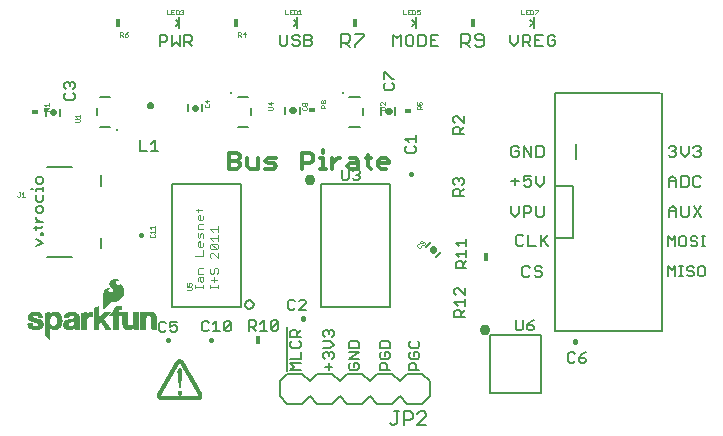
<source format=gbr>
G04 EAGLE Gerber RS-274X export*
G75*
%MOMM*%
%FSLAX34Y34*%
%LPD*%
%INSilkscreen Top*%
%IPPOS*%
%AMOC8*
5,1,8,0,0,1.08239X$1,22.5*%
G01*
%ADD10C,0.101600*%
%ADD11C,0.152400*%
%ADD12C,0.177800*%
%ADD13C,0.127000*%
%ADD14C,0.304800*%
%ADD15R,0.381000X0.762000*%
%ADD16C,0.203200*%
%ADD17C,0.025400*%
%ADD18C,0.381000*%
%ADD19C,0.919200*%
%ADD20C,0.558800*%
%ADD21R,0.015300X0.015200*%
%ADD22R,0.015200X0.015200*%
%ADD23R,0.015200X0.015300*%
%ADD24R,0.015300X0.015300*%
%ADD25C,0.254000*%
%ADD26R,0.609600X0.381000*%

G36*
X87776Y102326D02*
X87776Y102326D01*
X87803Y102323D01*
X87860Y102345D01*
X87919Y102359D01*
X87939Y102376D01*
X87965Y102386D01*
X88023Y102445D01*
X88052Y102469D01*
X88057Y102479D01*
X88066Y102489D01*
X88246Y102758D01*
X88519Y103031D01*
X88531Y103051D01*
X88554Y103072D01*
X88838Y103450D01*
X89319Y103931D01*
X89327Y103944D01*
X89342Y103957D01*
X89831Y104543D01*
X90419Y105131D01*
X90433Y105154D01*
X90459Y105179D01*
X90941Y105853D01*
X92219Y107131D01*
X92227Y107144D01*
X92242Y107157D01*
X92718Y107727D01*
X93188Y108103D01*
X93668Y108487D01*
X94084Y108737D01*
X94581Y108820D01*
X96450Y108820D01*
X96476Y108826D01*
X96513Y108825D01*
X97713Y109025D01*
X97728Y109032D01*
X97750Y109033D01*
X98850Y109333D01*
X98867Y109342D01*
X98891Y109347D01*
X99891Y109747D01*
X99913Y109762D01*
X99946Y109774D01*
X100946Y110374D01*
X100966Y110394D01*
X101000Y110414D01*
X101800Y111114D01*
X101807Y111123D01*
X101819Y111131D01*
X102619Y111931D01*
X102630Y111949D01*
X102650Y111967D01*
X103350Y112867D01*
X103361Y112890D01*
X103382Y112915D01*
X104382Y114715D01*
X104392Y114750D01*
X104416Y114798D01*
X104916Y116598D01*
X104918Y116632D01*
X104930Y116679D01*
X105030Y118479D01*
X105023Y118515D01*
X105024Y118570D01*
X104724Y120170D01*
X104713Y120194D01*
X104708Y120228D01*
X104208Y121628D01*
X104192Y121653D01*
X104178Y121692D01*
X103478Y122892D01*
X103457Y122914D01*
X103434Y122953D01*
X102634Y123853D01*
X102630Y123856D01*
X102520Y123940D01*
X101720Y124340D01*
X101710Y124342D01*
X101704Y124347D01*
X101665Y124354D01*
X101622Y124373D01*
X101587Y124372D01*
X101552Y124380D01*
X101501Y124369D01*
X101449Y124367D01*
X101418Y124350D01*
X101383Y124341D01*
X101343Y124309D01*
X101297Y124284D01*
X101276Y124255D01*
X101249Y124232D01*
X101227Y124185D01*
X101197Y124142D01*
X101189Y124101D01*
X101177Y124074D01*
X101177Y124068D01*
X101177Y124066D01*
X101178Y124041D01*
X101170Y124000D01*
X101170Y123262D01*
X101031Y122844D01*
X100882Y122745D01*
X100688Y122680D01*
X100140Y122680D01*
X99441Y123030D01*
X99170Y123211D01*
X98778Y123504D01*
X98769Y123508D01*
X98761Y123516D01*
X98492Y123696D01*
X98263Y123925D01*
X98090Y124270D01*
X98077Y124286D01*
X98066Y124311D01*
X97903Y124556D01*
X97819Y124892D01*
X97813Y124904D01*
X97811Y124920D01*
X97751Y125100D01*
X97802Y125254D01*
X97890Y125430D01*
X97896Y125453D01*
X97911Y125480D01*
X97995Y125732D01*
X98130Y125935D01*
X98451Y126175D01*
X98730Y126315D01*
X98774Y126337D01*
X99225Y126427D01*
X99232Y126431D01*
X99242Y126431D01*
X99597Y126520D01*
X99788Y126520D01*
X100030Y126439D01*
X100067Y126436D01*
X100150Y126420D01*
X100450Y126420D01*
X100475Y126426D01*
X100501Y126423D01*
X100559Y126445D01*
X100619Y126459D01*
X100639Y126476D01*
X100663Y126485D01*
X100705Y126530D01*
X100752Y126569D01*
X100763Y126593D01*
X100780Y126612D01*
X100798Y126671D01*
X100823Y126728D01*
X100822Y126753D01*
X100830Y126778D01*
X100819Y126839D01*
X100817Y126901D01*
X100804Y126923D01*
X100800Y126949D01*
X100752Y127020D01*
X100734Y127053D01*
X100726Y127059D01*
X100719Y127069D01*
X100619Y127169D01*
X100599Y127181D01*
X100578Y127204D01*
X100178Y127504D01*
X100152Y127516D01*
X100120Y127540D01*
X99520Y127840D01*
X99503Y127844D01*
X99484Y127856D01*
X98684Y128156D01*
X98677Y128157D01*
X98670Y128161D01*
X97770Y128461D01*
X97733Y128464D01*
X97650Y128480D01*
X96650Y128480D01*
X96622Y128474D01*
X96582Y128474D01*
X95482Y128274D01*
X95447Y128259D01*
X95368Y128234D01*
X94268Y127634D01*
X94242Y127611D01*
X94197Y127584D01*
X93297Y126784D01*
X93278Y126756D01*
X93241Y126721D01*
X92741Y126021D01*
X92726Y125985D01*
X92689Y125920D01*
X92389Y125020D01*
X92386Y124983D01*
X92370Y124900D01*
X92370Y124100D01*
X92377Y124067D01*
X92379Y124018D01*
X92579Y123118D01*
X92596Y123082D01*
X92618Y123015D01*
X93118Y122115D01*
X93140Y122091D01*
X93164Y122050D01*
X93864Y121250D01*
X93865Y121249D01*
X93866Y121247D01*
X94015Y121079D01*
X94353Y120699D01*
X94664Y120349D01*
X95324Y119595D01*
X95570Y119022D01*
X95570Y118462D01*
X95411Y117985D01*
X95090Y117584D01*
X94594Y117253D01*
X93903Y117080D01*
X93188Y117080D01*
X92759Y117166D01*
X92328Y117338D01*
X92092Y117496D01*
X91863Y117725D01*
X91702Y118046D01*
X91630Y118262D01*
X91630Y118438D01*
X91695Y118632D01*
X91846Y118858D01*
X92155Y119168D01*
X92370Y119239D01*
X92390Y119252D01*
X92420Y119260D01*
X92820Y119460D01*
X92849Y119484D01*
X92919Y119531D01*
X93019Y119631D01*
X93032Y119652D01*
X93051Y119668D01*
X93077Y119725D01*
X93110Y119778D01*
X93113Y119803D01*
X93123Y119826D01*
X93121Y119889D01*
X93127Y119951D01*
X93118Y119974D01*
X93117Y119999D01*
X93087Y120054D01*
X93065Y120113D01*
X93047Y120130D01*
X93035Y120152D01*
X92965Y120206D01*
X92938Y120230D01*
X92929Y120233D01*
X92920Y120240D01*
X92720Y120340D01*
X92705Y120344D01*
X92692Y120353D01*
X92558Y120379D01*
X92552Y120380D01*
X92551Y120380D01*
X92550Y120380D01*
X92397Y120380D01*
X92042Y120469D01*
X92006Y120469D01*
X91950Y120480D01*
X91150Y120480D01*
X91124Y120474D01*
X91088Y120475D01*
X90488Y120375D01*
X90457Y120362D01*
X90409Y120353D01*
X89409Y119953D01*
X89378Y119931D01*
X89322Y119904D01*
X88938Y119616D01*
X88454Y119326D01*
X88440Y119312D01*
X88421Y119303D01*
X88351Y119226D01*
X88330Y119205D01*
X88328Y119200D01*
X88324Y119196D01*
X88024Y118696D01*
X88020Y118683D01*
X88010Y118670D01*
X87710Y118070D01*
X87704Y118047D01*
X87689Y118020D01*
X87489Y117420D01*
X87486Y117387D01*
X87472Y117342D01*
X87272Y115542D01*
X87274Y115523D01*
X87270Y115500D01*
X87270Y102700D01*
X87281Y102650D01*
X87283Y102599D01*
X87301Y102567D01*
X87309Y102531D01*
X87342Y102492D01*
X87366Y102447D01*
X87396Y102426D01*
X87419Y102398D01*
X87466Y102377D01*
X87508Y102347D01*
X87550Y102339D01*
X87578Y102327D01*
X87608Y102328D01*
X87650Y102320D01*
X87750Y102320D01*
X87776Y102326D01*
G37*
G36*
X42025Y76832D02*
X42025Y76832D01*
X42051Y76833D01*
X42105Y76863D01*
X42163Y76885D01*
X42180Y76904D01*
X42203Y76916D01*
X42238Y76967D01*
X42280Y77012D01*
X42288Y77037D01*
X42303Y77058D01*
X42319Y77142D01*
X42330Y77178D01*
X42328Y77188D01*
X42330Y77200D01*
X42330Y86441D01*
X42553Y86162D01*
X42576Y86145D01*
X42654Y86074D01*
X43654Y85474D01*
X43667Y85470D01*
X43680Y85460D01*
X44280Y85160D01*
X44318Y85151D01*
X44388Y85125D01*
X46188Y84825D01*
X46226Y84827D01*
X46300Y84823D01*
X47800Y85023D01*
X47828Y85034D01*
X47870Y85039D01*
X49070Y85439D01*
X49103Y85460D01*
X49174Y85492D01*
X50274Y86292D01*
X50291Y86312D01*
X50319Y86331D01*
X51219Y87231D01*
X51239Y87264D01*
X51284Y87318D01*
X51884Y88418D01*
X51889Y88435D01*
X51901Y88454D01*
X52401Y89654D01*
X52406Y89681D01*
X52421Y89715D01*
X52721Y91015D01*
X52720Y91040D01*
X52729Y91073D01*
X52829Y92473D01*
X52826Y92496D01*
X52829Y92525D01*
X52729Y94025D01*
X52722Y94048D01*
X52722Y94080D01*
X52422Y95480D01*
X52415Y95493D01*
X52413Y95512D01*
X52013Y96812D01*
X51994Y96845D01*
X51971Y96904D01*
X51271Y98004D01*
X51251Y98023D01*
X51233Y98054D01*
X50333Y99054D01*
X50301Y99076D01*
X50254Y99121D01*
X49154Y99821D01*
X49122Y99832D01*
X49078Y99858D01*
X47678Y100358D01*
X47639Y100362D01*
X47575Y100379D01*
X46075Y100479D01*
X46064Y100478D01*
X46050Y100480D01*
X45350Y100480D01*
X45324Y100474D01*
X45288Y100475D01*
X44088Y100275D01*
X44076Y100270D01*
X43954Y100226D01*
X42954Y99626D01*
X42938Y99611D01*
X42912Y99597D01*
X42412Y99197D01*
X42401Y99182D01*
X42381Y99169D01*
X42230Y99018D01*
X42230Y99800D01*
X42230Y99801D01*
X42230Y99802D01*
X42210Y99885D01*
X42191Y99969D01*
X42190Y99970D01*
X42190Y99971D01*
X42136Y100035D01*
X42081Y100102D01*
X42080Y100103D01*
X42079Y100104D01*
X42000Y100139D01*
X41922Y100173D01*
X41921Y100173D01*
X41920Y100174D01*
X41775Y100173D01*
X40775Y99973D01*
X40768Y99969D01*
X40758Y99969D01*
X40367Y99871D01*
X39875Y99773D01*
X39868Y99769D01*
X39858Y99769D01*
X39503Y99680D01*
X39050Y99680D01*
X39020Y99673D01*
X38975Y99673D01*
X38475Y99573D01*
X38468Y99569D01*
X38458Y99569D01*
X38058Y99469D01*
X38054Y99467D01*
X38049Y99467D01*
X37977Y99427D01*
X37904Y99390D01*
X37901Y99386D01*
X37897Y99384D01*
X37850Y99317D01*
X37801Y99250D01*
X37800Y99246D01*
X37797Y99242D01*
X37770Y99100D01*
X37770Y80600D01*
X37772Y80590D01*
X37770Y80580D01*
X37783Y80537D01*
X37783Y80522D01*
X37792Y80506D01*
X37809Y80431D01*
X37816Y80423D01*
X37819Y80414D01*
X37912Y80303D01*
X38396Y79916D01*
X39281Y79031D01*
X39297Y79021D01*
X39312Y79003D01*
X40796Y77816D01*
X41681Y76931D01*
X41703Y76918D01*
X41719Y76898D01*
X41776Y76872D01*
X41828Y76840D01*
X41854Y76837D01*
X41878Y76827D01*
X41939Y76829D01*
X42001Y76823D01*
X42025Y76832D01*
G37*
G36*
X59087Y84828D02*
X59087Y84828D01*
X59170Y84839D01*
X59412Y84920D01*
X59750Y84920D01*
X59787Y84928D01*
X59870Y84939D01*
X60112Y85020D01*
X60350Y85020D01*
X60387Y85028D01*
X60470Y85039D01*
X61670Y85439D01*
X61703Y85459D01*
X61761Y85484D01*
X62019Y85655D01*
X62270Y85739D01*
X62303Y85759D01*
X62361Y85784D01*
X62661Y85984D01*
X62682Y86007D01*
X62719Y86031D01*
X62856Y86168D01*
X62870Y86148D01*
X62870Y86000D01*
X62887Y85926D01*
X62900Y85851D01*
X62907Y85841D01*
X62909Y85831D01*
X62933Y85802D01*
X62981Y85731D01*
X62987Y85725D01*
X63000Y85651D01*
X63007Y85641D01*
X63009Y85631D01*
X63033Y85602D01*
X63081Y85531D01*
X63082Y85530D01*
X63083Y85499D01*
X63101Y85467D01*
X63109Y85431D01*
X63142Y85392D01*
X63166Y85347D01*
X63196Y85326D01*
X63219Y85298D01*
X63266Y85277D01*
X63308Y85247D01*
X63350Y85239D01*
X63378Y85227D01*
X63408Y85228D01*
X63450Y85220D01*
X67350Y85220D01*
X67400Y85231D01*
X67451Y85233D01*
X67483Y85251D01*
X67519Y85259D01*
X67558Y85292D01*
X67603Y85316D01*
X67624Y85346D01*
X67652Y85369D01*
X67673Y85416D01*
X67703Y85458D01*
X67711Y85500D01*
X67723Y85528D01*
X67722Y85558D01*
X67730Y85600D01*
X67730Y85700D01*
X67713Y85774D01*
X67700Y85849D01*
X67693Y85859D01*
X67691Y85869D01*
X67667Y85898D01*
X67619Y85969D01*
X67563Y86025D01*
X67530Y86090D01*
X67530Y86300D01*
X67527Y86315D01*
X67529Y86330D01*
X67492Y86462D01*
X67491Y86469D01*
X67490Y86469D01*
X67490Y86470D01*
X67430Y86590D01*
X67430Y86700D01*
X67427Y86715D01*
X67429Y86730D01*
X67407Y86811D01*
X67406Y86822D01*
X67401Y86832D01*
X67392Y86862D01*
X67391Y86869D01*
X67390Y86869D01*
X67390Y86870D01*
X67330Y86990D01*
X67330Y87800D01*
X67327Y87815D01*
X67329Y87830D01*
X67292Y87962D01*
X67291Y87969D01*
X67290Y87969D01*
X67290Y87970D01*
X67230Y88090D01*
X67230Y96700D01*
X67223Y96730D01*
X67223Y96775D01*
X67123Y97275D01*
X67111Y97301D01*
X67103Y97341D01*
X66903Y97841D01*
X66895Y97853D01*
X66890Y97870D01*
X66690Y98270D01*
X66672Y98292D01*
X66654Y98328D01*
X66354Y98728D01*
X66329Y98749D01*
X66322Y98762D01*
X66307Y98773D01*
X66278Y98804D01*
X65078Y99704D01*
X65043Y99719D01*
X64991Y99753D01*
X64491Y99953D01*
X64462Y99957D01*
X64425Y99973D01*
X63959Y100066D01*
X63491Y100253D01*
X63462Y100257D01*
X63425Y100273D01*
X62925Y100373D01*
X62893Y100372D01*
X62850Y100380D01*
X62288Y100380D01*
X61825Y100473D01*
X61793Y100472D01*
X61750Y100480D01*
X59450Y100480D01*
X59420Y100473D01*
X59375Y100473D01*
X58881Y100374D01*
X58288Y100275D01*
X58264Y100265D01*
X58230Y100261D01*
X57652Y100068D01*
X57175Y99973D01*
X57149Y99961D01*
X57109Y99953D01*
X56609Y99753D01*
X56587Y99738D01*
X56554Y99726D01*
X55554Y99126D01*
X55542Y99114D01*
X55522Y99104D01*
X55122Y98804D01*
X55097Y98774D01*
X55046Y98728D01*
X54746Y98328D01*
X54739Y98312D01*
X54724Y98296D01*
X54434Y97812D01*
X54146Y97428D01*
X54131Y97394D01*
X54089Y97320D01*
X53889Y96720D01*
X53887Y96698D01*
X53879Y96680D01*
X53879Y96675D01*
X53875Y96663D01*
X53675Y95463D01*
X53680Y95381D01*
X53683Y95299D01*
X53686Y95295D01*
X53686Y95290D01*
X53727Y95219D01*
X53766Y95147D01*
X53770Y95144D01*
X53773Y95140D01*
X53841Y95094D01*
X53908Y95047D01*
X53913Y95046D01*
X53917Y95044D01*
X53945Y95040D01*
X54050Y95020D01*
X57950Y95020D01*
X58000Y95031D01*
X58051Y95033D01*
X58083Y95051D01*
X58119Y95059D01*
X58158Y95092D01*
X58203Y95116D01*
X58224Y95146D01*
X58252Y95169D01*
X58273Y95216D01*
X58303Y95258D01*
X58311Y95300D01*
X58323Y95328D01*
X58322Y95358D01*
X58330Y95400D01*
X58330Y95810D01*
X58390Y95930D01*
X58396Y95953D01*
X58411Y95980D01*
X58502Y96254D01*
X58563Y96375D01*
X58875Y96688D01*
X59420Y96960D01*
X59555Y97027D01*
X59620Y97060D01*
X59740Y97120D01*
X61360Y97120D01*
X61480Y97060D01*
X61495Y97056D01*
X61508Y97047D01*
X61642Y97021D01*
X61649Y97020D01*
X61650Y97020D01*
X61760Y97020D01*
X62080Y96860D01*
X62167Y96817D01*
X62210Y96730D01*
X62234Y96701D01*
X62281Y96631D01*
X62338Y96575D01*
X62570Y96110D01*
X62570Y95227D01*
X62391Y94988D01*
X61990Y94748D01*
X61437Y94563D01*
X60771Y94373D01*
X60102Y94277D01*
X59208Y94178D01*
X57408Y93978D01*
X57387Y93970D01*
X57358Y93969D01*
X56558Y93769D01*
X56541Y93760D01*
X56517Y93756D01*
X55717Y93456D01*
X55695Y93441D01*
X55661Y93430D01*
X54961Y93030D01*
X54939Y93010D01*
X54903Y92989D01*
X54203Y92389D01*
X54183Y92362D01*
X54120Y92289D01*
X53720Y91589D01*
X53711Y91559D01*
X53689Y91520D01*
X53389Y90620D01*
X53388Y90603D01*
X53385Y90596D01*
X53385Y90591D01*
X53376Y90568D01*
X53176Y89468D01*
X53176Y89458D01*
X53177Y89325D01*
X53270Y88862D01*
X53270Y88400D01*
X53273Y88385D01*
X53271Y88370D01*
X53308Y88238D01*
X53309Y88231D01*
X53310Y88231D01*
X53310Y88230D01*
X53487Y87876D01*
X53577Y87425D01*
X53578Y87424D01*
X53578Y87423D01*
X53634Y87289D01*
X53834Y86989D01*
X53841Y86982D01*
X53846Y86972D01*
X54140Y86580D01*
X54334Y86289D01*
X54357Y86268D01*
X54381Y86231D01*
X54681Y85931D01*
X54713Y85911D01*
X54780Y85860D01*
X55159Y85671D01*
X55439Y85484D01*
X55459Y85476D01*
X55480Y85460D01*
X55880Y85260D01*
X55894Y85257D01*
X55909Y85247D01*
X56409Y85047D01*
X56431Y85044D01*
X56458Y85031D01*
X56858Y84931D01*
X56894Y84931D01*
X56950Y84920D01*
X57412Y84920D01*
X57875Y84827D01*
X57907Y84828D01*
X57950Y84820D01*
X59050Y84820D01*
X59087Y84828D01*
G37*
G36*
X83600Y85231D02*
X83600Y85231D01*
X83651Y85233D01*
X83683Y85251D01*
X83719Y85259D01*
X83758Y85292D01*
X83803Y85316D01*
X83824Y85346D01*
X83852Y85369D01*
X83873Y85416D01*
X83903Y85458D01*
X83911Y85500D01*
X83923Y85528D01*
X83922Y85558D01*
X83930Y85600D01*
X83930Y90335D01*
X84971Y91306D01*
X88627Y85400D01*
X88650Y85376D01*
X88666Y85347D01*
X88711Y85316D01*
X88749Y85277D01*
X88781Y85267D01*
X88808Y85247D01*
X88876Y85234D01*
X88913Y85222D01*
X88930Y85224D01*
X88950Y85220D01*
X93650Y85220D01*
X93722Y85237D01*
X93794Y85248D01*
X93805Y85256D01*
X93819Y85259D01*
X93875Y85306D01*
X93935Y85349D01*
X93942Y85361D01*
X93952Y85369D01*
X93982Y85437D01*
X94017Y85501D01*
X94018Y85515D01*
X94023Y85528D01*
X94020Y85601D01*
X94023Y85674D01*
X94017Y85688D01*
X94017Y85701D01*
X93998Y85735D01*
X93968Y85808D01*
X88239Y94547D01*
X93316Y99529D01*
X93331Y99552D01*
X93352Y99569D01*
X93377Y99624D01*
X93409Y99675D01*
X93412Y99702D01*
X93423Y99728D01*
X93421Y99788D01*
X93427Y99847D01*
X93418Y99873D01*
X93417Y99901D01*
X93388Y99953D01*
X93367Y100010D01*
X93347Y100029D01*
X93334Y100053D01*
X93285Y100087D01*
X93241Y100129D01*
X93215Y100137D01*
X93192Y100153D01*
X93112Y100168D01*
X93076Y100179D01*
X93064Y100178D01*
X93050Y100180D01*
X88450Y100180D01*
X88372Y100162D01*
X88294Y100147D01*
X88288Y100142D01*
X88281Y100141D01*
X88256Y100120D01*
X88176Y100063D01*
X83930Y95645D01*
X83930Y105100D01*
X83917Y105156D01*
X83913Y105213D01*
X83898Y105239D01*
X83891Y105269D01*
X83854Y105313D01*
X83825Y105363D01*
X83800Y105379D01*
X83781Y105402D01*
X83728Y105426D01*
X83680Y105457D01*
X83650Y105461D01*
X83622Y105473D01*
X83565Y105471D01*
X83508Y105478D01*
X83475Y105468D01*
X83449Y105467D01*
X83419Y105450D01*
X83370Y105435D01*
X79470Y103335D01*
X79436Y103305D01*
X79397Y103284D01*
X79372Y103249D01*
X79340Y103220D01*
X79323Y103179D01*
X79297Y103142D01*
X79288Y103092D01*
X79274Y103060D01*
X79276Y103034D01*
X79270Y103000D01*
X79270Y85600D01*
X79281Y85550D01*
X79283Y85499D01*
X79301Y85467D01*
X79309Y85431D01*
X79342Y85392D01*
X79366Y85347D01*
X79396Y85326D01*
X79419Y85298D01*
X79466Y85277D01*
X79508Y85247D01*
X79550Y85239D01*
X79578Y85227D01*
X79608Y85228D01*
X79650Y85220D01*
X83550Y85220D01*
X83600Y85231D01*
G37*
G36*
X123000Y85231D02*
X123000Y85231D01*
X123051Y85233D01*
X123083Y85251D01*
X123119Y85259D01*
X123158Y85292D01*
X123203Y85316D01*
X123224Y85346D01*
X123252Y85369D01*
X123273Y85416D01*
X123303Y85458D01*
X123311Y85500D01*
X123323Y85528D01*
X123322Y85558D01*
X123330Y85600D01*
X123330Y93979D01*
X123422Y94802D01*
X123689Y95427D01*
X123963Y95882D01*
X124304Y96309D01*
X124684Y96537D01*
X125205Y96624D01*
X125942Y96716D01*
X126481Y96626D01*
X126911Y96540D01*
X127291Y96312D01*
X127534Y95988D01*
X127787Y95566D01*
X127874Y95043D01*
X127973Y94349D01*
X128070Y93576D01*
X128070Y85600D01*
X128081Y85550D01*
X128083Y85499D01*
X128101Y85467D01*
X128109Y85431D01*
X128142Y85392D01*
X128166Y85347D01*
X128196Y85326D01*
X128219Y85298D01*
X128266Y85277D01*
X128308Y85247D01*
X128350Y85239D01*
X128378Y85227D01*
X128408Y85228D01*
X128450Y85220D01*
X132350Y85220D01*
X132400Y85231D01*
X132451Y85233D01*
X132483Y85251D01*
X132519Y85259D01*
X132558Y85292D01*
X132603Y85316D01*
X132624Y85346D01*
X132652Y85369D01*
X132673Y85416D01*
X132703Y85458D01*
X132711Y85500D01*
X132723Y85528D01*
X132722Y85558D01*
X132730Y85600D01*
X132730Y94300D01*
X132727Y94313D01*
X132729Y94329D01*
X132629Y95629D01*
X132624Y95646D01*
X132624Y95668D01*
X132424Y96768D01*
X132417Y96785D01*
X132414Y96809D01*
X132114Y97809D01*
X132095Y97842D01*
X132072Y97902D01*
X131572Y98702D01*
X131548Y98726D01*
X131519Y98769D01*
X130819Y99469D01*
X130786Y99489D01*
X130735Y99532D01*
X129835Y100032D01*
X129800Y100042D01*
X129750Y100067D01*
X128650Y100367D01*
X128619Y100368D01*
X128577Y100379D01*
X127177Y100479D01*
X127165Y100477D01*
X127150Y100480D01*
X126550Y100480D01*
X126524Y100474D01*
X126488Y100475D01*
X125888Y100375D01*
X125864Y100365D01*
X125830Y100361D01*
X124630Y99961D01*
X124597Y99941D01*
X124539Y99916D01*
X123939Y99516D01*
X123929Y99506D01*
X123912Y99497D01*
X123412Y99097D01*
X123401Y99082D01*
X123381Y99069D01*
X123130Y98818D01*
X123130Y99800D01*
X123119Y99850D01*
X123117Y99901D01*
X123099Y99933D01*
X123091Y99969D01*
X123058Y100008D01*
X123034Y100053D01*
X123004Y100074D01*
X122981Y100102D01*
X122934Y100123D01*
X122892Y100153D01*
X122850Y100161D01*
X122822Y100173D01*
X122792Y100172D01*
X122750Y100180D01*
X119050Y100180D01*
X119000Y100169D01*
X118949Y100167D01*
X118917Y100149D01*
X118881Y100141D01*
X118842Y100108D01*
X118797Y100084D01*
X118776Y100054D01*
X118748Y100031D01*
X118727Y99984D01*
X118697Y99942D01*
X118689Y99900D01*
X118677Y99872D01*
X118678Y99842D01*
X118670Y99800D01*
X118670Y85600D01*
X118681Y85550D01*
X118683Y85499D01*
X118701Y85467D01*
X118709Y85431D01*
X118742Y85392D01*
X118766Y85347D01*
X118796Y85326D01*
X118819Y85298D01*
X118866Y85277D01*
X118908Y85247D01*
X118950Y85239D01*
X118978Y85227D01*
X119008Y85228D01*
X119050Y85220D01*
X122950Y85220D01*
X123000Y85231D01*
G37*
G36*
X108858Y84826D02*
X108858Y84826D01*
X108913Y84825D01*
X109507Y84924D01*
X110204Y85024D01*
X110231Y85034D01*
X110270Y85039D01*
X110870Y85239D01*
X110879Y85245D01*
X110891Y85247D01*
X111391Y85447D01*
X111403Y85455D01*
X111420Y85460D01*
X111740Y85620D01*
X112020Y85760D01*
X112045Y85781D01*
X112088Y85803D01*
X112588Y86203D01*
X112609Y86230D01*
X112647Y86262D01*
X112870Y86541D01*
X112870Y85600D01*
X112881Y85550D01*
X112883Y85499D01*
X112901Y85467D01*
X112909Y85431D01*
X112942Y85392D01*
X112966Y85347D01*
X112996Y85326D01*
X113019Y85298D01*
X113066Y85277D01*
X113108Y85247D01*
X113150Y85239D01*
X113178Y85227D01*
X113208Y85228D01*
X113250Y85220D01*
X116950Y85220D01*
X117000Y85231D01*
X117051Y85233D01*
X117083Y85251D01*
X117119Y85259D01*
X117158Y85292D01*
X117203Y85316D01*
X117224Y85346D01*
X117252Y85369D01*
X117273Y85416D01*
X117303Y85458D01*
X117311Y85500D01*
X117323Y85528D01*
X117322Y85558D01*
X117330Y85600D01*
X117330Y99800D01*
X117319Y99850D01*
X117317Y99901D01*
X117299Y99933D01*
X117291Y99969D01*
X117258Y100008D01*
X117234Y100053D01*
X117204Y100074D01*
X117181Y100102D01*
X117134Y100123D01*
X117092Y100153D01*
X117050Y100161D01*
X117022Y100173D01*
X116992Y100172D01*
X116950Y100180D01*
X113050Y100180D01*
X113000Y100169D01*
X112949Y100167D01*
X112917Y100149D01*
X112881Y100141D01*
X112842Y100108D01*
X112797Y100084D01*
X112776Y100054D01*
X112748Y100031D01*
X112727Y99984D01*
X112697Y99942D01*
X112689Y99900D01*
X112677Y99872D01*
X112678Y99842D01*
X112670Y99800D01*
X112670Y91324D01*
X112579Y90600D01*
X112305Y89960D01*
X112038Y89425D01*
X111714Y89102D01*
X111316Y88863D01*
X110795Y88776D01*
X110058Y88684D01*
X109519Y88774D01*
X109089Y88860D01*
X108710Y89088D01*
X108454Y89428D01*
X108210Y89754D01*
X108126Y90255D01*
X108027Y91047D01*
X107930Y91824D01*
X107930Y99800D01*
X107919Y99850D01*
X107917Y99901D01*
X107899Y99933D01*
X107891Y99969D01*
X107858Y100008D01*
X107834Y100053D01*
X107804Y100074D01*
X107781Y100102D01*
X107734Y100123D01*
X107692Y100153D01*
X107650Y100161D01*
X107622Y100173D01*
X107592Y100172D01*
X107550Y100180D01*
X103750Y100180D01*
X103700Y100169D01*
X103649Y100167D01*
X103617Y100149D01*
X103581Y100141D01*
X103542Y100108D01*
X103497Y100084D01*
X103476Y100054D01*
X103448Y100031D01*
X103427Y99984D01*
X103397Y99942D01*
X103389Y99900D01*
X103377Y99872D01*
X103378Y99842D01*
X103370Y99800D01*
X103370Y89800D01*
X103376Y89772D01*
X103376Y89732D01*
X103576Y88632D01*
X103583Y88615D01*
X103586Y88591D01*
X103886Y87591D01*
X103902Y87562D01*
X103918Y87515D01*
X104418Y86615D01*
X104437Y86594D01*
X104503Y86511D01*
X105203Y85911D01*
X105231Y85897D01*
X105265Y85868D01*
X106165Y85368D01*
X106190Y85360D01*
X106220Y85343D01*
X107320Y84943D01*
X107359Y84938D01*
X107423Y84921D01*
X108823Y84821D01*
X108858Y84826D01*
G37*
G36*
X31282Y84921D02*
X31282Y84921D01*
X31295Y84925D01*
X31313Y84925D01*
X32513Y85125D01*
X32528Y85132D01*
X32550Y85133D01*
X33650Y85433D01*
X33678Y85448D01*
X33720Y85460D01*
X34040Y85620D01*
X34720Y85960D01*
X34749Y85984D01*
X34800Y86014D01*
X35600Y86714D01*
X35619Y86740D01*
X35654Y86772D01*
X36254Y87572D01*
X36270Y87608D01*
X36307Y87670D01*
X36707Y88770D01*
X36711Y88801D01*
X36726Y88842D01*
X36926Y90142D01*
X36923Y90180D01*
X36928Y90242D01*
X36828Y91142D01*
X36815Y91179D01*
X36800Y91250D01*
X36500Y91950D01*
X36482Y91974D01*
X36466Y92011D01*
X36066Y92611D01*
X36038Y92638D01*
X35993Y92692D01*
X35393Y93192D01*
X35368Y93205D01*
X35339Y93230D01*
X33939Y94030D01*
X33901Y94041D01*
X33833Y94071D01*
X32938Y94270D01*
X30542Y94869D01*
X30522Y94869D01*
X30497Y94877D01*
X29735Y94973D01*
X29196Y95152D01*
X28651Y95425D01*
X28322Y95672D01*
X28100Y95967D01*
X28030Y96247D01*
X28030Y96485D01*
X28294Y96881D01*
X28456Y96935D01*
X28842Y97031D01*
X28854Y97037D01*
X28870Y97039D01*
X29112Y97120D01*
X30677Y97120D01*
X31094Y96953D01*
X31459Y96771D01*
X31676Y96626D01*
X31812Y96422D01*
X31984Y95991D01*
X32077Y95525D01*
X32083Y95513D01*
X32083Y95499D01*
X32119Y95435D01*
X32149Y95368D01*
X32160Y95359D01*
X32166Y95347D01*
X32226Y95305D01*
X32283Y95258D01*
X32297Y95255D01*
X32308Y95247D01*
X32450Y95220D01*
X36150Y95220D01*
X36230Y95238D01*
X36310Y95255D01*
X36314Y95258D01*
X36319Y95259D01*
X36382Y95312D01*
X36446Y95362D01*
X36448Y95366D01*
X36452Y95369D01*
X36486Y95444D01*
X36521Y95518D01*
X36521Y95523D01*
X36523Y95528D01*
X36522Y95555D01*
X36525Y95663D01*
X36325Y96863D01*
X36310Y96899D01*
X36290Y96970D01*
X35790Y97970D01*
X35772Y97992D01*
X35754Y98028D01*
X35154Y98828D01*
X35124Y98853D01*
X35078Y98904D01*
X34278Y99504D01*
X34246Y99518D01*
X34204Y99547D01*
X33304Y99947D01*
X33284Y99951D01*
X33259Y99964D01*
X32259Y100264D01*
X32240Y100265D01*
X32218Y100274D01*
X31118Y100474D01*
X31089Y100473D01*
X31050Y100480D01*
X28750Y100480D01*
X28722Y100474D01*
X28682Y100474D01*
X27582Y100274D01*
X27579Y100273D01*
X27575Y100273D01*
X26575Y100073D01*
X26541Y100057D01*
X26480Y100040D01*
X26380Y99990D01*
X25620Y99610D01*
X25480Y99540D01*
X25452Y99517D01*
X25403Y99489D01*
X24703Y98889D01*
X24688Y98870D01*
X24664Y98850D01*
X23964Y98050D01*
X23948Y98020D01*
X23897Y97941D01*
X23497Y96941D01*
X23491Y96902D01*
X23471Y96832D01*
X23371Y95632D01*
X23376Y95601D01*
X23372Y95558D01*
X23472Y94658D01*
X23482Y94631D01*
X23483Y94606D01*
X23492Y94588D01*
X23501Y94550D01*
X23801Y93850D01*
X23818Y93827D01*
X23834Y93789D01*
X24234Y93189D01*
X24235Y93188D01*
X24236Y93186D01*
X24339Y93084D01*
X24939Y92684D01*
X24950Y92679D01*
X24961Y92670D01*
X25661Y92270D01*
X25680Y92264D01*
X25700Y92251D01*
X26400Y91951D01*
X26408Y91949D01*
X26417Y91944D01*
X27217Y91644D01*
X27240Y91641D01*
X27268Y91629D01*
X28168Y91429D01*
X28171Y91429D01*
X28175Y91427D01*
X29167Y91229D01*
X30744Y90835D01*
X31290Y90652D01*
X31738Y90384D01*
X32050Y90150D01*
X32191Y89867D01*
X32258Y89600D01*
X32181Y89292D01*
X32107Y88994D01*
X31900Y88788D01*
X31549Y88525D01*
X31217Y88359D01*
X30903Y88280D01*
X30550Y88280D01*
X30514Y88272D01*
X30458Y88269D01*
X30134Y88188D01*
X29619Y88274D01*
X29125Y88373D01*
X29119Y88373D01*
X29113Y88375D01*
X28604Y88460D01*
X28278Y88704D01*
X27922Y88972D01*
X27684Y89288D01*
X27530Y89673D01*
X27530Y90200D01*
X27519Y90250D01*
X27517Y90301D01*
X27499Y90333D01*
X27491Y90369D01*
X27458Y90408D01*
X27434Y90453D01*
X27404Y90474D01*
X27381Y90502D01*
X27334Y90523D01*
X27292Y90553D01*
X27250Y90561D01*
X27222Y90573D01*
X27192Y90572D01*
X27150Y90580D01*
X23450Y90580D01*
X23373Y90562D01*
X23295Y90547D01*
X23289Y90543D01*
X23281Y90541D01*
X23220Y90490D01*
X23157Y90442D01*
X23153Y90435D01*
X23148Y90431D01*
X23115Y90358D01*
X23080Y90287D01*
X23080Y90279D01*
X23077Y90272D01*
X23078Y90239D01*
X23074Y90142D01*
X23274Y88842D01*
X23287Y88810D01*
X23297Y88759D01*
X23697Y87759D01*
X23719Y87727D01*
X23750Y87667D01*
X24450Y86767D01*
X24474Y86747D01*
X24500Y86714D01*
X25300Y86014D01*
X25333Y85996D01*
X25380Y85960D01*
X26380Y85460D01*
X26410Y85453D01*
X26450Y85433D01*
X27550Y85133D01*
X27567Y85133D01*
X27588Y85125D01*
X28788Y84925D01*
X28802Y84926D01*
X28818Y84921D01*
X30018Y84821D01*
X30045Y84825D01*
X30082Y84821D01*
X31282Y84921D01*
G37*
G36*
X99900Y85231D02*
X99900Y85231D01*
X99951Y85233D01*
X99983Y85251D01*
X100019Y85259D01*
X100058Y85292D01*
X100103Y85316D01*
X100124Y85346D01*
X100152Y85369D01*
X100173Y85416D01*
X100203Y85458D01*
X100211Y85500D01*
X100223Y85528D01*
X100222Y85558D01*
X100230Y85600D01*
X100230Y96820D01*
X102550Y96820D01*
X102600Y96831D01*
X102651Y96833D01*
X102683Y96851D01*
X102719Y96859D01*
X102758Y96892D01*
X102803Y96916D01*
X102824Y96946D01*
X102852Y96969D01*
X102873Y97016D01*
X102903Y97058D01*
X102911Y97100D01*
X102923Y97128D01*
X102922Y97158D01*
X102930Y97200D01*
X102930Y99800D01*
X102919Y99850D01*
X102917Y99901D01*
X102899Y99933D01*
X102891Y99969D01*
X102858Y100008D01*
X102834Y100053D01*
X102804Y100074D01*
X102781Y100102D01*
X102734Y100123D01*
X102692Y100153D01*
X102650Y100161D01*
X102622Y100173D01*
X102592Y100172D01*
X102550Y100180D01*
X100230Y100180D01*
X100230Y100553D01*
X100319Y100908D01*
X100319Y100944D01*
X100330Y101000D01*
X100330Y101310D01*
X100380Y101409D01*
X100510Y101605D01*
X100520Y101610D01*
X100620Y101660D01*
X100783Y101741D01*
X101097Y101820D01*
X102750Y101820D01*
X102800Y101831D01*
X102851Y101833D01*
X102883Y101851D01*
X102919Y101859D01*
X102958Y101892D01*
X103003Y101916D01*
X103024Y101946D01*
X103052Y101969D01*
X103073Y102016D01*
X103103Y102058D01*
X103111Y102100D01*
X103123Y102128D01*
X103122Y102158D01*
X103130Y102200D01*
X103130Y105000D01*
X103119Y105049D01*
X103117Y105099D01*
X103099Y105132D01*
X103091Y105169D01*
X103059Y105208D01*
X103035Y105252D01*
X103000Y105278D01*
X102981Y105302D01*
X102953Y105315D01*
X102920Y105340D01*
X102720Y105440D01*
X102705Y105444D01*
X102692Y105453D01*
X102558Y105479D01*
X102552Y105480D01*
X102551Y105480D01*
X102550Y105480D01*
X99650Y105480D01*
X99612Y105471D01*
X99541Y105464D01*
X98541Y105164D01*
X98517Y105150D01*
X98480Y105140D01*
X98106Y104953D01*
X97680Y104740D01*
X97660Y104724D01*
X97629Y104709D01*
X96929Y104209D01*
X96904Y104181D01*
X96858Y104143D01*
X96358Y103543D01*
X96340Y103508D01*
X96301Y103450D01*
X96001Y102750D01*
X95999Y102742D01*
X95994Y102734D01*
X95694Y101934D01*
X95691Y101907D01*
X95670Y101800D01*
X95670Y100180D01*
X94850Y100180D01*
X94834Y100177D01*
X94818Y100179D01*
X94751Y100157D01*
X94681Y100141D01*
X94669Y100130D01*
X94653Y100125D01*
X94557Y100038D01*
X94548Y100031D01*
X94547Y100029D01*
X94546Y100028D01*
X94278Y99672D01*
X93922Y99404D01*
X93907Y99386D01*
X93881Y99369D01*
X92300Y97788D01*
X91922Y97504D01*
X91888Y97464D01*
X91848Y97431D01*
X91833Y97398D01*
X91811Y97371D01*
X91798Y97320D01*
X91777Y97272D01*
X91778Y97237D01*
X91770Y97203D01*
X91781Y97152D01*
X91783Y97099D01*
X91800Y97068D01*
X91808Y97034D01*
X91841Y96993D01*
X91866Y96947D01*
X91895Y96927D01*
X91917Y96899D01*
X91965Y96878D01*
X92008Y96847D01*
X92048Y96840D01*
X92075Y96827D01*
X92106Y96828D01*
X92150Y96820D01*
X95670Y96820D01*
X95670Y85600D01*
X95681Y85550D01*
X95683Y85499D01*
X95701Y85467D01*
X95709Y85431D01*
X95742Y85392D01*
X95766Y85347D01*
X95796Y85326D01*
X95819Y85298D01*
X95866Y85277D01*
X95908Y85247D01*
X95950Y85239D01*
X95978Y85227D01*
X96008Y85228D01*
X96050Y85220D01*
X99850Y85220D01*
X99900Y85231D01*
G37*
G36*
X73000Y85231D02*
X73000Y85231D01*
X73051Y85233D01*
X73083Y85251D01*
X73119Y85259D01*
X73158Y85292D01*
X73203Y85316D01*
X73224Y85346D01*
X73252Y85369D01*
X73273Y85416D01*
X73303Y85458D01*
X73311Y85500D01*
X73323Y85528D01*
X73322Y85558D01*
X73330Y85600D01*
X73330Y92858D01*
X73519Y93706D01*
X73703Y94351D01*
X74064Y94982D01*
X74498Y95504D01*
X75093Y95844D01*
X75815Y96024D01*
X76769Y96120D01*
X77760Y96120D01*
X77880Y96060D01*
X77895Y96056D01*
X77908Y96047D01*
X78042Y96021D01*
X78049Y96020D01*
X78050Y96020D01*
X78150Y96020D01*
X78200Y96031D01*
X78251Y96033D01*
X78283Y96051D01*
X78319Y96059D01*
X78358Y96092D01*
X78403Y96116D01*
X78424Y96146D01*
X78452Y96169D01*
X78473Y96216D01*
X78503Y96258D01*
X78511Y96300D01*
X78523Y96328D01*
X78522Y96358D01*
X78530Y96400D01*
X78530Y100000D01*
X78519Y100050D01*
X78517Y100101D01*
X78499Y100133D01*
X78491Y100169D01*
X78458Y100208D01*
X78434Y100253D01*
X78404Y100274D01*
X78381Y100302D01*
X78334Y100323D01*
X78292Y100353D01*
X78250Y100361D01*
X78222Y100373D01*
X78212Y100373D01*
X78154Y100409D01*
X78092Y100453D01*
X78080Y100455D01*
X78072Y100460D01*
X78035Y100464D01*
X77950Y100480D01*
X76550Y100480D01*
X76512Y100471D01*
X76446Y100466D01*
X75746Y100266D01*
X75739Y100262D01*
X75730Y100261D01*
X75130Y100061D01*
X75103Y100044D01*
X75061Y100030D01*
X74361Y99630D01*
X74343Y99613D01*
X74312Y99597D01*
X73812Y99197D01*
X73793Y99172D01*
X73758Y99143D01*
X73258Y98543D01*
X73256Y98540D01*
X73253Y98538D01*
X73130Y98384D01*
X73130Y99800D01*
X73128Y99810D01*
X73130Y99820D01*
X73108Y99894D01*
X73091Y99969D01*
X73084Y99977D01*
X73081Y99987D01*
X73030Y100043D01*
X72981Y100102D01*
X72971Y100107D01*
X72964Y100114D01*
X72893Y100142D01*
X72822Y100173D01*
X72812Y100173D01*
X72802Y100177D01*
X72658Y100169D01*
X72267Y100071D01*
X71275Y99873D01*
X71268Y99869D01*
X71258Y99869D01*
X70867Y99771D01*
X70412Y99680D01*
X69950Y99680D01*
X69914Y99672D01*
X69858Y99669D01*
X69467Y99571D01*
X68975Y99473D01*
X68963Y99467D01*
X68949Y99467D01*
X68885Y99432D01*
X68818Y99401D01*
X68809Y99390D01*
X68797Y99384D01*
X68755Y99324D01*
X68708Y99267D01*
X68705Y99253D01*
X68697Y99242D01*
X68670Y99100D01*
X68670Y85600D01*
X68681Y85550D01*
X68683Y85499D01*
X68701Y85467D01*
X68709Y85431D01*
X68742Y85392D01*
X68766Y85347D01*
X68796Y85326D01*
X68819Y85298D01*
X68866Y85277D01*
X68908Y85247D01*
X68950Y85239D01*
X68978Y85227D01*
X69008Y85228D01*
X69050Y85220D01*
X72950Y85220D01*
X73000Y85231D01*
G37*
%LPC*%
G36*
X44424Y88674D02*
X44424Y88674D01*
X43832Y88844D01*
X43307Y89281D01*
X42871Y89717D01*
X42612Y90322D01*
X42419Y91092D01*
X42230Y91847D01*
X42230Y93476D01*
X42322Y94208D01*
X42603Y94958D01*
X42878Y95599D01*
X43318Y96127D01*
X43740Y96465D01*
X44442Y96728D01*
X45153Y96817D01*
X45952Y96728D01*
X46568Y96464D01*
X47093Y96114D01*
X47522Y95599D01*
X47797Y94958D01*
X48078Y94208D01*
X48170Y93476D01*
X48170Y91824D01*
X48078Y91092D01*
X47797Y90342D01*
X47521Y89697D01*
X47177Y89268D01*
X46673Y88848D01*
X45980Y88674D01*
X45247Y88583D01*
X44424Y88674D01*
G37*
%LPD*%
%LPC*%
G36*
X59440Y88180D02*
X59440Y88180D01*
X59320Y88240D01*
X59305Y88244D01*
X59292Y88253D01*
X59158Y88279D01*
X59152Y88280D01*
X59151Y88280D01*
X59150Y88280D01*
X59040Y88280D01*
X58920Y88340D01*
X58905Y88344D01*
X58892Y88353D01*
X58758Y88379D01*
X58752Y88380D01*
X58751Y88380D01*
X58750Y88380D01*
X58640Y88380D01*
X58375Y88513D01*
X58319Y88569D01*
X58287Y88589D01*
X58220Y88640D01*
X58133Y88683D01*
X58090Y88770D01*
X58066Y88799D01*
X58019Y88869D01*
X57963Y88925D01*
X57930Y88990D01*
X57930Y89100D01*
X57922Y89137D01*
X57911Y89220D01*
X57830Y89462D01*
X57830Y89810D01*
X57890Y89930D01*
X57894Y89945D01*
X57903Y89958D01*
X57929Y90092D01*
X57930Y90099D01*
X57930Y90100D01*
X57930Y90210D01*
X58090Y90530D01*
X58133Y90617D01*
X58220Y90660D01*
X58249Y90684D01*
X58319Y90731D01*
X58375Y90788D01*
X58520Y90860D01*
X58687Y90943D01*
X58720Y90960D01*
X58749Y90984D01*
X58819Y91031D01*
X58875Y91088D01*
X58996Y91148D01*
X59212Y91220D01*
X59350Y91220D01*
X59365Y91223D01*
X59380Y91221D01*
X59512Y91258D01*
X59519Y91259D01*
X59519Y91260D01*
X59520Y91260D01*
X59640Y91320D01*
X59950Y91320D01*
X59987Y91328D01*
X60070Y91339D01*
X60312Y91420D01*
X60650Y91420D01*
X60687Y91428D01*
X60770Y91439D01*
X61012Y91520D01*
X61150Y91520D01*
X61165Y91523D01*
X61180Y91521D01*
X61312Y91558D01*
X61319Y91559D01*
X61319Y91560D01*
X61320Y91560D01*
X61440Y91620D01*
X61750Y91620D01*
X61765Y91623D01*
X61780Y91621D01*
X61912Y91658D01*
X61919Y91659D01*
X61919Y91660D01*
X61920Y91660D01*
X62008Y91704D01*
X62040Y91720D01*
X62150Y91720D01*
X62165Y91723D01*
X62180Y91721D01*
X62312Y91758D01*
X62319Y91759D01*
X62319Y91760D01*
X62320Y91760D01*
X62570Y91885D01*
X62570Y90262D01*
X62498Y90046D01*
X62410Y89870D01*
X62404Y89847D01*
X62389Y89820D01*
X62218Y89305D01*
X62081Y89169D01*
X62065Y89142D01*
X62034Y89111D01*
X61855Y88842D01*
X61708Y88696D01*
X61494Y88553D01*
X61158Y88469D01*
X61128Y88453D01*
X61080Y88440D01*
X60760Y88280D01*
X60350Y88280D01*
X60320Y88273D01*
X60275Y88273D01*
X59812Y88180D01*
X59440Y88180D01*
G37*
%LPD*%
D10*
X184602Y120308D02*
X184602Y122681D01*
X184602Y121494D02*
X177484Y121494D01*
X177484Y120308D02*
X177484Y122681D01*
X181043Y125297D02*
X181043Y130043D01*
X178670Y127670D02*
X183416Y127670D01*
X177484Y136341D02*
X178670Y137527D01*
X177484Y136341D02*
X177484Y133968D01*
X178670Y132782D01*
X179857Y132782D01*
X181043Y133968D01*
X181043Y136341D01*
X182229Y137527D01*
X183416Y137527D01*
X184602Y136341D01*
X184602Y133968D01*
X183416Y132782D01*
X171902Y122681D02*
X171902Y120308D01*
X171902Y121494D02*
X164784Y121494D01*
X164784Y120308D02*
X164784Y122681D01*
X167157Y126484D02*
X167157Y128856D01*
X168343Y130043D01*
X171902Y130043D01*
X171902Y126484D01*
X170716Y125297D01*
X169529Y126484D01*
X169529Y130043D01*
X171902Y132782D02*
X167157Y132782D01*
X167157Y136341D01*
X168343Y137527D01*
X171902Y137527D01*
X171902Y147750D02*
X164784Y147750D01*
X171902Y147750D02*
X171902Y152495D01*
X171902Y156420D02*
X171902Y158793D01*
X171902Y156420D02*
X170716Y155234D01*
X168343Y155234D01*
X167157Y156420D01*
X167157Y158793D01*
X168343Y159979D01*
X169529Y159979D01*
X169529Y155234D01*
X171902Y162718D02*
X171902Y166277D01*
X170716Y167464D01*
X169529Y166277D01*
X169529Y163905D01*
X168343Y162718D01*
X167157Y163905D01*
X167157Y167464D01*
X167157Y170202D02*
X171902Y170202D01*
X167157Y170202D02*
X167157Y173761D01*
X168343Y174948D01*
X171902Y174948D01*
X171902Y178873D02*
X171902Y181246D01*
X171902Y178873D02*
X170716Y177687D01*
X168343Y177687D01*
X167157Y178873D01*
X167157Y181246D01*
X168343Y182432D01*
X169529Y182432D01*
X169529Y177687D01*
X170716Y186357D02*
X165970Y186357D01*
X170716Y186357D02*
X171902Y187543D01*
X167157Y187543D02*
X167157Y185171D01*
X184602Y150453D02*
X184602Y145708D01*
X179857Y150453D01*
X178670Y150453D01*
X177484Y149267D01*
X177484Y146894D01*
X178670Y145708D01*
X178670Y153192D02*
X183416Y153192D01*
X178670Y153192D02*
X177484Y154379D01*
X177484Y156751D01*
X178670Y157938D01*
X183416Y157938D01*
X184602Y156751D01*
X184602Y154379D01*
X183416Y153192D01*
X178670Y157938D01*
X179857Y160676D02*
X177484Y163049D01*
X184602Y163049D01*
X184602Y160676D02*
X184602Y165422D01*
X179857Y168160D02*
X177484Y170533D01*
X184602Y170533D01*
X184602Y168160D02*
X184602Y172906D01*
D11*
X346215Y51022D02*
X354858Y51022D01*
X346215Y51022D02*
X346215Y55344D01*
X347655Y56784D01*
X350536Y56784D01*
X351977Y55344D01*
X351977Y51022D01*
X346215Y64699D02*
X347655Y66139D01*
X346215Y64699D02*
X346215Y61818D01*
X347655Y60377D01*
X353417Y60377D01*
X354858Y61818D01*
X354858Y64699D01*
X353417Y66139D01*
X350536Y66139D01*
X350536Y63258D01*
X346215Y74054D02*
X347655Y75495D01*
X346215Y74054D02*
X346215Y71173D01*
X347655Y69732D01*
X353417Y69732D01*
X354858Y71173D01*
X354858Y74054D01*
X353417Y75495D01*
X329998Y51022D02*
X321355Y51022D01*
X321355Y55344D01*
X322795Y56784D01*
X325676Y56784D01*
X327117Y55344D01*
X327117Y51022D01*
X321355Y64699D02*
X322795Y66139D01*
X321355Y64699D02*
X321355Y61818D01*
X322795Y60377D01*
X328557Y60377D01*
X329998Y61818D01*
X329998Y64699D01*
X328557Y66139D01*
X325676Y66139D01*
X325676Y63258D01*
X321355Y69732D02*
X329998Y69732D01*
X329998Y74054D01*
X328557Y75495D01*
X322795Y75495D01*
X321355Y74054D01*
X321355Y69732D01*
X296395Y56784D02*
X294955Y55344D01*
X294955Y52463D01*
X296395Y51022D01*
X302157Y51022D01*
X303598Y52463D01*
X303598Y55344D01*
X302157Y56784D01*
X299276Y56784D01*
X299276Y53903D01*
X294955Y60377D02*
X303598Y60377D01*
X303598Y66139D02*
X294955Y60377D01*
X294955Y66139D02*
X303598Y66139D01*
X303598Y69732D02*
X294955Y69732D01*
X303598Y69732D02*
X303598Y74054D01*
X302157Y75495D01*
X296395Y75495D01*
X294955Y74054D01*
X294955Y69732D01*
X277956Y56784D02*
X277956Y51022D01*
X275075Y53903D02*
X280837Y53903D01*
X275075Y60377D02*
X273635Y61818D01*
X273635Y64699D01*
X275075Y66139D01*
X276516Y66139D01*
X277956Y64699D01*
X277956Y63258D01*
X277956Y64699D02*
X279397Y66139D01*
X280837Y66139D01*
X282278Y64699D01*
X282278Y61818D01*
X280837Y60377D01*
X279397Y69732D02*
X273635Y69732D01*
X279397Y69732D02*
X282278Y72614D01*
X279397Y75495D01*
X273635Y75495D01*
X275075Y79088D02*
X273635Y80528D01*
X273635Y83409D01*
X275075Y84850D01*
X276516Y84850D01*
X277956Y83409D01*
X277956Y81969D01*
X277956Y83409D02*
X279397Y84850D01*
X280837Y84850D01*
X282278Y83409D01*
X282278Y80528D01*
X280837Y79088D01*
X242654Y87681D02*
X242654Y50260D01*
X245695Y51022D02*
X254338Y51022D01*
X248576Y53903D02*
X245695Y51022D01*
X248576Y53903D02*
X245695Y56784D01*
X254338Y56784D01*
X254338Y60377D02*
X245695Y60377D01*
X254338Y60377D02*
X254338Y66139D01*
X245695Y74054D02*
X247135Y75495D01*
X245695Y74054D02*
X245695Y71173D01*
X247135Y69732D01*
X252897Y69732D01*
X254338Y71173D01*
X254338Y74054D01*
X252897Y75495D01*
X254338Y79088D02*
X245695Y79088D01*
X245695Y83409D01*
X247135Y84850D01*
X250016Y84850D01*
X251457Y83409D01*
X251457Y79088D01*
X251457Y81969D02*
X254338Y84850D01*
D12*
X565887Y239444D02*
X567497Y241054D01*
X570717Y241054D01*
X572327Y239444D01*
X572327Y237834D01*
X570717Y236224D01*
X569107Y236224D01*
X570717Y236224D02*
X572327Y234614D01*
X572327Y233004D01*
X570717Y231394D01*
X567497Y231394D01*
X565887Y233004D01*
X576412Y234614D02*
X576412Y241054D01*
X576412Y234614D02*
X579632Y231394D01*
X582852Y234614D01*
X582852Y241054D01*
X586936Y239444D02*
X588546Y241054D01*
X591766Y241054D01*
X593376Y239444D01*
X593376Y237834D01*
X591766Y236224D01*
X590156Y236224D01*
X591766Y236224D02*
X593376Y234614D01*
X593376Y233004D01*
X591766Y231394D01*
X588546Y231394D01*
X586936Y233004D01*
X565849Y212434D02*
X565849Y205994D01*
X565849Y212434D02*
X569069Y215654D01*
X572289Y212434D01*
X572289Y205994D01*
X572289Y210824D02*
X565849Y210824D01*
X576374Y215654D02*
X576374Y205994D01*
X581204Y205994D01*
X582814Y207604D01*
X582814Y214044D01*
X581204Y215654D01*
X576374Y215654D01*
X591728Y215654D02*
X593338Y214044D01*
X591728Y215654D02*
X588508Y215654D01*
X586898Y214044D01*
X586898Y207604D01*
X588508Y205994D01*
X591728Y205994D01*
X593338Y207604D01*
X566103Y187034D02*
X566103Y180594D01*
X566103Y187034D02*
X569323Y190254D01*
X572543Y187034D01*
X572543Y180594D01*
X572543Y185424D02*
X566103Y185424D01*
X576628Y182204D02*
X576628Y190254D01*
X576628Y182204D02*
X578238Y180594D01*
X581458Y180594D01*
X583068Y182204D01*
X583068Y190254D01*
X587152Y190254D02*
X593592Y180594D01*
X587152Y180594D02*
X593592Y190254D01*
D11*
X565760Y164345D02*
X565760Y155702D01*
X568641Y161464D02*
X565760Y164345D01*
X568641Y161464D02*
X571522Y164345D01*
X571522Y155702D01*
X576556Y164345D02*
X579437Y164345D01*
X576556Y164345D02*
X575115Y162905D01*
X575115Y157143D01*
X576556Y155702D01*
X579437Y155702D01*
X580877Y157143D01*
X580877Y162905D01*
X579437Y164345D01*
X588792Y164345D02*
X590233Y162905D01*
X588792Y164345D02*
X585911Y164345D01*
X584470Y162905D01*
X584470Y161464D01*
X585911Y160024D01*
X588792Y160024D01*
X590233Y158583D01*
X590233Y157143D01*
X588792Y155702D01*
X585911Y155702D01*
X584470Y157143D01*
X593826Y155702D02*
X596707Y155702D01*
X595266Y155702D02*
X595266Y164345D01*
X593826Y164345D02*
X596707Y164345D01*
X565760Y138945D02*
X565760Y130302D01*
X568641Y136064D02*
X565760Y138945D01*
X568641Y136064D02*
X571522Y138945D01*
X571522Y130302D01*
X575115Y130302D02*
X577996Y130302D01*
X576556Y130302D02*
X576556Y138945D01*
X577996Y138945D02*
X575115Y138945D01*
X585674Y138945D02*
X587114Y137505D01*
X585674Y138945D02*
X582793Y138945D01*
X581352Y137505D01*
X581352Y136064D01*
X582793Y134624D01*
X585674Y134624D01*
X587114Y133183D01*
X587114Y131743D01*
X585674Y130302D01*
X582793Y130302D01*
X581352Y131743D01*
X592148Y138945D02*
X595029Y138945D01*
X592148Y138945D02*
X590707Y137505D01*
X590707Y131743D01*
X592148Y130302D01*
X595029Y130302D01*
X596469Y131743D01*
X596469Y137505D01*
X595029Y138945D01*
D12*
X448306Y137844D02*
X446696Y139454D01*
X443476Y139454D01*
X441866Y137844D01*
X441866Y131404D01*
X443476Y129794D01*
X446696Y129794D01*
X448306Y131404D01*
X457221Y139454D02*
X458831Y137844D01*
X457221Y139454D02*
X454001Y139454D01*
X452391Y137844D01*
X452391Y136234D01*
X454001Y134624D01*
X457221Y134624D01*
X458831Y133014D01*
X458831Y131404D01*
X457221Y129794D01*
X454001Y129794D01*
X452391Y131404D01*
X443014Y164159D02*
X441404Y165769D01*
X438184Y165769D01*
X436574Y164159D01*
X436574Y157718D01*
X438184Y156108D01*
X441404Y156108D01*
X443014Y157718D01*
X447099Y156108D02*
X447099Y165769D01*
X447099Y156108D02*
X453539Y156108D01*
X457623Y156108D02*
X457623Y165769D01*
X464063Y165769D02*
X457623Y159328D01*
X459233Y160939D02*
X464063Y156108D01*
X432713Y183814D02*
X432713Y190254D01*
X432713Y183814D02*
X435933Y180594D01*
X439153Y183814D01*
X439153Y190254D01*
X443238Y190254D02*
X443238Y180594D01*
X443238Y190254D02*
X448068Y190254D01*
X449678Y188644D01*
X449678Y185424D01*
X448068Y183814D01*
X443238Y183814D01*
X453762Y182204D02*
X453762Y190254D01*
X453762Y182204D02*
X455372Y180594D01*
X458593Y180594D01*
X460203Y182204D01*
X460203Y190254D01*
X439153Y210824D02*
X432713Y210824D01*
X435933Y214044D02*
X435933Y207604D01*
X443238Y215654D02*
X449678Y215654D01*
X443238Y215654D02*
X443238Y210824D01*
X446458Y212434D01*
X448068Y212434D01*
X449678Y210824D01*
X449678Y207604D01*
X448068Y205994D01*
X444848Y205994D01*
X443238Y207604D01*
X453762Y209214D02*
X453762Y215654D01*
X453762Y209214D02*
X456982Y205994D01*
X460203Y209214D01*
X460203Y215654D01*
X439153Y239444D02*
X437543Y241054D01*
X434323Y241054D01*
X432713Y239444D01*
X432713Y233004D01*
X434323Y231394D01*
X437543Y231394D01*
X439153Y233004D01*
X439153Y236224D01*
X435933Y236224D01*
X443238Y231394D02*
X443238Y241054D01*
X449678Y231394D01*
X449678Y241054D01*
X453762Y241054D02*
X453762Y231394D01*
X458593Y231394D01*
X460203Y233004D01*
X460203Y239444D01*
X458593Y241054D01*
X453762Y241054D01*
D13*
X36347Y158866D02*
X30415Y155900D01*
X30415Y161832D02*
X36347Y158866D01*
X36347Y165255D02*
X34864Y165255D01*
X34864Y166738D01*
X36347Y166738D01*
X36347Y165255D01*
X34864Y171416D02*
X28932Y171416D01*
X34864Y171416D02*
X36347Y172899D01*
X30415Y172899D02*
X30415Y169933D01*
X30415Y176170D02*
X36347Y176170D01*
X33381Y176170D02*
X30415Y179135D01*
X30415Y180618D01*
X36347Y185448D02*
X36347Y188414D01*
X34864Y189897D01*
X31898Y189897D01*
X30415Y188414D01*
X30415Y185448D01*
X31898Y183966D01*
X34864Y183966D01*
X36347Y185448D01*
X30415Y194804D02*
X30415Y199252D01*
X30415Y194804D02*
X31898Y193321D01*
X34864Y193321D01*
X36347Y194804D01*
X36347Y199252D01*
X30415Y202676D02*
X30415Y204159D01*
X36347Y204159D01*
X36347Y202676D02*
X36347Y205642D01*
X27449Y204159D02*
X25966Y204159D01*
X36347Y210396D02*
X36347Y213361D01*
X34864Y214844D01*
X31898Y214844D01*
X30415Y213361D01*
X30415Y210396D01*
X31898Y208913D01*
X34864Y208913D01*
X36347Y210396D01*
D12*
X134962Y325374D02*
X134962Y335034D01*
X139792Y335034D01*
X141402Y333424D01*
X141402Y330204D01*
X139792Y328594D01*
X134962Y328594D01*
X145487Y325374D02*
X145487Y335034D01*
X148707Y328594D02*
X145487Y325374D01*
X148707Y328594D02*
X151927Y325374D01*
X151927Y335034D01*
X156011Y335034D02*
X156011Y325374D01*
X156011Y335034D02*
X160841Y335034D01*
X162451Y333424D01*
X162451Y330204D01*
X160841Y328594D01*
X156011Y328594D01*
X159231Y328594D02*
X162451Y325374D01*
X236562Y326984D02*
X236562Y335034D01*
X236562Y326984D02*
X238172Y325374D01*
X241392Y325374D01*
X243002Y326984D01*
X243002Y335034D01*
X251917Y335034D02*
X253527Y333424D01*
X251917Y335034D02*
X248697Y335034D01*
X247087Y333424D01*
X247087Y331814D01*
X248697Y330204D01*
X251917Y330204D01*
X253527Y328594D01*
X253527Y326984D01*
X251917Y325374D01*
X248697Y325374D01*
X247087Y326984D01*
X257611Y325374D02*
X257611Y335034D01*
X262441Y335034D01*
X264051Y333424D01*
X264051Y331814D01*
X262441Y330204D01*
X264051Y328594D01*
X264051Y326984D01*
X262441Y325374D01*
X257611Y325374D01*
X257611Y330204D02*
X262441Y330204D01*
X332900Y325374D02*
X332900Y335034D01*
X336120Y331814D01*
X339340Y335034D01*
X339340Y325374D01*
X345034Y335034D02*
X348255Y335034D01*
X345034Y335034D02*
X343424Y333424D01*
X343424Y326984D01*
X345034Y325374D01*
X348255Y325374D01*
X349865Y326984D01*
X349865Y333424D01*
X348255Y335034D01*
X353949Y335034D02*
X353949Y325374D01*
X358779Y325374D01*
X360389Y326984D01*
X360389Y333424D01*
X358779Y335034D01*
X353949Y335034D01*
X364474Y335034D02*
X370914Y335034D01*
X364474Y335034D02*
X364474Y325374D01*
X370914Y325374D01*
X367694Y330204D02*
X364474Y330204D01*
X431960Y328594D02*
X431960Y335034D01*
X431960Y328594D02*
X435180Y325374D01*
X438400Y328594D01*
X438400Y335034D01*
X442484Y335034D02*
X442484Y325374D01*
X442484Y335034D02*
X447315Y335034D01*
X448925Y333424D01*
X448925Y330204D01*
X447315Y328594D01*
X442484Y328594D01*
X445704Y328594D02*
X448925Y325374D01*
X453009Y335034D02*
X459449Y335034D01*
X453009Y335034D02*
X453009Y325374D01*
X459449Y325374D01*
X456229Y330204D02*
X453009Y330204D01*
X468364Y335034D02*
X469974Y333424D01*
X468364Y335034D02*
X465144Y335034D01*
X463534Y333424D01*
X463534Y326984D01*
X465144Y325374D01*
X468364Y325374D01*
X469974Y326984D01*
X469974Y330204D01*
X466754Y330204D01*
D14*
X193665Y235089D02*
X193665Y221361D01*
X193665Y235089D02*
X200529Y235089D01*
X202817Y232801D01*
X202817Y230513D01*
X200529Y228225D01*
X202817Y225937D01*
X202817Y223649D01*
X200529Y221361D01*
X193665Y221361D01*
X193665Y228225D02*
X200529Y228225D01*
X209101Y230513D02*
X209101Y223649D01*
X211389Y221361D01*
X218253Y221361D01*
X218253Y230513D01*
X224537Y221361D02*
X231401Y221361D01*
X233689Y223649D01*
X231401Y225937D01*
X226825Y225937D01*
X224537Y228225D01*
X226825Y230513D01*
X233689Y230513D01*
X255410Y235089D02*
X255410Y221361D01*
X255410Y235089D02*
X262273Y235089D01*
X264561Y232801D01*
X264561Y228225D01*
X262273Y225937D01*
X255410Y225937D01*
X270846Y230513D02*
X273134Y230513D01*
X273134Y221361D01*
X270846Y221361D02*
X275422Y221361D01*
X273134Y235089D02*
X273134Y237377D01*
X281136Y230513D02*
X281136Y221361D01*
X281136Y225937D02*
X285712Y230513D01*
X288000Y230513D01*
X296288Y230513D02*
X300864Y230513D01*
X303152Y228225D01*
X303152Y221361D01*
X296288Y221361D01*
X294000Y223649D01*
X296288Y225937D01*
X303152Y225937D01*
X311724Y223649D02*
X311724Y232801D01*
X311724Y223649D02*
X314012Y221361D01*
X314012Y230513D02*
X309436Y230513D01*
X322014Y221361D02*
X326590Y221361D01*
X322014Y221361D02*
X319726Y223649D01*
X319726Y228225D01*
X322014Y230513D01*
X326590Y230513D01*
X328878Y228225D01*
X328878Y225937D01*
X319726Y225937D01*
D15*
X218130Y76620D03*
D13*
X210623Y84417D02*
X210623Y93315D01*
X215072Y93315D01*
X216555Y91832D01*
X216555Y88866D01*
X215072Y87383D01*
X210623Y87383D01*
X213589Y87383D02*
X216555Y84417D01*
X219978Y90349D02*
X222944Y93315D01*
X222944Y84417D01*
X219978Y84417D02*
X225910Y84417D01*
X229333Y85900D02*
X229333Y91832D01*
X230816Y93315D01*
X233782Y93315D01*
X235265Y91832D01*
X235265Y85900D01*
X233782Y84417D01*
X230816Y84417D01*
X229333Y85900D01*
X235265Y91832D01*
D16*
X151700Y340400D02*
X151700Y345000D01*
X151700Y349600D01*
X151700Y345000D02*
X148600Y342662D01*
X151546Y345254D02*
X148600Y347184D01*
D17*
X141237Y352112D02*
X141237Y355925D01*
X141237Y352112D02*
X143779Y352112D01*
X144979Y355925D02*
X147521Y355925D01*
X144979Y355925D02*
X144979Y352112D01*
X147521Y352112D01*
X146250Y354019D02*
X144979Y354019D01*
X148721Y355925D02*
X148721Y352112D01*
X150628Y352112D01*
X151263Y352748D01*
X151263Y355290D01*
X150628Y355925D01*
X148721Y355925D01*
X152463Y355290D02*
X153099Y355925D01*
X154370Y355925D01*
X155005Y355290D01*
X155005Y354654D01*
X154370Y354019D01*
X153734Y354019D01*
X154370Y354019D02*
X155005Y353383D01*
X155005Y352748D01*
X154370Y352112D01*
X153099Y352112D01*
X152463Y352748D01*
D15*
X100000Y345000D03*
D17*
X101533Y337256D02*
X101533Y333443D01*
X101533Y337256D02*
X103439Y337256D01*
X104075Y336621D01*
X104075Y335350D01*
X103439Y334714D01*
X101533Y334714D01*
X102804Y334714D02*
X104075Y333443D01*
X106546Y336621D02*
X107817Y337256D01*
X106546Y336621D02*
X105275Y335350D01*
X105275Y334079D01*
X105910Y333443D01*
X107182Y333443D01*
X107817Y334079D01*
X107817Y334714D01*
X107182Y335350D01*
X105275Y335350D01*
D18*
X347391Y217043D02*
X347949Y217043D01*
D13*
X342981Y239177D02*
X344464Y240660D01*
X342981Y239177D02*
X342981Y236211D01*
X344464Y234728D01*
X350396Y234728D01*
X351879Y236211D01*
X351879Y239177D01*
X350396Y240660D01*
X345947Y244083D02*
X342981Y247049D01*
X351879Y247049D01*
X351879Y244083D02*
X351879Y250015D01*
D18*
X256230Y94899D02*
X256230Y94341D01*
D13*
X249653Y109290D02*
X248170Y110773D01*
X245204Y110773D01*
X243721Y109290D01*
X243721Y103358D01*
X245204Y101875D01*
X248170Y101875D01*
X249653Y103358D01*
X253076Y101875D02*
X259008Y101875D01*
X253076Y101875D02*
X259008Y107807D01*
X259008Y109290D01*
X257525Y110773D01*
X254559Y110773D01*
X253076Y109290D01*
D15*
X411170Y146470D03*
D13*
X394653Y137351D02*
X385755Y137351D01*
X385755Y141800D01*
X387238Y143283D01*
X390204Y143283D01*
X391687Y141800D01*
X391687Y137351D01*
X391687Y140317D02*
X394653Y143283D01*
X388721Y146706D02*
X385755Y149672D01*
X394653Y149672D01*
X394653Y146706D02*
X394653Y152638D01*
X388721Y156061D02*
X385755Y159027D01*
X394653Y159027D01*
X394653Y156061D02*
X394653Y161993D01*
D16*
X351700Y340400D02*
X351700Y345000D01*
X351700Y349600D01*
X351700Y345000D02*
X348600Y342662D01*
X351546Y345254D02*
X348600Y347184D01*
D17*
X341237Y352112D02*
X341237Y355925D01*
X341237Y352112D02*
X343779Y352112D01*
X344979Y355925D02*
X347521Y355925D01*
X344979Y355925D02*
X344979Y352112D01*
X347521Y352112D01*
X346250Y354019D02*
X344979Y354019D01*
X348721Y355925D02*
X348721Y352112D01*
X350628Y352112D01*
X351263Y352748D01*
X351263Y355290D01*
X350628Y355925D01*
X348721Y355925D01*
X352463Y355925D02*
X355005Y355925D01*
X352463Y355925D02*
X352463Y354019D01*
X353734Y354654D01*
X354370Y354654D01*
X355005Y354019D01*
X355005Y352748D01*
X354370Y352112D01*
X353099Y352112D01*
X352463Y352748D01*
D15*
X300000Y345000D03*
D11*
X288524Y335798D02*
X288524Y324612D01*
X288524Y335798D02*
X294117Y335798D01*
X295981Y333933D01*
X295981Y330205D01*
X294117Y328341D01*
X288524Y328341D01*
X292253Y328341D02*
X295981Y324612D01*
X300218Y335798D02*
X307675Y335798D01*
X307675Y333933D01*
X300218Y326476D01*
X300218Y324612D01*
D16*
X451700Y340400D02*
X451700Y345000D01*
X451700Y349600D01*
X451700Y345000D02*
X448600Y342662D01*
X451546Y345254D02*
X448600Y347184D01*
D17*
X441237Y352112D02*
X441237Y355925D01*
X441237Y352112D02*
X443779Y352112D01*
X444979Y355925D02*
X447521Y355925D01*
X444979Y355925D02*
X444979Y352112D01*
X447521Y352112D01*
X446250Y354019D02*
X444979Y354019D01*
X448721Y355925D02*
X448721Y352112D01*
X450628Y352112D01*
X451263Y352748D01*
X451263Y355290D01*
X450628Y355925D01*
X448721Y355925D01*
X452463Y355925D02*
X455005Y355925D01*
X455005Y355290D01*
X452463Y352748D01*
X452463Y352112D01*
D15*
X400000Y345000D03*
D11*
X390124Y335798D02*
X390124Y324612D01*
X390124Y335798D02*
X395717Y335798D01*
X397581Y333933D01*
X397581Y330205D01*
X395717Y328341D01*
X390124Y328341D01*
X393853Y328341D02*
X397581Y324612D01*
X401818Y326476D02*
X403682Y324612D01*
X407411Y324612D01*
X409275Y326476D01*
X409275Y333933D01*
X407411Y335798D01*
X403682Y335798D01*
X401818Y333933D01*
X401818Y332069D01*
X403682Y330205D01*
X409275Y330205D01*
D18*
X141930Y76899D02*
X141930Y76341D01*
D13*
X140369Y90512D02*
X138886Y91995D01*
X135920Y91995D01*
X134437Y90512D01*
X134437Y84580D01*
X135920Y83097D01*
X138886Y83097D01*
X140369Y84580D01*
X143792Y91995D02*
X149724Y91995D01*
X143792Y91995D02*
X143792Y87546D01*
X146758Y89029D01*
X148241Y89029D01*
X149724Y87546D01*
X149724Y84580D01*
X148241Y83097D01*
X145275Y83097D01*
X143792Y84580D01*
X125730Y274955D02*
X125732Y275026D01*
X125738Y275097D01*
X125748Y275168D01*
X125762Y275238D01*
X125780Y275307D01*
X125801Y275374D01*
X125827Y275441D01*
X125856Y275506D01*
X125888Y275569D01*
X125925Y275631D01*
X125964Y275690D01*
X126007Y275747D01*
X126053Y275801D01*
X126102Y275853D01*
X126154Y275902D01*
X126208Y275948D01*
X126265Y275991D01*
X126324Y276030D01*
X126386Y276067D01*
X126449Y276099D01*
X126514Y276128D01*
X126581Y276154D01*
X126648Y276175D01*
X126717Y276193D01*
X126787Y276207D01*
X126858Y276217D01*
X126929Y276223D01*
X127000Y276225D01*
X127071Y276223D01*
X127142Y276217D01*
X127213Y276207D01*
X127283Y276193D01*
X127352Y276175D01*
X127419Y276154D01*
X127486Y276128D01*
X127551Y276099D01*
X127614Y276067D01*
X127676Y276030D01*
X127735Y275991D01*
X127792Y275948D01*
X127846Y275902D01*
X127898Y275853D01*
X127947Y275801D01*
X127993Y275747D01*
X128036Y275690D01*
X128075Y275631D01*
X128112Y275569D01*
X128144Y275506D01*
X128173Y275441D01*
X128199Y275374D01*
X128220Y275307D01*
X128238Y275238D01*
X128252Y275168D01*
X128262Y275097D01*
X128268Y275026D01*
X128270Y274955D01*
X128268Y274884D01*
X128262Y274813D01*
X128252Y274742D01*
X128238Y274672D01*
X128220Y274603D01*
X128199Y274536D01*
X128173Y274469D01*
X128144Y274404D01*
X128112Y274341D01*
X128075Y274279D01*
X128036Y274220D01*
X127993Y274163D01*
X127947Y274109D01*
X127898Y274057D01*
X127846Y274008D01*
X127792Y273962D01*
X127735Y273919D01*
X127676Y273880D01*
X127614Y273843D01*
X127551Y273811D01*
X127486Y273782D01*
X127419Y273756D01*
X127352Y273735D01*
X127283Y273717D01*
X127213Y273703D01*
X127142Y273693D01*
X127071Y273687D01*
X127000Y273685D01*
X126929Y273687D01*
X126858Y273693D01*
X126787Y273703D01*
X126717Y273717D01*
X126648Y273735D01*
X126581Y273756D01*
X126514Y273782D01*
X126449Y273811D01*
X126386Y273843D01*
X126324Y273880D01*
X126265Y273919D01*
X126208Y273962D01*
X126154Y274008D01*
X126102Y274057D01*
X126053Y274109D01*
X126007Y274163D01*
X125964Y274220D01*
X125925Y274279D01*
X125888Y274341D01*
X125856Y274404D01*
X125827Y274469D01*
X125801Y274536D01*
X125780Y274603D01*
X125762Y274672D01*
X125748Y274742D01*
X125738Y274813D01*
X125732Y274884D01*
X125730Y274955D01*
X126746Y274955D02*
X126748Y274986D01*
X126754Y275017D01*
X126763Y275047D01*
X126776Y275075D01*
X126793Y275102D01*
X126812Y275126D01*
X126835Y275148D01*
X126860Y275167D01*
X126887Y275182D01*
X126916Y275195D01*
X126946Y275203D01*
X126977Y275208D01*
X127008Y275209D01*
X127039Y275206D01*
X127070Y275199D01*
X127099Y275189D01*
X127127Y275175D01*
X127153Y275158D01*
X127177Y275137D01*
X127198Y275114D01*
X127216Y275089D01*
X127231Y275061D01*
X127242Y275032D01*
X127250Y275002D01*
X127254Y274971D01*
X127254Y274939D01*
X127250Y274908D01*
X127242Y274878D01*
X127231Y274849D01*
X127216Y274821D01*
X127198Y274796D01*
X127177Y274773D01*
X127153Y274752D01*
X127127Y274735D01*
X127099Y274721D01*
X127070Y274711D01*
X127039Y274704D01*
X127008Y274701D01*
X126977Y274702D01*
X126946Y274707D01*
X126916Y274715D01*
X126887Y274728D01*
X126860Y274743D01*
X126835Y274762D01*
X126812Y274784D01*
X126793Y274808D01*
X126776Y274835D01*
X126763Y274863D01*
X126754Y274893D01*
X126748Y274924D01*
X126746Y274955D01*
X124815Y274955D02*
X124817Y275048D01*
X124823Y275142D01*
X124833Y275234D01*
X124847Y275327D01*
X124865Y275418D01*
X124886Y275509D01*
X124912Y275599D01*
X124942Y275688D01*
X124975Y275775D01*
X125012Y275861D01*
X125052Y275945D01*
X125096Y276027D01*
X125144Y276108D01*
X125195Y276186D01*
X125249Y276262D01*
X125306Y276336D01*
X125367Y276407D01*
X125430Y276475D01*
X125497Y276541D01*
X125566Y276604D01*
X125638Y276663D01*
X125712Y276720D01*
X125789Y276773D01*
X125867Y276823D01*
X125948Y276870D01*
X126031Y276913D01*
X126116Y276953D01*
X126202Y276989D01*
X126289Y277021D01*
X126378Y277050D01*
X126468Y277074D01*
X126559Y277095D01*
X126651Y277112D01*
X126744Y277125D01*
X126837Y277134D01*
X126930Y277139D01*
X127023Y277140D01*
X127117Y277137D01*
X127210Y277130D01*
X127303Y277119D01*
X127395Y277104D01*
X127486Y277085D01*
X127577Y277062D01*
X127666Y277036D01*
X127755Y277006D01*
X127842Y276971D01*
X127927Y276934D01*
X128011Y276892D01*
X128092Y276847D01*
X128172Y276799D01*
X128250Y276747D01*
X128326Y276692D01*
X128399Y276634D01*
X128469Y276573D01*
X128537Y276508D01*
X128602Y276441D01*
X128664Y276371D01*
X128723Y276299D01*
X128779Y276224D01*
X128831Y276147D01*
X128880Y276068D01*
X128926Y275986D01*
X128969Y275903D01*
X129007Y275818D01*
X129042Y275731D01*
X129074Y275644D01*
X129101Y275554D01*
X129125Y275464D01*
X129145Y275373D01*
X129161Y275281D01*
X129173Y275188D01*
X129181Y275095D01*
X129185Y275002D01*
X129185Y274908D01*
X129181Y274815D01*
X129173Y274722D01*
X129161Y274629D01*
X129145Y274537D01*
X129125Y274446D01*
X129101Y274356D01*
X129074Y274266D01*
X129042Y274179D01*
X129007Y274092D01*
X128969Y274007D01*
X128926Y273924D01*
X128880Y273842D01*
X128831Y273763D01*
X128779Y273686D01*
X128723Y273611D01*
X128664Y273539D01*
X128602Y273469D01*
X128537Y273402D01*
X128469Y273337D01*
X128399Y273276D01*
X128326Y273218D01*
X128250Y273163D01*
X128172Y273111D01*
X128093Y273063D01*
X128011Y273018D01*
X127927Y272976D01*
X127842Y272939D01*
X127755Y272904D01*
X127666Y272874D01*
X127577Y272848D01*
X127486Y272825D01*
X127395Y272806D01*
X127303Y272791D01*
X127210Y272780D01*
X127117Y272773D01*
X127023Y272770D01*
X126930Y272771D01*
X126837Y272776D01*
X126744Y272785D01*
X126651Y272798D01*
X126559Y272815D01*
X126468Y272836D01*
X126378Y272860D01*
X126289Y272889D01*
X126202Y272921D01*
X126116Y272957D01*
X126031Y272997D01*
X125948Y273040D01*
X125867Y273087D01*
X125789Y273137D01*
X125712Y273190D01*
X125638Y273247D01*
X125566Y273306D01*
X125497Y273369D01*
X125430Y273435D01*
X125367Y273503D01*
X125306Y273574D01*
X125249Y273648D01*
X125195Y273724D01*
X125144Y273802D01*
X125096Y273883D01*
X125052Y273965D01*
X125012Y274049D01*
X124975Y274135D01*
X124942Y274222D01*
X124912Y274311D01*
X124886Y274401D01*
X124865Y274492D01*
X124847Y274583D01*
X124833Y274676D01*
X124823Y274768D01*
X124817Y274862D01*
X124815Y274955D01*
X118450Y245753D02*
X118450Y236855D01*
X124381Y236855D01*
X127805Y242787D02*
X130771Y245753D01*
X130771Y236855D01*
X127805Y236855D02*
X133737Y236855D01*
D19*
X410870Y85250D03*
D16*
X458070Y80800D02*
X458070Y31800D01*
X415070Y31800D01*
X415070Y80800D01*
X458070Y80800D01*
D13*
X436443Y86104D02*
X436443Y93519D01*
X436443Y86104D02*
X437926Y84621D01*
X440892Y84621D01*
X442375Y86104D01*
X442375Y93519D01*
X448764Y92036D02*
X451730Y93519D01*
X448764Y92036D02*
X445798Y89070D01*
X445798Y86104D01*
X447281Y84621D01*
X450247Y84621D01*
X451730Y86104D01*
X451730Y87587D01*
X450247Y89070D01*
X445798Y89070D01*
D18*
X486481Y75756D02*
X486481Y75198D01*
D13*
X485087Y66086D02*
X486570Y64603D01*
X485087Y66086D02*
X482121Y66086D01*
X480638Y64603D01*
X480638Y58671D01*
X482121Y57188D01*
X485087Y57188D01*
X486570Y58671D01*
X492959Y64603D02*
X495925Y66086D01*
X492959Y64603D02*
X489993Y61637D01*
X489993Y58671D01*
X491476Y57188D01*
X494442Y57188D01*
X495925Y58671D01*
X495925Y60154D01*
X494442Y61637D01*
X489993Y61637D01*
D15*
X200000Y345000D03*
D17*
X201533Y337256D02*
X201533Y333443D01*
X201533Y337256D02*
X203439Y337256D01*
X204075Y336621D01*
X204075Y335350D01*
X203439Y334714D01*
X201533Y334714D01*
X202804Y334714D02*
X204075Y333443D01*
X207182Y333443D02*
X207182Y337256D01*
X205275Y335350D01*
X207817Y335350D01*
D18*
X178760Y76899D02*
X178760Y76341D01*
D13*
X176691Y91274D02*
X175208Y92757D01*
X172242Y92757D01*
X170759Y91274D01*
X170759Y85342D01*
X172242Y83859D01*
X175208Y83859D01*
X176691Y85342D01*
X180114Y89791D02*
X183080Y92757D01*
X183080Y83859D01*
X180114Y83859D02*
X186046Y83859D01*
X189469Y85342D02*
X189469Y91274D01*
X190952Y92757D01*
X193918Y92757D01*
X195401Y91274D01*
X195401Y85342D01*
X193918Y83859D01*
X190952Y83859D01*
X189469Y85342D01*
X195401Y91274D01*
D11*
X253396Y267891D02*
X253396Y273891D01*
X241396Y273891D02*
X241396Y267891D01*
D20*
X247091Y270891D02*
X247701Y270891D01*
D17*
X255775Y273060D02*
X256410Y273696D01*
X255775Y273060D02*
X255775Y271789D01*
X256410Y271154D01*
X258952Y271154D01*
X259588Y271789D01*
X259588Y273060D01*
X258952Y273696D01*
X256410Y274896D02*
X255775Y275531D01*
X255775Y276803D01*
X256410Y277438D01*
X257046Y277438D01*
X257681Y276803D01*
X258317Y277438D01*
X258952Y277438D01*
X259588Y276803D01*
X259588Y275531D01*
X258952Y274896D01*
X258317Y274896D01*
X257681Y275531D01*
X257046Y274896D01*
X256410Y274896D01*
X257681Y275531D02*
X257681Y276803D01*
D11*
X334620Y273383D02*
X334620Y267383D01*
X322620Y267383D02*
X322620Y273383D01*
D20*
X328315Y270383D02*
X328925Y270383D01*
D13*
X324693Y292517D02*
X326176Y294000D01*
X324693Y292517D02*
X324693Y289551D01*
X326176Y288068D01*
X332108Y288068D01*
X333591Y289551D01*
X333591Y292517D01*
X332108Y294000D01*
X324693Y297423D02*
X324693Y303355D01*
X326176Y303355D01*
X332108Y297423D01*
X333591Y297423D01*
D11*
X50704Y272367D02*
X50704Y266367D01*
X38704Y266367D02*
X38704Y272367D01*
D20*
X44399Y269367D02*
X45009Y269367D01*
D13*
X54221Y283976D02*
X55704Y285459D01*
X54221Y283976D02*
X54221Y281010D01*
X55704Y279527D01*
X61636Y279527D01*
X63119Y281010D01*
X63119Y283976D01*
X61636Y285459D01*
X55704Y288882D02*
X54221Y290365D01*
X54221Y293331D01*
X55704Y294814D01*
X57187Y294814D01*
X58670Y293331D01*
X58670Y291848D01*
X58670Y293331D02*
X60153Y294814D01*
X61636Y294814D01*
X63119Y293331D01*
X63119Y290365D01*
X61636Y288882D01*
D21*
X137389Y25476D03*
X137694Y25476D03*
D22*
X137998Y25476D03*
X138303Y25476D03*
X138608Y25476D03*
D21*
X138913Y25476D03*
X139218Y25476D03*
D22*
X139522Y25476D03*
X139827Y25476D03*
X140132Y25476D03*
D21*
X140437Y25476D03*
X140742Y25476D03*
D22*
X141046Y25476D03*
X141351Y25476D03*
X141656Y25476D03*
D21*
X141961Y25476D03*
X142266Y25476D03*
D22*
X142570Y25476D03*
X142875Y25476D03*
X143180Y25476D03*
D21*
X143485Y25476D03*
X143790Y25476D03*
D22*
X144094Y25476D03*
X144399Y25476D03*
X144704Y25476D03*
D21*
X145009Y25476D03*
X145314Y25476D03*
D22*
X145618Y25476D03*
X145923Y25476D03*
X146228Y25476D03*
D21*
X146533Y25476D03*
X146838Y25476D03*
D22*
X147142Y25476D03*
X147447Y25476D03*
X147752Y25476D03*
D21*
X148057Y25476D03*
X148362Y25476D03*
D22*
X148666Y25476D03*
X148971Y25476D03*
X149276Y25476D03*
D21*
X149581Y25476D03*
X149886Y25476D03*
D22*
X150190Y25476D03*
X150495Y25476D03*
X150800Y25476D03*
D21*
X151105Y25476D03*
X151410Y25476D03*
D22*
X151714Y25476D03*
X152019Y25476D03*
X152324Y25476D03*
D21*
X152629Y25476D03*
X152934Y25476D03*
D22*
X153238Y25476D03*
X153543Y25476D03*
X153848Y25476D03*
D21*
X154153Y25476D03*
X154458Y25476D03*
D22*
X154762Y25476D03*
X155067Y25476D03*
X155372Y25476D03*
D21*
X155677Y25476D03*
X155982Y25476D03*
D22*
X156286Y25476D03*
X156591Y25476D03*
X156896Y25476D03*
D21*
X157201Y25476D03*
X157506Y25476D03*
D22*
X157810Y25476D03*
X158115Y25476D03*
X158420Y25476D03*
D21*
X158725Y25476D03*
X159030Y25476D03*
D22*
X159334Y25476D03*
X159639Y25476D03*
X159944Y25476D03*
D21*
X160249Y25476D03*
X160554Y25476D03*
D22*
X160858Y25476D03*
X161163Y25476D03*
X161468Y25476D03*
D21*
X161773Y25476D03*
X162078Y25476D03*
D22*
X162382Y25476D03*
X162687Y25476D03*
X162992Y25476D03*
D21*
X163297Y25476D03*
X163602Y25476D03*
D22*
X163906Y25476D03*
X164211Y25476D03*
X164516Y25476D03*
D21*
X164821Y25476D03*
X165126Y25476D03*
D22*
X165430Y25476D03*
X165735Y25476D03*
X166040Y25476D03*
D21*
X166345Y25476D03*
X166650Y25476D03*
D22*
X166954Y25476D03*
X167259Y25476D03*
X167564Y25476D03*
D23*
X136322Y25629D03*
X136474Y25629D03*
D24*
X136627Y25629D03*
D23*
X136779Y25629D03*
D24*
X136932Y25629D03*
D23*
X137084Y25629D03*
X137236Y25629D03*
D24*
X137389Y25629D03*
D23*
X137541Y25629D03*
D24*
X137694Y25629D03*
D23*
X137846Y25629D03*
X137998Y25629D03*
D24*
X138151Y25629D03*
D23*
X138303Y25629D03*
D24*
X138456Y25629D03*
D23*
X138608Y25629D03*
X138760Y25629D03*
D24*
X138913Y25629D03*
D23*
X139065Y25629D03*
D24*
X139218Y25629D03*
D23*
X139370Y25629D03*
X139522Y25629D03*
D24*
X139675Y25629D03*
D23*
X139827Y25629D03*
D24*
X139980Y25629D03*
D23*
X140132Y25629D03*
X140284Y25629D03*
D24*
X140437Y25629D03*
D23*
X140589Y25629D03*
D24*
X140742Y25629D03*
D23*
X140894Y25629D03*
X141046Y25629D03*
D24*
X141199Y25629D03*
D23*
X141351Y25629D03*
D24*
X141504Y25629D03*
D23*
X141656Y25629D03*
X141808Y25629D03*
D24*
X141961Y25629D03*
D23*
X142113Y25629D03*
D24*
X142266Y25629D03*
D23*
X142418Y25629D03*
X142570Y25629D03*
D24*
X142723Y25629D03*
D23*
X142875Y25629D03*
D24*
X143028Y25629D03*
D23*
X143180Y25629D03*
X143332Y25629D03*
D24*
X143485Y25629D03*
D23*
X143637Y25629D03*
D24*
X143790Y25629D03*
D23*
X143942Y25629D03*
X144094Y25629D03*
D24*
X144247Y25629D03*
D23*
X144399Y25629D03*
D24*
X144552Y25629D03*
D23*
X144704Y25629D03*
X144856Y25629D03*
D24*
X145009Y25629D03*
D23*
X145161Y25629D03*
D24*
X145314Y25629D03*
D23*
X145466Y25629D03*
X145618Y25629D03*
D24*
X145771Y25629D03*
D23*
X145923Y25629D03*
D24*
X146076Y25629D03*
D23*
X146228Y25629D03*
X146380Y25629D03*
D24*
X146533Y25629D03*
D23*
X146685Y25629D03*
D24*
X146838Y25629D03*
D23*
X146990Y25629D03*
X147142Y25629D03*
D24*
X147295Y25629D03*
D23*
X147447Y25629D03*
D24*
X147600Y25629D03*
D23*
X147752Y25629D03*
X147904Y25629D03*
D24*
X148057Y25629D03*
D23*
X148209Y25629D03*
D24*
X148362Y25629D03*
D23*
X148514Y25629D03*
X148666Y25629D03*
D24*
X148819Y25629D03*
D23*
X148971Y25629D03*
D24*
X149124Y25629D03*
D23*
X149276Y25629D03*
X149428Y25629D03*
D24*
X149581Y25629D03*
D23*
X149733Y25629D03*
D24*
X149886Y25629D03*
D23*
X150038Y25629D03*
X150190Y25629D03*
D24*
X150343Y25629D03*
D23*
X150495Y25629D03*
D24*
X150648Y25629D03*
D23*
X150800Y25629D03*
X150952Y25629D03*
D24*
X151105Y25629D03*
D23*
X151257Y25629D03*
D24*
X151410Y25629D03*
D23*
X151562Y25629D03*
X151714Y25629D03*
D24*
X151867Y25629D03*
D23*
X152019Y25629D03*
D24*
X152172Y25629D03*
D23*
X152324Y25629D03*
X152476Y25629D03*
D24*
X152629Y25629D03*
D23*
X152781Y25629D03*
D24*
X152934Y25629D03*
D23*
X153086Y25629D03*
X153238Y25629D03*
D24*
X153391Y25629D03*
D23*
X153543Y25629D03*
D24*
X153696Y25629D03*
D23*
X153848Y25629D03*
X154000Y25629D03*
D24*
X154153Y25629D03*
D23*
X154305Y25629D03*
D24*
X154458Y25629D03*
D23*
X154610Y25629D03*
X154762Y25629D03*
D24*
X154915Y25629D03*
D23*
X155067Y25629D03*
D24*
X155220Y25629D03*
D23*
X155372Y25629D03*
X155524Y25629D03*
D24*
X155677Y25629D03*
D23*
X155829Y25629D03*
D24*
X155982Y25629D03*
D23*
X156134Y25629D03*
X156286Y25629D03*
D24*
X156439Y25629D03*
D23*
X156591Y25629D03*
D24*
X156744Y25629D03*
D23*
X156896Y25629D03*
X157048Y25629D03*
D24*
X157201Y25629D03*
D23*
X157353Y25629D03*
D24*
X157506Y25629D03*
D23*
X157658Y25629D03*
X157810Y25629D03*
D24*
X157963Y25629D03*
D23*
X158115Y25629D03*
D24*
X158268Y25629D03*
D23*
X158420Y25629D03*
X158572Y25629D03*
D24*
X158725Y25629D03*
D23*
X158877Y25629D03*
D24*
X159030Y25629D03*
D23*
X159182Y25629D03*
X159334Y25629D03*
D24*
X159487Y25629D03*
D23*
X159639Y25629D03*
D24*
X159792Y25629D03*
D23*
X159944Y25629D03*
X160096Y25629D03*
D24*
X160249Y25629D03*
D23*
X160401Y25629D03*
D24*
X160554Y25629D03*
D23*
X160706Y25629D03*
X160858Y25629D03*
D24*
X161011Y25629D03*
D23*
X161163Y25629D03*
D24*
X161316Y25629D03*
D23*
X161468Y25629D03*
X161620Y25629D03*
D24*
X161773Y25629D03*
D23*
X161925Y25629D03*
D24*
X162078Y25629D03*
D23*
X162230Y25629D03*
X162382Y25629D03*
D24*
X162535Y25629D03*
D23*
X162687Y25629D03*
D24*
X162840Y25629D03*
D23*
X162992Y25629D03*
X163144Y25629D03*
D24*
X163297Y25629D03*
D23*
X163449Y25629D03*
D24*
X163602Y25629D03*
D23*
X163754Y25629D03*
X163906Y25629D03*
D24*
X164059Y25629D03*
D23*
X164211Y25629D03*
D24*
X164364Y25629D03*
D23*
X164516Y25629D03*
X164668Y25629D03*
D24*
X164821Y25629D03*
D23*
X164973Y25629D03*
D24*
X165126Y25629D03*
D23*
X165278Y25629D03*
X165430Y25629D03*
D24*
X165583Y25629D03*
D23*
X165735Y25629D03*
D24*
X165888Y25629D03*
D23*
X166040Y25629D03*
X166192Y25629D03*
D24*
X166345Y25629D03*
D23*
X166497Y25629D03*
D24*
X166650Y25629D03*
D23*
X166802Y25629D03*
X166954Y25629D03*
D24*
X167107Y25629D03*
D23*
X167259Y25629D03*
D24*
X167412Y25629D03*
D23*
X167564Y25629D03*
X167716Y25629D03*
D24*
X167869Y25629D03*
D23*
X168021Y25629D03*
D24*
X168174Y25629D03*
D23*
X168326Y25629D03*
X168478Y25629D03*
D21*
X135865Y25781D03*
D22*
X136017Y25781D03*
D21*
X136170Y25781D03*
D22*
X136322Y25781D03*
X136474Y25781D03*
D21*
X136627Y25781D03*
D22*
X136779Y25781D03*
D21*
X136932Y25781D03*
D22*
X137084Y25781D03*
X137236Y25781D03*
D21*
X137389Y25781D03*
D22*
X137541Y25781D03*
D21*
X137694Y25781D03*
D22*
X137846Y25781D03*
X137998Y25781D03*
D21*
X138151Y25781D03*
D22*
X138303Y25781D03*
D21*
X138456Y25781D03*
D22*
X138608Y25781D03*
X138760Y25781D03*
D21*
X138913Y25781D03*
D22*
X139065Y25781D03*
D21*
X139218Y25781D03*
D22*
X139370Y25781D03*
X139522Y25781D03*
D21*
X139675Y25781D03*
D22*
X139827Y25781D03*
D21*
X139980Y25781D03*
D22*
X140132Y25781D03*
X140284Y25781D03*
D21*
X140437Y25781D03*
D22*
X140589Y25781D03*
D21*
X140742Y25781D03*
D22*
X140894Y25781D03*
X141046Y25781D03*
D21*
X141199Y25781D03*
D22*
X141351Y25781D03*
D21*
X141504Y25781D03*
D22*
X141656Y25781D03*
X141808Y25781D03*
D21*
X141961Y25781D03*
D22*
X142113Y25781D03*
D21*
X142266Y25781D03*
D22*
X142418Y25781D03*
X142570Y25781D03*
D21*
X142723Y25781D03*
D22*
X142875Y25781D03*
D21*
X143028Y25781D03*
D22*
X143180Y25781D03*
X143332Y25781D03*
D21*
X143485Y25781D03*
D22*
X143637Y25781D03*
D21*
X143790Y25781D03*
D22*
X143942Y25781D03*
X144094Y25781D03*
D21*
X144247Y25781D03*
D22*
X144399Y25781D03*
D21*
X144552Y25781D03*
D22*
X144704Y25781D03*
X144856Y25781D03*
D21*
X145009Y25781D03*
D22*
X145161Y25781D03*
D21*
X145314Y25781D03*
D22*
X145466Y25781D03*
X145618Y25781D03*
D21*
X145771Y25781D03*
D22*
X145923Y25781D03*
D21*
X146076Y25781D03*
D22*
X146228Y25781D03*
X146380Y25781D03*
D21*
X146533Y25781D03*
D22*
X146685Y25781D03*
D21*
X146838Y25781D03*
D22*
X146990Y25781D03*
X147142Y25781D03*
D21*
X147295Y25781D03*
D22*
X147447Y25781D03*
D21*
X147600Y25781D03*
D22*
X147752Y25781D03*
X147904Y25781D03*
D21*
X148057Y25781D03*
D22*
X148209Y25781D03*
D21*
X148362Y25781D03*
D22*
X148514Y25781D03*
X148666Y25781D03*
D21*
X148819Y25781D03*
D22*
X148971Y25781D03*
D21*
X149124Y25781D03*
D22*
X149276Y25781D03*
X149428Y25781D03*
D21*
X149581Y25781D03*
D22*
X149733Y25781D03*
D21*
X149886Y25781D03*
D22*
X150038Y25781D03*
X150190Y25781D03*
D21*
X150343Y25781D03*
D22*
X150495Y25781D03*
D21*
X150648Y25781D03*
D22*
X150800Y25781D03*
X150952Y25781D03*
D21*
X151105Y25781D03*
D22*
X151257Y25781D03*
D21*
X151410Y25781D03*
D22*
X151562Y25781D03*
X151714Y25781D03*
D21*
X151867Y25781D03*
D22*
X152019Y25781D03*
D21*
X152172Y25781D03*
D22*
X152324Y25781D03*
X152476Y25781D03*
D21*
X152629Y25781D03*
D22*
X152781Y25781D03*
D21*
X152934Y25781D03*
D22*
X153086Y25781D03*
X153238Y25781D03*
D21*
X153391Y25781D03*
D22*
X153543Y25781D03*
D21*
X153696Y25781D03*
D22*
X153848Y25781D03*
X154000Y25781D03*
D21*
X154153Y25781D03*
D22*
X154305Y25781D03*
D21*
X154458Y25781D03*
D22*
X154610Y25781D03*
X154762Y25781D03*
D21*
X154915Y25781D03*
D22*
X155067Y25781D03*
D21*
X155220Y25781D03*
D22*
X155372Y25781D03*
X155524Y25781D03*
D21*
X155677Y25781D03*
D22*
X155829Y25781D03*
D21*
X155982Y25781D03*
D22*
X156134Y25781D03*
X156286Y25781D03*
D21*
X156439Y25781D03*
D22*
X156591Y25781D03*
D21*
X156744Y25781D03*
D22*
X156896Y25781D03*
X157048Y25781D03*
D21*
X157201Y25781D03*
D22*
X157353Y25781D03*
D21*
X157506Y25781D03*
D22*
X157658Y25781D03*
X157810Y25781D03*
D21*
X157963Y25781D03*
D22*
X158115Y25781D03*
D21*
X158268Y25781D03*
D22*
X158420Y25781D03*
X158572Y25781D03*
D21*
X158725Y25781D03*
D22*
X158877Y25781D03*
D21*
X159030Y25781D03*
D22*
X159182Y25781D03*
X159334Y25781D03*
D21*
X159487Y25781D03*
D22*
X159639Y25781D03*
D21*
X159792Y25781D03*
D22*
X159944Y25781D03*
X160096Y25781D03*
D21*
X160249Y25781D03*
D22*
X160401Y25781D03*
D21*
X160554Y25781D03*
D22*
X160706Y25781D03*
X160858Y25781D03*
D21*
X161011Y25781D03*
D22*
X161163Y25781D03*
D21*
X161316Y25781D03*
D22*
X161468Y25781D03*
X161620Y25781D03*
D21*
X161773Y25781D03*
D22*
X161925Y25781D03*
D21*
X162078Y25781D03*
D22*
X162230Y25781D03*
X162382Y25781D03*
D21*
X162535Y25781D03*
D22*
X162687Y25781D03*
D21*
X162840Y25781D03*
D22*
X162992Y25781D03*
X163144Y25781D03*
D21*
X163297Y25781D03*
D22*
X163449Y25781D03*
D21*
X163602Y25781D03*
D22*
X163754Y25781D03*
X163906Y25781D03*
D21*
X164059Y25781D03*
D22*
X164211Y25781D03*
D21*
X164364Y25781D03*
D22*
X164516Y25781D03*
X164668Y25781D03*
D21*
X164821Y25781D03*
D22*
X164973Y25781D03*
D21*
X165126Y25781D03*
D22*
X165278Y25781D03*
X165430Y25781D03*
D21*
X165583Y25781D03*
D22*
X165735Y25781D03*
D21*
X165888Y25781D03*
D22*
X166040Y25781D03*
X166192Y25781D03*
D21*
X166345Y25781D03*
D22*
X166497Y25781D03*
D21*
X166650Y25781D03*
D22*
X166802Y25781D03*
X166954Y25781D03*
D21*
X167107Y25781D03*
D22*
X167259Y25781D03*
D21*
X167412Y25781D03*
D22*
X167564Y25781D03*
X167716Y25781D03*
D21*
X167869Y25781D03*
D22*
X168021Y25781D03*
D21*
X168174Y25781D03*
D22*
X168326Y25781D03*
X168478Y25781D03*
D21*
X168631Y25781D03*
D22*
X168783Y25781D03*
D21*
X168936Y25781D03*
D22*
X169088Y25781D03*
D24*
X135408Y25934D03*
D23*
X135560Y25934D03*
X135712Y25934D03*
D24*
X135865Y25934D03*
D23*
X136017Y25934D03*
D24*
X136170Y25934D03*
D23*
X136322Y25934D03*
X136474Y25934D03*
D24*
X136627Y25934D03*
D23*
X136779Y25934D03*
D24*
X136932Y25934D03*
D23*
X137084Y25934D03*
X137236Y25934D03*
D24*
X137389Y25934D03*
D23*
X137541Y25934D03*
D24*
X137694Y25934D03*
D23*
X137846Y25934D03*
X137998Y25934D03*
D24*
X138151Y25934D03*
D23*
X138303Y25934D03*
D24*
X138456Y25934D03*
D23*
X138608Y25934D03*
X138760Y25934D03*
D24*
X138913Y25934D03*
D23*
X139065Y25934D03*
D24*
X139218Y25934D03*
D23*
X139370Y25934D03*
X139522Y25934D03*
D24*
X139675Y25934D03*
D23*
X139827Y25934D03*
D24*
X139980Y25934D03*
D23*
X140132Y25934D03*
X140284Y25934D03*
D24*
X140437Y25934D03*
D23*
X140589Y25934D03*
D24*
X140742Y25934D03*
D23*
X140894Y25934D03*
X141046Y25934D03*
D24*
X141199Y25934D03*
D23*
X141351Y25934D03*
D24*
X141504Y25934D03*
D23*
X141656Y25934D03*
X141808Y25934D03*
D24*
X141961Y25934D03*
D23*
X142113Y25934D03*
D24*
X142266Y25934D03*
D23*
X142418Y25934D03*
X142570Y25934D03*
D24*
X142723Y25934D03*
D23*
X142875Y25934D03*
D24*
X143028Y25934D03*
D23*
X143180Y25934D03*
X143332Y25934D03*
D24*
X143485Y25934D03*
D23*
X143637Y25934D03*
D24*
X143790Y25934D03*
D23*
X143942Y25934D03*
X144094Y25934D03*
D24*
X144247Y25934D03*
D23*
X144399Y25934D03*
D24*
X144552Y25934D03*
D23*
X144704Y25934D03*
X144856Y25934D03*
D24*
X145009Y25934D03*
D23*
X145161Y25934D03*
D24*
X145314Y25934D03*
D23*
X145466Y25934D03*
X145618Y25934D03*
D24*
X145771Y25934D03*
D23*
X145923Y25934D03*
D24*
X146076Y25934D03*
D23*
X146228Y25934D03*
X146380Y25934D03*
D24*
X146533Y25934D03*
D23*
X146685Y25934D03*
D24*
X146838Y25934D03*
D23*
X146990Y25934D03*
X147142Y25934D03*
D24*
X147295Y25934D03*
D23*
X147447Y25934D03*
D24*
X147600Y25934D03*
D23*
X147752Y25934D03*
X147904Y25934D03*
D24*
X148057Y25934D03*
D23*
X148209Y25934D03*
D24*
X148362Y25934D03*
D23*
X148514Y25934D03*
X148666Y25934D03*
D24*
X148819Y25934D03*
D23*
X148971Y25934D03*
D24*
X149124Y25934D03*
D23*
X149276Y25934D03*
X149428Y25934D03*
D24*
X149581Y25934D03*
D23*
X149733Y25934D03*
D24*
X149886Y25934D03*
D23*
X150038Y25934D03*
X150190Y25934D03*
D24*
X150343Y25934D03*
D23*
X150495Y25934D03*
D24*
X150648Y25934D03*
D23*
X150800Y25934D03*
X150952Y25934D03*
D24*
X151105Y25934D03*
D23*
X151257Y25934D03*
D24*
X151410Y25934D03*
D23*
X151562Y25934D03*
X151714Y25934D03*
D24*
X151867Y25934D03*
D23*
X152019Y25934D03*
D24*
X152172Y25934D03*
D23*
X152324Y25934D03*
X152476Y25934D03*
D24*
X152629Y25934D03*
D23*
X152781Y25934D03*
D24*
X152934Y25934D03*
D23*
X153086Y25934D03*
X153238Y25934D03*
D24*
X153391Y25934D03*
D23*
X153543Y25934D03*
D24*
X153696Y25934D03*
D23*
X153848Y25934D03*
X154000Y25934D03*
D24*
X154153Y25934D03*
D23*
X154305Y25934D03*
D24*
X154458Y25934D03*
D23*
X154610Y25934D03*
X154762Y25934D03*
D24*
X154915Y25934D03*
D23*
X155067Y25934D03*
D24*
X155220Y25934D03*
D23*
X155372Y25934D03*
X155524Y25934D03*
D24*
X155677Y25934D03*
D23*
X155829Y25934D03*
D24*
X155982Y25934D03*
D23*
X156134Y25934D03*
X156286Y25934D03*
D24*
X156439Y25934D03*
D23*
X156591Y25934D03*
D24*
X156744Y25934D03*
D23*
X156896Y25934D03*
X157048Y25934D03*
D24*
X157201Y25934D03*
D23*
X157353Y25934D03*
D24*
X157506Y25934D03*
D23*
X157658Y25934D03*
X157810Y25934D03*
D24*
X157963Y25934D03*
D23*
X158115Y25934D03*
D24*
X158268Y25934D03*
D23*
X158420Y25934D03*
X158572Y25934D03*
D24*
X158725Y25934D03*
D23*
X158877Y25934D03*
D24*
X159030Y25934D03*
D23*
X159182Y25934D03*
X159334Y25934D03*
D24*
X159487Y25934D03*
D23*
X159639Y25934D03*
D24*
X159792Y25934D03*
D23*
X159944Y25934D03*
X160096Y25934D03*
D24*
X160249Y25934D03*
D23*
X160401Y25934D03*
D24*
X160554Y25934D03*
D23*
X160706Y25934D03*
X160858Y25934D03*
D24*
X161011Y25934D03*
D23*
X161163Y25934D03*
D24*
X161316Y25934D03*
D23*
X161468Y25934D03*
X161620Y25934D03*
D24*
X161773Y25934D03*
D23*
X161925Y25934D03*
D24*
X162078Y25934D03*
D23*
X162230Y25934D03*
X162382Y25934D03*
D24*
X162535Y25934D03*
D23*
X162687Y25934D03*
D24*
X162840Y25934D03*
D23*
X162992Y25934D03*
X163144Y25934D03*
D24*
X163297Y25934D03*
D23*
X163449Y25934D03*
D24*
X163602Y25934D03*
D23*
X163754Y25934D03*
X163906Y25934D03*
D24*
X164059Y25934D03*
D23*
X164211Y25934D03*
D24*
X164364Y25934D03*
D23*
X164516Y25934D03*
X164668Y25934D03*
D24*
X164821Y25934D03*
D23*
X164973Y25934D03*
D24*
X165126Y25934D03*
D23*
X165278Y25934D03*
X165430Y25934D03*
D24*
X165583Y25934D03*
D23*
X165735Y25934D03*
D24*
X165888Y25934D03*
D23*
X166040Y25934D03*
X166192Y25934D03*
D24*
X166345Y25934D03*
D23*
X166497Y25934D03*
D24*
X166650Y25934D03*
D23*
X166802Y25934D03*
X166954Y25934D03*
D24*
X167107Y25934D03*
D23*
X167259Y25934D03*
D24*
X167412Y25934D03*
D23*
X167564Y25934D03*
X167716Y25934D03*
D24*
X167869Y25934D03*
D23*
X168021Y25934D03*
D24*
X168174Y25934D03*
D23*
X168326Y25934D03*
X168478Y25934D03*
D24*
X168631Y25934D03*
D23*
X168783Y25934D03*
D24*
X168936Y25934D03*
D23*
X169088Y25934D03*
X169240Y25934D03*
D24*
X169393Y25934D03*
D21*
X135103Y26086D03*
D22*
X135255Y26086D03*
D21*
X135408Y26086D03*
D22*
X135560Y26086D03*
X135712Y26086D03*
D21*
X135865Y26086D03*
D22*
X136017Y26086D03*
D21*
X136170Y26086D03*
D22*
X136322Y26086D03*
X136474Y26086D03*
D21*
X136627Y26086D03*
D22*
X136779Y26086D03*
D21*
X136932Y26086D03*
D22*
X137084Y26086D03*
X137236Y26086D03*
D21*
X137389Y26086D03*
D22*
X137541Y26086D03*
D21*
X137694Y26086D03*
D22*
X137846Y26086D03*
X137998Y26086D03*
D21*
X138151Y26086D03*
D22*
X138303Y26086D03*
D21*
X138456Y26086D03*
D22*
X138608Y26086D03*
X138760Y26086D03*
D21*
X138913Y26086D03*
D22*
X139065Y26086D03*
D21*
X139218Y26086D03*
D22*
X139370Y26086D03*
X139522Y26086D03*
D21*
X139675Y26086D03*
D22*
X139827Y26086D03*
D21*
X139980Y26086D03*
D22*
X140132Y26086D03*
X140284Y26086D03*
D21*
X140437Y26086D03*
D22*
X140589Y26086D03*
D21*
X140742Y26086D03*
D22*
X140894Y26086D03*
X141046Y26086D03*
D21*
X141199Y26086D03*
D22*
X141351Y26086D03*
D21*
X141504Y26086D03*
D22*
X141656Y26086D03*
X141808Y26086D03*
D21*
X141961Y26086D03*
D22*
X142113Y26086D03*
D21*
X142266Y26086D03*
D22*
X142418Y26086D03*
X142570Y26086D03*
D21*
X142723Y26086D03*
D22*
X142875Y26086D03*
D21*
X143028Y26086D03*
D22*
X143180Y26086D03*
X143332Y26086D03*
D21*
X143485Y26086D03*
D22*
X143637Y26086D03*
D21*
X143790Y26086D03*
D22*
X143942Y26086D03*
X144094Y26086D03*
D21*
X144247Y26086D03*
D22*
X144399Y26086D03*
D21*
X144552Y26086D03*
D22*
X144704Y26086D03*
X144856Y26086D03*
D21*
X145009Y26086D03*
D22*
X145161Y26086D03*
D21*
X145314Y26086D03*
D22*
X145466Y26086D03*
X145618Y26086D03*
D21*
X145771Y26086D03*
D22*
X145923Y26086D03*
D21*
X146076Y26086D03*
D22*
X146228Y26086D03*
X146380Y26086D03*
D21*
X146533Y26086D03*
D22*
X146685Y26086D03*
D21*
X146838Y26086D03*
D22*
X146990Y26086D03*
X147142Y26086D03*
D21*
X147295Y26086D03*
D22*
X147447Y26086D03*
D21*
X147600Y26086D03*
D22*
X147752Y26086D03*
X147904Y26086D03*
D21*
X148057Y26086D03*
D22*
X148209Y26086D03*
D21*
X148362Y26086D03*
D22*
X148514Y26086D03*
X148666Y26086D03*
D21*
X148819Y26086D03*
D22*
X148971Y26086D03*
D21*
X149124Y26086D03*
D22*
X149276Y26086D03*
X149428Y26086D03*
D21*
X149581Y26086D03*
D22*
X149733Y26086D03*
D21*
X149886Y26086D03*
D22*
X150038Y26086D03*
X150190Y26086D03*
D21*
X150343Y26086D03*
D22*
X150495Y26086D03*
D21*
X150648Y26086D03*
D22*
X150800Y26086D03*
X150952Y26086D03*
D21*
X151105Y26086D03*
D22*
X151257Y26086D03*
D21*
X151410Y26086D03*
D22*
X151562Y26086D03*
X151714Y26086D03*
D21*
X151867Y26086D03*
D22*
X152019Y26086D03*
D21*
X152172Y26086D03*
D22*
X152324Y26086D03*
X152476Y26086D03*
D21*
X152629Y26086D03*
D22*
X152781Y26086D03*
D21*
X152934Y26086D03*
D22*
X153086Y26086D03*
X153238Y26086D03*
D21*
X153391Y26086D03*
D22*
X153543Y26086D03*
D21*
X153696Y26086D03*
D22*
X153848Y26086D03*
X154000Y26086D03*
D21*
X154153Y26086D03*
D22*
X154305Y26086D03*
D21*
X154458Y26086D03*
D22*
X154610Y26086D03*
X154762Y26086D03*
D21*
X154915Y26086D03*
D22*
X155067Y26086D03*
D21*
X155220Y26086D03*
D22*
X155372Y26086D03*
X155524Y26086D03*
D21*
X155677Y26086D03*
D22*
X155829Y26086D03*
D21*
X155982Y26086D03*
D22*
X156134Y26086D03*
X156286Y26086D03*
D21*
X156439Y26086D03*
D22*
X156591Y26086D03*
D21*
X156744Y26086D03*
D22*
X156896Y26086D03*
X157048Y26086D03*
D21*
X157201Y26086D03*
D22*
X157353Y26086D03*
D21*
X157506Y26086D03*
D22*
X157658Y26086D03*
X157810Y26086D03*
D21*
X157963Y26086D03*
D22*
X158115Y26086D03*
D21*
X158268Y26086D03*
D22*
X158420Y26086D03*
X158572Y26086D03*
D21*
X158725Y26086D03*
D22*
X158877Y26086D03*
D21*
X159030Y26086D03*
D22*
X159182Y26086D03*
X159334Y26086D03*
D21*
X159487Y26086D03*
D22*
X159639Y26086D03*
D21*
X159792Y26086D03*
D22*
X159944Y26086D03*
X160096Y26086D03*
D21*
X160249Y26086D03*
D22*
X160401Y26086D03*
D21*
X160554Y26086D03*
D22*
X160706Y26086D03*
X160858Y26086D03*
D21*
X161011Y26086D03*
D22*
X161163Y26086D03*
D21*
X161316Y26086D03*
D22*
X161468Y26086D03*
X161620Y26086D03*
D21*
X161773Y26086D03*
D22*
X161925Y26086D03*
D21*
X162078Y26086D03*
D22*
X162230Y26086D03*
X162382Y26086D03*
D21*
X162535Y26086D03*
D22*
X162687Y26086D03*
D21*
X162840Y26086D03*
D22*
X162992Y26086D03*
X163144Y26086D03*
D21*
X163297Y26086D03*
D22*
X163449Y26086D03*
D21*
X163602Y26086D03*
D22*
X163754Y26086D03*
X163906Y26086D03*
D21*
X164059Y26086D03*
D22*
X164211Y26086D03*
D21*
X164364Y26086D03*
D22*
X164516Y26086D03*
X164668Y26086D03*
D21*
X164821Y26086D03*
D22*
X164973Y26086D03*
D21*
X165126Y26086D03*
D22*
X165278Y26086D03*
X165430Y26086D03*
D21*
X165583Y26086D03*
D22*
X165735Y26086D03*
D21*
X165888Y26086D03*
D22*
X166040Y26086D03*
X166192Y26086D03*
D21*
X166345Y26086D03*
D22*
X166497Y26086D03*
D21*
X166650Y26086D03*
D22*
X166802Y26086D03*
X166954Y26086D03*
D21*
X167107Y26086D03*
D22*
X167259Y26086D03*
D21*
X167412Y26086D03*
D22*
X167564Y26086D03*
X167716Y26086D03*
D21*
X167869Y26086D03*
D22*
X168021Y26086D03*
D21*
X168174Y26086D03*
D22*
X168326Y26086D03*
X168478Y26086D03*
D21*
X168631Y26086D03*
D22*
X168783Y26086D03*
D21*
X168936Y26086D03*
D22*
X169088Y26086D03*
X169240Y26086D03*
D21*
X169393Y26086D03*
D22*
X169545Y26086D03*
D21*
X169698Y26086D03*
D22*
X134950Y26238D03*
D21*
X135103Y26238D03*
D22*
X135255Y26238D03*
D21*
X135408Y26238D03*
D22*
X135560Y26238D03*
X135712Y26238D03*
D21*
X135865Y26238D03*
D22*
X136017Y26238D03*
D21*
X136170Y26238D03*
D22*
X136322Y26238D03*
X136474Y26238D03*
D21*
X136627Y26238D03*
D22*
X136779Y26238D03*
D21*
X136932Y26238D03*
D22*
X137084Y26238D03*
X137236Y26238D03*
D21*
X137389Y26238D03*
D22*
X137541Y26238D03*
D21*
X137694Y26238D03*
D22*
X137846Y26238D03*
X137998Y26238D03*
D21*
X138151Y26238D03*
D22*
X138303Y26238D03*
D21*
X138456Y26238D03*
D22*
X138608Y26238D03*
X138760Y26238D03*
D21*
X138913Y26238D03*
D22*
X139065Y26238D03*
D21*
X139218Y26238D03*
D22*
X139370Y26238D03*
X139522Y26238D03*
D21*
X139675Y26238D03*
D22*
X139827Y26238D03*
D21*
X139980Y26238D03*
D22*
X140132Y26238D03*
X140284Y26238D03*
D21*
X140437Y26238D03*
D22*
X140589Y26238D03*
D21*
X140742Y26238D03*
D22*
X140894Y26238D03*
X141046Y26238D03*
D21*
X141199Y26238D03*
D22*
X141351Y26238D03*
D21*
X141504Y26238D03*
D22*
X141656Y26238D03*
X141808Y26238D03*
D21*
X141961Y26238D03*
D22*
X142113Y26238D03*
D21*
X142266Y26238D03*
D22*
X142418Y26238D03*
X142570Y26238D03*
D21*
X142723Y26238D03*
D22*
X142875Y26238D03*
D21*
X143028Y26238D03*
D22*
X143180Y26238D03*
X143332Y26238D03*
D21*
X143485Y26238D03*
D22*
X143637Y26238D03*
D21*
X143790Y26238D03*
D22*
X143942Y26238D03*
X144094Y26238D03*
D21*
X144247Y26238D03*
D22*
X144399Y26238D03*
D21*
X144552Y26238D03*
D22*
X144704Y26238D03*
X144856Y26238D03*
D21*
X145009Y26238D03*
D22*
X145161Y26238D03*
D21*
X145314Y26238D03*
D22*
X145466Y26238D03*
X145618Y26238D03*
D21*
X145771Y26238D03*
D22*
X145923Y26238D03*
D21*
X146076Y26238D03*
D22*
X146228Y26238D03*
X146380Y26238D03*
D21*
X146533Y26238D03*
D22*
X146685Y26238D03*
D21*
X146838Y26238D03*
D22*
X146990Y26238D03*
X147142Y26238D03*
D21*
X147295Y26238D03*
D22*
X147447Y26238D03*
D21*
X147600Y26238D03*
D22*
X147752Y26238D03*
X147904Y26238D03*
D21*
X148057Y26238D03*
D22*
X148209Y26238D03*
D21*
X148362Y26238D03*
D22*
X148514Y26238D03*
X148666Y26238D03*
D21*
X148819Y26238D03*
D22*
X148971Y26238D03*
D21*
X149124Y26238D03*
D22*
X149276Y26238D03*
X149428Y26238D03*
D21*
X149581Y26238D03*
D22*
X149733Y26238D03*
D21*
X149886Y26238D03*
D22*
X150038Y26238D03*
X150190Y26238D03*
D21*
X150343Y26238D03*
D22*
X150495Y26238D03*
D21*
X150648Y26238D03*
D22*
X150800Y26238D03*
X150952Y26238D03*
D21*
X151105Y26238D03*
D22*
X151257Y26238D03*
D21*
X151410Y26238D03*
D22*
X151562Y26238D03*
X151714Y26238D03*
D21*
X151867Y26238D03*
D22*
X152019Y26238D03*
D21*
X152172Y26238D03*
D22*
X152324Y26238D03*
X152476Y26238D03*
D21*
X152629Y26238D03*
D22*
X152781Y26238D03*
D21*
X152934Y26238D03*
D22*
X153086Y26238D03*
X153238Y26238D03*
D21*
X153391Y26238D03*
D22*
X153543Y26238D03*
D21*
X153696Y26238D03*
D22*
X153848Y26238D03*
X154000Y26238D03*
D21*
X154153Y26238D03*
D22*
X154305Y26238D03*
D21*
X154458Y26238D03*
D22*
X154610Y26238D03*
X154762Y26238D03*
D21*
X154915Y26238D03*
D22*
X155067Y26238D03*
D21*
X155220Y26238D03*
D22*
X155372Y26238D03*
X155524Y26238D03*
D21*
X155677Y26238D03*
D22*
X155829Y26238D03*
D21*
X155982Y26238D03*
D22*
X156134Y26238D03*
X156286Y26238D03*
D21*
X156439Y26238D03*
D22*
X156591Y26238D03*
D21*
X156744Y26238D03*
D22*
X156896Y26238D03*
X157048Y26238D03*
D21*
X157201Y26238D03*
D22*
X157353Y26238D03*
D21*
X157506Y26238D03*
D22*
X157658Y26238D03*
X157810Y26238D03*
D21*
X157963Y26238D03*
D22*
X158115Y26238D03*
D21*
X158268Y26238D03*
D22*
X158420Y26238D03*
X158572Y26238D03*
D21*
X158725Y26238D03*
D22*
X158877Y26238D03*
D21*
X159030Y26238D03*
D22*
X159182Y26238D03*
X159334Y26238D03*
D21*
X159487Y26238D03*
D22*
X159639Y26238D03*
D21*
X159792Y26238D03*
D22*
X159944Y26238D03*
X160096Y26238D03*
D21*
X160249Y26238D03*
D22*
X160401Y26238D03*
D21*
X160554Y26238D03*
D22*
X160706Y26238D03*
X160858Y26238D03*
D21*
X161011Y26238D03*
D22*
X161163Y26238D03*
D21*
X161316Y26238D03*
D22*
X161468Y26238D03*
X161620Y26238D03*
D21*
X161773Y26238D03*
D22*
X161925Y26238D03*
D21*
X162078Y26238D03*
D22*
X162230Y26238D03*
X162382Y26238D03*
D21*
X162535Y26238D03*
D22*
X162687Y26238D03*
D21*
X162840Y26238D03*
D22*
X162992Y26238D03*
X163144Y26238D03*
D21*
X163297Y26238D03*
D22*
X163449Y26238D03*
D21*
X163602Y26238D03*
D22*
X163754Y26238D03*
X163906Y26238D03*
D21*
X164059Y26238D03*
D22*
X164211Y26238D03*
D21*
X164364Y26238D03*
D22*
X164516Y26238D03*
X164668Y26238D03*
D21*
X164821Y26238D03*
D22*
X164973Y26238D03*
D21*
X165126Y26238D03*
D22*
X165278Y26238D03*
X165430Y26238D03*
D21*
X165583Y26238D03*
D22*
X165735Y26238D03*
D21*
X165888Y26238D03*
D22*
X166040Y26238D03*
X166192Y26238D03*
D21*
X166345Y26238D03*
D22*
X166497Y26238D03*
D21*
X166650Y26238D03*
D22*
X166802Y26238D03*
X166954Y26238D03*
D21*
X167107Y26238D03*
D22*
X167259Y26238D03*
D21*
X167412Y26238D03*
D22*
X167564Y26238D03*
X167716Y26238D03*
D21*
X167869Y26238D03*
D22*
X168021Y26238D03*
D21*
X168174Y26238D03*
D22*
X168326Y26238D03*
X168478Y26238D03*
D21*
X168631Y26238D03*
D22*
X168783Y26238D03*
D21*
X168936Y26238D03*
D22*
X169088Y26238D03*
X169240Y26238D03*
D21*
X169393Y26238D03*
D22*
X169545Y26238D03*
D21*
X169698Y26238D03*
D22*
X169850Y26238D03*
D23*
X134798Y26391D03*
X134950Y26391D03*
D24*
X135103Y26391D03*
D23*
X135255Y26391D03*
D24*
X135408Y26391D03*
D23*
X135560Y26391D03*
X135712Y26391D03*
D24*
X135865Y26391D03*
D23*
X136017Y26391D03*
D24*
X136170Y26391D03*
D23*
X136322Y26391D03*
X136474Y26391D03*
D24*
X136627Y26391D03*
D23*
X136779Y26391D03*
D24*
X136932Y26391D03*
D23*
X137084Y26391D03*
X137236Y26391D03*
D24*
X137389Y26391D03*
D23*
X137541Y26391D03*
D24*
X137694Y26391D03*
D23*
X137846Y26391D03*
X137998Y26391D03*
D24*
X138151Y26391D03*
D23*
X138303Y26391D03*
D24*
X138456Y26391D03*
D23*
X138608Y26391D03*
X138760Y26391D03*
D24*
X138913Y26391D03*
D23*
X139065Y26391D03*
D24*
X139218Y26391D03*
D23*
X139370Y26391D03*
X139522Y26391D03*
D24*
X139675Y26391D03*
D23*
X139827Y26391D03*
D24*
X139980Y26391D03*
D23*
X140132Y26391D03*
X140284Y26391D03*
D24*
X140437Y26391D03*
D23*
X140589Y26391D03*
D24*
X140742Y26391D03*
D23*
X140894Y26391D03*
X141046Y26391D03*
D24*
X141199Y26391D03*
D23*
X141351Y26391D03*
D24*
X141504Y26391D03*
D23*
X141656Y26391D03*
X141808Y26391D03*
D24*
X141961Y26391D03*
D23*
X142113Y26391D03*
D24*
X142266Y26391D03*
D23*
X142418Y26391D03*
X142570Y26391D03*
D24*
X142723Y26391D03*
D23*
X142875Y26391D03*
D24*
X143028Y26391D03*
D23*
X143180Y26391D03*
X143332Y26391D03*
D24*
X143485Y26391D03*
D23*
X143637Y26391D03*
D24*
X143790Y26391D03*
D23*
X143942Y26391D03*
X144094Y26391D03*
D24*
X144247Y26391D03*
D23*
X144399Y26391D03*
D24*
X144552Y26391D03*
D23*
X144704Y26391D03*
X144856Y26391D03*
D24*
X145009Y26391D03*
D23*
X145161Y26391D03*
D24*
X145314Y26391D03*
D23*
X145466Y26391D03*
X145618Y26391D03*
D24*
X145771Y26391D03*
D23*
X145923Y26391D03*
D24*
X146076Y26391D03*
D23*
X146228Y26391D03*
X146380Y26391D03*
D24*
X146533Y26391D03*
D23*
X146685Y26391D03*
D24*
X146838Y26391D03*
D23*
X146990Y26391D03*
X147142Y26391D03*
D24*
X147295Y26391D03*
D23*
X147447Y26391D03*
D24*
X147600Y26391D03*
D23*
X147752Y26391D03*
X147904Y26391D03*
D24*
X148057Y26391D03*
D23*
X148209Y26391D03*
D24*
X148362Y26391D03*
D23*
X148514Y26391D03*
X148666Y26391D03*
D24*
X148819Y26391D03*
D23*
X148971Y26391D03*
D24*
X149124Y26391D03*
D23*
X149276Y26391D03*
X149428Y26391D03*
D24*
X149581Y26391D03*
D23*
X149733Y26391D03*
D24*
X149886Y26391D03*
D23*
X150038Y26391D03*
X150190Y26391D03*
D24*
X150343Y26391D03*
D23*
X150495Y26391D03*
D24*
X150648Y26391D03*
D23*
X150800Y26391D03*
X150952Y26391D03*
D24*
X151105Y26391D03*
D23*
X151257Y26391D03*
D24*
X151410Y26391D03*
D23*
X151562Y26391D03*
X151714Y26391D03*
D24*
X151867Y26391D03*
D23*
X152019Y26391D03*
D24*
X152172Y26391D03*
D23*
X152324Y26391D03*
X152476Y26391D03*
D24*
X152629Y26391D03*
D23*
X152781Y26391D03*
D24*
X152934Y26391D03*
D23*
X153086Y26391D03*
X153238Y26391D03*
D24*
X153391Y26391D03*
D23*
X153543Y26391D03*
D24*
X153696Y26391D03*
D23*
X153848Y26391D03*
X154000Y26391D03*
D24*
X154153Y26391D03*
D23*
X154305Y26391D03*
D24*
X154458Y26391D03*
D23*
X154610Y26391D03*
X154762Y26391D03*
D24*
X154915Y26391D03*
D23*
X155067Y26391D03*
D24*
X155220Y26391D03*
D23*
X155372Y26391D03*
X155524Y26391D03*
D24*
X155677Y26391D03*
D23*
X155829Y26391D03*
D24*
X155982Y26391D03*
D23*
X156134Y26391D03*
X156286Y26391D03*
D24*
X156439Y26391D03*
D23*
X156591Y26391D03*
D24*
X156744Y26391D03*
D23*
X156896Y26391D03*
X157048Y26391D03*
D24*
X157201Y26391D03*
D23*
X157353Y26391D03*
D24*
X157506Y26391D03*
D23*
X157658Y26391D03*
X157810Y26391D03*
D24*
X157963Y26391D03*
D23*
X158115Y26391D03*
D24*
X158268Y26391D03*
D23*
X158420Y26391D03*
X158572Y26391D03*
D24*
X158725Y26391D03*
D23*
X158877Y26391D03*
D24*
X159030Y26391D03*
D23*
X159182Y26391D03*
X159334Y26391D03*
D24*
X159487Y26391D03*
D23*
X159639Y26391D03*
D24*
X159792Y26391D03*
D23*
X159944Y26391D03*
X160096Y26391D03*
D24*
X160249Y26391D03*
D23*
X160401Y26391D03*
D24*
X160554Y26391D03*
D23*
X160706Y26391D03*
X160858Y26391D03*
D24*
X161011Y26391D03*
D23*
X161163Y26391D03*
D24*
X161316Y26391D03*
D23*
X161468Y26391D03*
X161620Y26391D03*
D24*
X161773Y26391D03*
D23*
X161925Y26391D03*
D24*
X162078Y26391D03*
D23*
X162230Y26391D03*
X162382Y26391D03*
D24*
X162535Y26391D03*
D23*
X162687Y26391D03*
D24*
X162840Y26391D03*
D23*
X162992Y26391D03*
X163144Y26391D03*
D24*
X163297Y26391D03*
D23*
X163449Y26391D03*
D24*
X163602Y26391D03*
D23*
X163754Y26391D03*
X163906Y26391D03*
D24*
X164059Y26391D03*
D23*
X164211Y26391D03*
D24*
X164364Y26391D03*
D23*
X164516Y26391D03*
X164668Y26391D03*
D24*
X164821Y26391D03*
D23*
X164973Y26391D03*
D24*
X165126Y26391D03*
D23*
X165278Y26391D03*
X165430Y26391D03*
D24*
X165583Y26391D03*
D23*
X165735Y26391D03*
D24*
X165888Y26391D03*
D23*
X166040Y26391D03*
X166192Y26391D03*
D24*
X166345Y26391D03*
D23*
X166497Y26391D03*
D24*
X166650Y26391D03*
D23*
X166802Y26391D03*
X166954Y26391D03*
D24*
X167107Y26391D03*
D23*
X167259Y26391D03*
D24*
X167412Y26391D03*
D23*
X167564Y26391D03*
X167716Y26391D03*
D24*
X167869Y26391D03*
D23*
X168021Y26391D03*
D24*
X168174Y26391D03*
D23*
X168326Y26391D03*
X168478Y26391D03*
D24*
X168631Y26391D03*
D23*
X168783Y26391D03*
D24*
X168936Y26391D03*
D23*
X169088Y26391D03*
X169240Y26391D03*
D24*
X169393Y26391D03*
D23*
X169545Y26391D03*
D24*
X169698Y26391D03*
D23*
X169850Y26391D03*
X170002Y26391D03*
D24*
X170155Y26391D03*
D21*
X134646Y26543D03*
D22*
X134798Y26543D03*
X134950Y26543D03*
D21*
X135103Y26543D03*
D22*
X135255Y26543D03*
D21*
X135408Y26543D03*
D22*
X135560Y26543D03*
X135712Y26543D03*
D21*
X135865Y26543D03*
D22*
X136017Y26543D03*
D21*
X136170Y26543D03*
D22*
X136322Y26543D03*
X136474Y26543D03*
D21*
X136627Y26543D03*
D22*
X136779Y26543D03*
D21*
X136932Y26543D03*
D22*
X137084Y26543D03*
X137236Y26543D03*
D21*
X137389Y26543D03*
D22*
X137541Y26543D03*
D21*
X137694Y26543D03*
D22*
X137846Y26543D03*
X137998Y26543D03*
D21*
X138151Y26543D03*
D22*
X138303Y26543D03*
D21*
X138456Y26543D03*
D22*
X138608Y26543D03*
X138760Y26543D03*
D21*
X138913Y26543D03*
D22*
X139065Y26543D03*
D21*
X139218Y26543D03*
D22*
X139370Y26543D03*
X139522Y26543D03*
D21*
X139675Y26543D03*
D22*
X139827Y26543D03*
D21*
X139980Y26543D03*
D22*
X140132Y26543D03*
X140284Y26543D03*
D21*
X140437Y26543D03*
D22*
X140589Y26543D03*
D21*
X140742Y26543D03*
D22*
X140894Y26543D03*
X141046Y26543D03*
D21*
X141199Y26543D03*
D22*
X141351Y26543D03*
D21*
X141504Y26543D03*
D22*
X141656Y26543D03*
X141808Y26543D03*
D21*
X141961Y26543D03*
D22*
X142113Y26543D03*
D21*
X142266Y26543D03*
D22*
X142418Y26543D03*
X142570Y26543D03*
D21*
X142723Y26543D03*
D22*
X142875Y26543D03*
D21*
X143028Y26543D03*
D22*
X143180Y26543D03*
X143332Y26543D03*
D21*
X143485Y26543D03*
D22*
X143637Y26543D03*
D21*
X143790Y26543D03*
D22*
X143942Y26543D03*
X144094Y26543D03*
D21*
X144247Y26543D03*
D22*
X144399Y26543D03*
D21*
X144552Y26543D03*
D22*
X144704Y26543D03*
X144856Y26543D03*
D21*
X145009Y26543D03*
D22*
X145161Y26543D03*
D21*
X145314Y26543D03*
D22*
X145466Y26543D03*
X145618Y26543D03*
D21*
X145771Y26543D03*
D22*
X145923Y26543D03*
D21*
X146076Y26543D03*
D22*
X146228Y26543D03*
X146380Y26543D03*
D21*
X146533Y26543D03*
D22*
X146685Y26543D03*
D21*
X146838Y26543D03*
D22*
X146990Y26543D03*
X147142Y26543D03*
D21*
X147295Y26543D03*
D22*
X147447Y26543D03*
D21*
X147600Y26543D03*
D22*
X147752Y26543D03*
X147904Y26543D03*
D21*
X148057Y26543D03*
D22*
X148209Y26543D03*
D21*
X148362Y26543D03*
D22*
X148514Y26543D03*
X148666Y26543D03*
D21*
X148819Y26543D03*
D22*
X148971Y26543D03*
D21*
X149124Y26543D03*
D22*
X149276Y26543D03*
X149428Y26543D03*
D21*
X149581Y26543D03*
D22*
X149733Y26543D03*
D21*
X149886Y26543D03*
D22*
X150038Y26543D03*
X150190Y26543D03*
D21*
X150343Y26543D03*
D22*
X150495Y26543D03*
D21*
X150648Y26543D03*
D22*
X150800Y26543D03*
X150952Y26543D03*
D21*
X151105Y26543D03*
D22*
X151257Y26543D03*
D21*
X151410Y26543D03*
D22*
X151562Y26543D03*
X151714Y26543D03*
D21*
X151867Y26543D03*
D22*
X152019Y26543D03*
D21*
X152172Y26543D03*
D22*
X152324Y26543D03*
X152476Y26543D03*
D21*
X152629Y26543D03*
D22*
X152781Y26543D03*
D21*
X152934Y26543D03*
D22*
X153086Y26543D03*
X153238Y26543D03*
D21*
X153391Y26543D03*
D22*
X153543Y26543D03*
D21*
X153696Y26543D03*
D22*
X153848Y26543D03*
X154000Y26543D03*
D21*
X154153Y26543D03*
D22*
X154305Y26543D03*
D21*
X154458Y26543D03*
D22*
X154610Y26543D03*
X154762Y26543D03*
D21*
X154915Y26543D03*
D22*
X155067Y26543D03*
D21*
X155220Y26543D03*
D22*
X155372Y26543D03*
X155524Y26543D03*
D21*
X155677Y26543D03*
D22*
X155829Y26543D03*
D21*
X155982Y26543D03*
D22*
X156134Y26543D03*
X156286Y26543D03*
D21*
X156439Y26543D03*
D22*
X156591Y26543D03*
D21*
X156744Y26543D03*
D22*
X156896Y26543D03*
X157048Y26543D03*
D21*
X157201Y26543D03*
D22*
X157353Y26543D03*
D21*
X157506Y26543D03*
D22*
X157658Y26543D03*
X157810Y26543D03*
D21*
X157963Y26543D03*
D22*
X158115Y26543D03*
D21*
X158268Y26543D03*
D22*
X158420Y26543D03*
X158572Y26543D03*
D21*
X158725Y26543D03*
D22*
X158877Y26543D03*
D21*
X159030Y26543D03*
D22*
X159182Y26543D03*
X159334Y26543D03*
D21*
X159487Y26543D03*
D22*
X159639Y26543D03*
D21*
X159792Y26543D03*
D22*
X159944Y26543D03*
X160096Y26543D03*
D21*
X160249Y26543D03*
D22*
X160401Y26543D03*
D21*
X160554Y26543D03*
D22*
X160706Y26543D03*
X160858Y26543D03*
D21*
X161011Y26543D03*
D22*
X161163Y26543D03*
D21*
X161316Y26543D03*
D22*
X161468Y26543D03*
X161620Y26543D03*
D21*
X161773Y26543D03*
D22*
X161925Y26543D03*
D21*
X162078Y26543D03*
D22*
X162230Y26543D03*
X162382Y26543D03*
D21*
X162535Y26543D03*
D22*
X162687Y26543D03*
D21*
X162840Y26543D03*
D22*
X162992Y26543D03*
X163144Y26543D03*
D21*
X163297Y26543D03*
D22*
X163449Y26543D03*
D21*
X163602Y26543D03*
D22*
X163754Y26543D03*
X163906Y26543D03*
D21*
X164059Y26543D03*
D22*
X164211Y26543D03*
D21*
X164364Y26543D03*
D22*
X164516Y26543D03*
X164668Y26543D03*
D21*
X164821Y26543D03*
D22*
X164973Y26543D03*
D21*
X165126Y26543D03*
D22*
X165278Y26543D03*
X165430Y26543D03*
D21*
X165583Y26543D03*
D22*
X165735Y26543D03*
D21*
X165888Y26543D03*
D22*
X166040Y26543D03*
X166192Y26543D03*
D21*
X166345Y26543D03*
D22*
X166497Y26543D03*
D21*
X166650Y26543D03*
D22*
X166802Y26543D03*
X166954Y26543D03*
D21*
X167107Y26543D03*
D22*
X167259Y26543D03*
D21*
X167412Y26543D03*
D22*
X167564Y26543D03*
X167716Y26543D03*
D21*
X167869Y26543D03*
D22*
X168021Y26543D03*
D21*
X168174Y26543D03*
D22*
X168326Y26543D03*
X168478Y26543D03*
D21*
X168631Y26543D03*
D22*
X168783Y26543D03*
D21*
X168936Y26543D03*
D22*
X169088Y26543D03*
X169240Y26543D03*
D21*
X169393Y26543D03*
D22*
X169545Y26543D03*
D21*
X169698Y26543D03*
D22*
X169850Y26543D03*
X170002Y26543D03*
D21*
X170155Y26543D03*
D22*
X170307Y26543D03*
D23*
X134493Y26696D03*
D24*
X134646Y26696D03*
D23*
X134798Y26696D03*
X134950Y26696D03*
D24*
X135103Y26696D03*
D23*
X135255Y26696D03*
D24*
X135408Y26696D03*
D23*
X135560Y26696D03*
X135712Y26696D03*
D24*
X135865Y26696D03*
D23*
X136017Y26696D03*
D24*
X136170Y26696D03*
D23*
X136322Y26696D03*
X136474Y26696D03*
D24*
X136627Y26696D03*
D23*
X136779Y26696D03*
D24*
X136932Y26696D03*
D23*
X137084Y26696D03*
X137236Y26696D03*
D24*
X137389Y26696D03*
D23*
X137541Y26696D03*
D24*
X137694Y26696D03*
D23*
X137846Y26696D03*
X137998Y26696D03*
D24*
X138151Y26696D03*
D23*
X138303Y26696D03*
D24*
X138456Y26696D03*
D23*
X138608Y26696D03*
X138760Y26696D03*
D24*
X138913Y26696D03*
D23*
X139065Y26696D03*
D24*
X139218Y26696D03*
D23*
X139370Y26696D03*
X139522Y26696D03*
D24*
X139675Y26696D03*
D23*
X139827Y26696D03*
D24*
X139980Y26696D03*
D23*
X140132Y26696D03*
X140284Y26696D03*
D24*
X140437Y26696D03*
D23*
X140589Y26696D03*
D24*
X140742Y26696D03*
D23*
X140894Y26696D03*
X141046Y26696D03*
D24*
X141199Y26696D03*
D23*
X141351Y26696D03*
D24*
X141504Y26696D03*
D23*
X141656Y26696D03*
X141808Y26696D03*
D24*
X141961Y26696D03*
D23*
X142113Y26696D03*
D24*
X142266Y26696D03*
D23*
X142418Y26696D03*
X142570Y26696D03*
D24*
X142723Y26696D03*
D23*
X142875Y26696D03*
D24*
X143028Y26696D03*
D23*
X143180Y26696D03*
X143332Y26696D03*
D24*
X143485Y26696D03*
D23*
X143637Y26696D03*
D24*
X143790Y26696D03*
D23*
X143942Y26696D03*
X144094Y26696D03*
D24*
X144247Y26696D03*
D23*
X144399Y26696D03*
D24*
X144552Y26696D03*
D23*
X144704Y26696D03*
X144856Y26696D03*
D24*
X145009Y26696D03*
D23*
X145161Y26696D03*
D24*
X145314Y26696D03*
D23*
X145466Y26696D03*
X145618Y26696D03*
D24*
X145771Y26696D03*
D23*
X145923Y26696D03*
D24*
X146076Y26696D03*
D23*
X146228Y26696D03*
X146380Y26696D03*
D24*
X146533Y26696D03*
D23*
X146685Y26696D03*
D24*
X146838Y26696D03*
D23*
X146990Y26696D03*
X147142Y26696D03*
D24*
X147295Y26696D03*
D23*
X147447Y26696D03*
D24*
X147600Y26696D03*
D23*
X147752Y26696D03*
X147904Y26696D03*
D24*
X148057Y26696D03*
D23*
X148209Y26696D03*
D24*
X148362Y26696D03*
D23*
X148514Y26696D03*
X148666Y26696D03*
D24*
X148819Y26696D03*
D23*
X148971Y26696D03*
D24*
X149124Y26696D03*
D23*
X149276Y26696D03*
X149428Y26696D03*
D24*
X149581Y26696D03*
D23*
X149733Y26696D03*
D24*
X149886Y26696D03*
D23*
X150038Y26696D03*
X150190Y26696D03*
D24*
X150343Y26696D03*
D23*
X150495Y26696D03*
D24*
X150648Y26696D03*
D23*
X150800Y26696D03*
X150952Y26696D03*
D24*
X151105Y26696D03*
D23*
X151257Y26696D03*
D24*
X151410Y26696D03*
D23*
X151562Y26696D03*
X151714Y26696D03*
D24*
X151867Y26696D03*
D23*
X152019Y26696D03*
D24*
X152172Y26696D03*
D23*
X152324Y26696D03*
X152476Y26696D03*
D24*
X152629Y26696D03*
D23*
X152781Y26696D03*
D24*
X152934Y26696D03*
D23*
X153086Y26696D03*
X153238Y26696D03*
D24*
X153391Y26696D03*
D23*
X153543Y26696D03*
D24*
X153696Y26696D03*
D23*
X153848Y26696D03*
X154000Y26696D03*
D24*
X154153Y26696D03*
D23*
X154305Y26696D03*
D24*
X154458Y26696D03*
D23*
X154610Y26696D03*
X154762Y26696D03*
D24*
X154915Y26696D03*
D23*
X155067Y26696D03*
D24*
X155220Y26696D03*
D23*
X155372Y26696D03*
X155524Y26696D03*
D24*
X155677Y26696D03*
D23*
X155829Y26696D03*
D24*
X155982Y26696D03*
D23*
X156134Y26696D03*
X156286Y26696D03*
D24*
X156439Y26696D03*
D23*
X156591Y26696D03*
D24*
X156744Y26696D03*
D23*
X156896Y26696D03*
X157048Y26696D03*
D24*
X157201Y26696D03*
D23*
X157353Y26696D03*
D24*
X157506Y26696D03*
D23*
X157658Y26696D03*
X157810Y26696D03*
D24*
X157963Y26696D03*
D23*
X158115Y26696D03*
D24*
X158268Y26696D03*
D23*
X158420Y26696D03*
X158572Y26696D03*
D24*
X158725Y26696D03*
D23*
X158877Y26696D03*
D24*
X159030Y26696D03*
D23*
X159182Y26696D03*
X159334Y26696D03*
D24*
X159487Y26696D03*
D23*
X159639Y26696D03*
D24*
X159792Y26696D03*
D23*
X159944Y26696D03*
X160096Y26696D03*
D24*
X160249Y26696D03*
D23*
X160401Y26696D03*
D24*
X160554Y26696D03*
D23*
X160706Y26696D03*
X160858Y26696D03*
D24*
X161011Y26696D03*
D23*
X161163Y26696D03*
D24*
X161316Y26696D03*
D23*
X161468Y26696D03*
X161620Y26696D03*
D24*
X161773Y26696D03*
D23*
X161925Y26696D03*
D24*
X162078Y26696D03*
D23*
X162230Y26696D03*
X162382Y26696D03*
D24*
X162535Y26696D03*
D23*
X162687Y26696D03*
D24*
X162840Y26696D03*
D23*
X162992Y26696D03*
X163144Y26696D03*
D24*
X163297Y26696D03*
D23*
X163449Y26696D03*
D24*
X163602Y26696D03*
D23*
X163754Y26696D03*
X163906Y26696D03*
D24*
X164059Y26696D03*
D23*
X164211Y26696D03*
D24*
X164364Y26696D03*
D23*
X164516Y26696D03*
X164668Y26696D03*
D24*
X164821Y26696D03*
D23*
X164973Y26696D03*
D24*
X165126Y26696D03*
D23*
X165278Y26696D03*
X165430Y26696D03*
D24*
X165583Y26696D03*
D23*
X165735Y26696D03*
D24*
X165888Y26696D03*
D23*
X166040Y26696D03*
X166192Y26696D03*
D24*
X166345Y26696D03*
D23*
X166497Y26696D03*
D24*
X166650Y26696D03*
D23*
X166802Y26696D03*
X166954Y26696D03*
D24*
X167107Y26696D03*
D23*
X167259Y26696D03*
D24*
X167412Y26696D03*
D23*
X167564Y26696D03*
X167716Y26696D03*
D24*
X167869Y26696D03*
D23*
X168021Y26696D03*
D24*
X168174Y26696D03*
D23*
X168326Y26696D03*
X168478Y26696D03*
D24*
X168631Y26696D03*
D23*
X168783Y26696D03*
D24*
X168936Y26696D03*
D23*
X169088Y26696D03*
X169240Y26696D03*
D24*
X169393Y26696D03*
D23*
X169545Y26696D03*
D24*
X169698Y26696D03*
D23*
X169850Y26696D03*
X170002Y26696D03*
D24*
X170155Y26696D03*
D23*
X170307Y26696D03*
D24*
X170460Y26696D03*
D21*
X134341Y26848D03*
D22*
X134493Y26848D03*
D21*
X134646Y26848D03*
D22*
X134798Y26848D03*
X134950Y26848D03*
D21*
X135103Y26848D03*
D22*
X135255Y26848D03*
D21*
X135408Y26848D03*
D22*
X135560Y26848D03*
X135712Y26848D03*
D21*
X135865Y26848D03*
D22*
X136017Y26848D03*
D21*
X136170Y26848D03*
D22*
X136322Y26848D03*
X136474Y26848D03*
D21*
X136627Y26848D03*
D22*
X136779Y26848D03*
D21*
X136932Y26848D03*
D22*
X137084Y26848D03*
X137236Y26848D03*
D21*
X137389Y26848D03*
D22*
X137541Y26848D03*
D21*
X137694Y26848D03*
D22*
X137846Y26848D03*
X137998Y26848D03*
D21*
X138151Y26848D03*
D22*
X138303Y26848D03*
D21*
X138456Y26848D03*
D22*
X138608Y26848D03*
X138760Y26848D03*
D21*
X138913Y26848D03*
D22*
X139065Y26848D03*
D21*
X139218Y26848D03*
D22*
X139370Y26848D03*
X139522Y26848D03*
D21*
X139675Y26848D03*
D22*
X139827Y26848D03*
D21*
X139980Y26848D03*
D22*
X140132Y26848D03*
X140284Y26848D03*
D21*
X140437Y26848D03*
D22*
X140589Y26848D03*
D21*
X140742Y26848D03*
D22*
X140894Y26848D03*
X141046Y26848D03*
D21*
X141199Y26848D03*
D22*
X141351Y26848D03*
D21*
X141504Y26848D03*
D22*
X141656Y26848D03*
X141808Y26848D03*
D21*
X141961Y26848D03*
D22*
X142113Y26848D03*
D21*
X142266Y26848D03*
D22*
X142418Y26848D03*
X142570Y26848D03*
D21*
X142723Y26848D03*
D22*
X142875Y26848D03*
D21*
X143028Y26848D03*
D22*
X143180Y26848D03*
X143332Y26848D03*
D21*
X143485Y26848D03*
D22*
X143637Y26848D03*
D21*
X143790Y26848D03*
D22*
X143942Y26848D03*
X144094Y26848D03*
D21*
X144247Y26848D03*
D22*
X144399Y26848D03*
D21*
X144552Y26848D03*
D22*
X144704Y26848D03*
X144856Y26848D03*
D21*
X145009Y26848D03*
D22*
X145161Y26848D03*
D21*
X145314Y26848D03*
D22*
X145466Y26848D03*
X145618Y26848D03*
D21*
X145771Y26848D03*
D22*
X145923Y26848D03*
D21*
X146076Y26848D03*
D22*
X146228Y26848D03*
X146380Y26848D03*
D21*
X146533Y26848D03*
D22*
X146685Y26848D03*
D21*
X146838Y26848D03*
D22*
X146990Y26848D03*
X147142Y26848D03*
D21*
X147295Y26848D03*
D22*
X147447Y26848D03*
D21*
X147600Y26848D03*
D22*
X147752Y26848D03*
X147904Y26848D03*
D21*
X148057Y26848D03*
D22*
X148209Y26848D03*
D21*
X148362Y26848D03*
D22*
X148514Y26848D03*
X148666Y26848D03*
D21*
X148819Y26848D03*
D22*
X148971Y26848D03*
D21*
X149124Y26848D03*
D22*
X149276Y26848D03*
X149428Y26848D03*
D21*
X149581Y26848D03*
D22*
X149733Y26848D03*
D21*
X149886Y26848D03*
D22*
X150038Y26848D03*
X150190Y26848D03*
D21*
X150343Y26848D03*
D22*
X150495Y26848D03*
D21*
X150648Y26848D03*
D22*
X150800Y26848D03*
X150952Y26848D03*
D21*
X151105Y26848D03*
D22*
X151257Y26848D03*
D21*
X151410Y26848D03*
D22*
X151562Y26848D03*
X151714Y26848D03*
D21*
X151867Y26848D03*
D22*
X152019Y26848D03*
D21*
X152172Y26848D03*
D22*
X152324Y26848D03*
X152476Y26848D03*
D21*
X152629Y26848D03*
D22*
X152781Y26848D03*
D21*
X152934Y26848D03*
D22*
X153086Y26848D03*
X153238Y26848D03*
D21*
X153391Y26848D03*
D22*
X153543Y26848D03*
D21*
X153696Y26848D03*
D22*
X153848Y26848D03*
X154000Y26848D03*
D21*
X154153Y26848D03*
D22*
X154305Y26848D03*
D21*
X154458Y26848D03*
D22*
X154610Y26848D03*
X154762Y26848D03*
D21*
X154915Y26848D03*
D22*
X155067Y26848D03*
D21*
X155220Y26848D03*
D22*
X155372Y26848D03*
X155524Y26848D03*
D21*
X155677Y26848D03*
D22*
X155829Y26848D03*
D21*
X155982Y26848D03*
D22*
X156134Y26848D03*
X156286Y26848D03*
D21*
X156439Y26848D03*
D22*
X156591Y26848D03*
D21*
X156744Y26848D03*
D22*
X156896Y26848D03*
X157048Y26848D03*
D21*
X157201Y26848D03*
D22*
X157353Y26848D03*
D21*
X157506Y26848D03*
D22*
X157658Y26848D03*
X157810Y26848D03*
D21*
X157963Y26848D03*
D22*
X158115Y26848D03*
D21*
X158268Y26848D03*
D22*
X158420Y26848D03*
X158572Y26848D03*
D21*
X158725Y26848D03*
D22*
X158877Y26848D03*
D21*
X159030Y26848D03*
D22*
X159182Y26848D03*
X159334Y26848D03*
D21*
X159487Y26848D03*
D22*
X159639Y26848D03*
D21*
X159792Y26848D03*
D22*
X159944Y26848D03*
X160096Y26848D03*
D21*
X160249Y26848D03*
D22*
X160401Y26848D03*
D21*
X160554Y26848D03*
D22*
X160706Y26848D03*
X160858Y26848D03*
D21*
X161011Y26848D03*
D22*
X161163Y26848D03*
D21*
X161316Y26848D03*
D22*
X161468Y26848D03*
X161620Y26848D03*
D21*
X161773Y26848D03*
D22*
X161925Y26848D03*
D21*
X162078Y26848D03*
D22*
X162230Y26848D03*
X162382Y26848D03*
D21*
X162535Y26848D03*
D22*
X162687Y26848D03*
D21*
X162840Y26848D03*
D22*
X162992Y26848D03*
X163144Y26848D03*
D21*
X163297Y26848D03*
D22*
X163449Y26848D03*
D21*
X163602Y26848D03*
D22*
X163754Y26848D03*
X163906Y26848D03*
D21*
X164059Y26848D03*
D22*
X164211Y26848D03*
D21*
X164364Y26848D03*
D22*
X164516Y26848D03*
X164668Y26848D03*
D21*
X164821Y26848D03*
D22*
X164973Y26848D03*
D21*
X165126Y26848D03*
D22*
X165278Y26848D03*
X165430Y26848D03*
D21*
X165583Y26848D03*
D22*
X165735Y26848D03*
D21*
X165888Y26848D03*
D22*
X166040Y26848D03*
X166192Y26848D03*
D21*
X166345Y26848D03*
D22*
X166497Y26848D03*
D21*
X166650Y26848D03*
D22*
X166802Y26848D03*
X166954Y26848D03*
D21*
X167107Y26848D03*
D22*
X167259Y26848D03*
D21*
X167412Y26848D03*
D22*
X167564Y26848D03*
X167716Y26848D03*
D21*
X167869Y26848D03*
D22*
X168021Y26848D03*
D21*
X168174Y26848D03*
D22*
X168326Y26848D03*
X168478Y26848D03*
D21*
X168631Y26848D03*
D22*
X168783Y26848D03*
D21*
X168936Y26848D03*
D22*
X169088Y26848D03*
X169240Y26848D03*
D21*
X169393Y26848D03*
D22*
X169545Y26848D03*
D21*
X169698Y26848D03*
D22*
X169850Y26848D03*
X170002Y26848D03*
D21*
X170155Y26848D03*
D22*
X170307Y26848D03*
D21*
X170460Y26848D03*
D22*
X170612Y26848D03*
X134188Y27000D03*
D21*
X134341Y27000D03*
D22*
X134493Y27000D03*
D21*
X134646Y27000D03*
D22*
X134798Y27000D03*
X134950Y27000D03*
D21*
X135103Y27000D03*
D22*
X135255Y27000D03*
D21*
X135408Y27000D03*
D22*
X135560Y27000D03*
X135712Y27000D03*
D21*
X135865Y27000D03*
D22*
X136017Y27000D03*
D21*
X136170Y27000D03*
D22*
X136322Y27000D03*
X136474Y27000D03*
D21*
X136627Y27000D03*
D22*
X136779Y27000D03*
D21*
X136932Y27000D03*
D22*
X137084Y27000D03*
X137236Y27000D03*
D21*
X137389Y27000D03*
D22*
X137541Y27000D03*
D21*
X137694Y27000D03*
D22*
X137846Y27000D03*
X137998Y27000D03*
D21*
X138151Y27000D03*
D22*
X138303Y27000D03*
D21*
X138456Y27000D03*
D22*
X138608Y27000D03*
X138760Y27000D03*
D21*
X138913Y27000D03*
D22*
X139065Y27000D03*
D21*
X139218Y27000D03*
D22*
X139370Y27000D03*
X139522Y27000D03*
D21*
X139675Y27000D03*
D22*
X139827Y27000D03*
D21*
X139980Y27000D03*
D22*
X140132Y27000D03*
X140284Y27000D03*
D21*
X140437Y27000D03*
D22*
X140589Y27000D03*
D21*
X140742Y27000D03*
D22*
X140894Y27000D03*
X141046Y27000D03*
D21*
X141199Y27000D03*
D22*
X141351Y27000D03*
D21*
X141504Y27000D03*
D22*
X141656Y27000D03*
X141808Y27000D03*
D21*
X141961Y27000D03*
D22*
X142113Y27000D03*
D21*
X142266Y27000D03*
D22*
X142418Y27000D03*
X142570Y27000D03*
D21*
X142723Y27000D03*
D22*
X142875Y27000D03*
D21*
X143028Y27000D03*
D22*
X143180Y27000D03*
X143332Y27000D03*
D21*
X143485Y27000D03*
D22*
X143637Y27000D03*
D21*
X143790Y27000D03*
D22*
X143942Y27000D03*
X144094Y27000D03*
D21*
X144247Y27000D03*
D22*
X144399Y27000D03*
D21*
X144552Y27000D03*
D22*
X144704Y27000D03*
X144856Y27000D03*
D21*
X145009Y27000D03*
D22*
X145161Y27000D03*
D21*
X145314Y27000D03*
D22*
X145466Y27000D03*
X145618Y27000D03*
D21*
X145771Y27000D03*
D22*
X145923Y27000D03*
D21*
X146076Y27000D03*
D22*
X146228Y27000D03*
X146380Y27000D03*
D21*
X146533Y27000D03*
D22*
X146685Y27000D03*
D21*
X146838Y27000D03*
D22*
X146990Y27000D03*
X147142Y27000D03*
D21*
X147295Y27000D03*
D22*
X147447Y27000D03*
D21*
X147600Y27000D03*
D22*
X147752Y27000D03*
X147904Y27000D03*
D21*
X148057Y27000D03*
D22*
X148209Y27000D03*
D21*
X148362Y27000D03*
D22*
X148514Y27000D03*
X148666Y27000D03*
D21*
X148819Y27000D03*
D22*
X148971Y27000D03*
D21*
X149124Y27000D03*
D22*
X149276Y27000D03*
X149428Y27000D03*
D21*
X149581Y27000D03*
D22*
X149733Y27000D03*
D21*
X149886Y27000D03*
D22*
X150038Y27000D03*
X150190Y27000D03*
D21*
X150343Y27000D03*
D22*
X150495Y27000D03*
D21*
X150648Y27000D03*
D22*
X150800Y27000D03*
X150952Y27000D03*
D21*
X151105Y27000D03*
D22*
X151257Y27000D03*
D21*
X151410Y27000D03*
D22*
X151562Y27000D03*
X151714Y27000D03*
D21*
X151867Y27000D03*
D22*
X152019Y27000D03*
D21*
X152172Y27000D03*
D22*
X152324Y27000D03*
X152476Y27000D03*
D21*
X152629Y27000D03*
D22*
X152781Y27000D03*
D21*
X152934Y27000D03*
D22*
X153086Y27000D03*
X153238Y27000D03*
D21*
X153391Y27000D03*
D22*
X153543Y27000D03*
D21*
X153696Y27000D03*
D22*
X153848Y27000D03*
X154000Y27000D03*
D21*
X154153Y27000D03*
D22*
X154305Y27000D03*
D21*
X154458Y27000D03*
D22*
X154610Y27000D03*
X154762Y27000D03*
D21*
X154915Y27000D03*
D22*
X155067Y27000D03*
D21*
X155220Y27000D03*
D22*
X155372Y27000D03*
X155524Y27000D03*
D21*
X155677Y27000D03*
D22*
X155829Y27000D03*
D21*
X155982Y27000D03*
D22*
X156134Y27000D03*
X156286Y27000D03*
D21*
X156439Y27000D03*
D22*
X156591Y27000D03*
D21*
X156744Y27000D03*
D22*
X156896Y27000D03*
X157048Y27000D03*
D21*
X157201Y27000D03*
D22*
X157353Y27000D03*
D21*
X157506Y27000D03*
D22*
X157658Y27000D03*
X157810Y27000D03*
D21*
X157963Y27000D03*
D22*
X158115Y27000D03*
D21*
X158268Y27000D03*
D22*
X158420Y27000D03*
X158572Y27000D03*
D21*
X158725Y27000D03*
D22*
X158877Y27000D03*
D21*
X159030Y27000D03*
D22*
X159182Y27000D03*
X159334Y27000D03*
D21*
X159487Y27000D03*
D22*
X159639Y27000D03*
D21*
X159792Y27000D03*
D22*
X159944Y27000D03*
X160096Y27000D03*
D21*
X160249Y27000D03*
D22*
X160401Y27000D03*
D21*
X160554Y27000D03*
D22*
X160706Y27000D03*
X160858Y27000D03*
D21*
X161011Y27000D03*
D22*
X161163Y27000D03*
D21*
X161316Y27000D03*
D22*
X161468Y27000D03*
X161620Y27000D03*
D21*
X161773Y27000D03*
D22*
X161925Y27000D03*
D21*
X162078Y27000D03*
D22*
X162230Y27000D03*
X162382Y27000D03*
D21*
X162535Y27000D03*
D22*
X162687Y27000D03*
D21*
X162840Y27000D03*
D22*
X162992Y27000D03*
X163144Y27000D03*
D21*
X163297Y27000D03*
D22*
X163449Y27000D03*
D21*
X163602Y27000D03*
D22*
X163754Y27000D03*
X163906Y27000D03*
D21*
X164059Y27000D03*
D22*
X164211Y27000D03*
D21*
X164364Y27000D03*
D22*
X164516Y27000D03*
X164668Y27000D03*
D21*
X164821Y27000D03*
D22*
X164973Y27000D03*
D21*
X165126Y27000D03*
D22*
X165278Y27000D03*
X165430Y27000D03*
D21*
X165583Y27000D03*
D22*
X165735Y27000D03*
D21*
X165888Y27000D03*
D22*
X166040Y27000D03*
X166192Y27000D03*
D21*
X166345Y27000D03*
D22*
X166497Y27000D03*
D21*
X166650Y27000D03*
D22*
X166802Y27000D03*
X166954Y27000D03*
D21*
X167107Y27000D03*
D22*
X167259Y27000D03*
D21*
X167412Y27000D03*
D22*
X167564Y27000D03*
X167716Y27000D03*
D21*
X167869Y27000D03*
D22*
X168021Y27000D03*
D21*
X168174Y27000D03*
D22*
X168326Y27000D03*
X168478Y27000D03*
D21*
X168631Y27000D03*
D22*
X168783Y27000D03*
D21*
X168936Y27000D03*
D22*
X169088Y27000D03*
X169240Y27000D03*
D21*
X169393Y27000D03*
D22*
X169545Y27000D03*
D21*
X169698Y27000D03*
D22*
X169850Y27000D03*
X170002Y27000D03*
D21*
X170155Y27000D03*
D22*
X170307Y27000D03*
D21*
X170460Y27000D03*
D22*
X170612Y27000D03*
D23*
X134036Y27153D03*
X134188Y27153D03*
D24*
X134341Y27153D03*
D23*
X134493Y27153D03*
D24*
X134646Y27153D03*
D23*
X134798Y27153D03*
X134950Y27153D03*
D24*
X135103Y27153D03*
D23*
X135255Y27153D03*
D24*
X135408Y27153D03*
D23*
X135560Y27153D03*
X135712Y27153D03*
D24*
X135865Y27153D03*
D23*
X136017Y27153D03*
D24*
X136170Y27153D03*
D23*
X136322Y27153D03*
X136474Y27153D03*
D24*
X136627Y27153D03*
D23*
X136779Y27153D03*
D24*
X136932Y27153D03*
D23*
X137084Y27153D03*
X137236Y27153D03*
D24*
X137389Y27153D03*
D23*
X137541Y27153D03*
D24*
X137694Y27153D03*
D23*
X137846Y27153D03*
X137998Y27153D03*
D24*
X138151Y27153D03*
D23*
X138303Y27153D03*
D24*
X138456Y27153D03*
D23*
X138608Y27153D03*
X138760Y27153D03*
D24*
X138913Y27153D03*
D23*
X139065Y27153D03*
D24*
X139218Y27153D03*
D23*
X139370Y27153D03*
X139522Y27153D03*
D24*
X139675Y27153D03*
D23*
X139827Y27153D03*
D24*
X139980Y27153D03*
D23*
X140132Y27153D03*
X140284Y27153D03*
D24*
X140437Y27153D03*
D23*
X140589Y27153D03*
D24*
X140742Y27153D03*
D23*
X140894Y27153D03*
X141046Y27153D03*
D24*
X141199Y27153D03*
D23*
X141351Y27153D03*
D24*
X141504Y27153D03*
D23*
X141656Y27153D03*
X141808Y27153D03*
D24*
X141961Y27153D03*
D23*
X142113Y27153D03*
D24*
X142266Y27153D03*
D23*
X142418Y27153D03*
X142570Y27153D03*
D24*
X142723Y27153D03*
D23*
X142875Y27153D03*
D24*
X143028Y27153D03*
D23*
X143180Y27153D03*
X143332Y27153D03*
D24*
X143485Y27153D03*
D23*
X143637Y27153D03*
D24*
X143790Y27153D03*
D23*
X143942Y27153D03*
X144094Y27153D03*
D24*
X144247Y27153D03*
D23*
X144399Y27153D03*
D24*
X144552Y27153D03*
D23*
X144704Y27153D03*
X144856Y27153D03*
D24*
X145009Y27153D03*
D23*
X145161Y27153D03*
D24*
X145314Y27153D03*
D23*
X145466Y27153D03*
X145618Y27153D03*
D24*
X145771Y27153D03*
D23*
X145923Y27153D03*
D24*
X146076Y27153D03*
D23*
X146228Y27153D03*
X146380Y27153D03*
D24*
X146533Y27153D03*
D23*
X146685Y27153D03*
D24*
X146838Y27153D03*
D23*
X146990Y27153D03*
X147142Y27153D03*
D24*
X147295Y27153D03*
D23*
X147447Y27153D03*
D24*
X147600Y27153D03*
D23*
X147752Y27153D03*
X147904Y27153D03*
D24*
X148057Y27153D03*
D23*
X148209Y27153D03*
D24*
X148362Y27153D03*
D23*
X148514Y27153D03*
X148666Y27153D03*
D24*
X148819Y27153D03*
D23*
X148971Y27153D03*
D24*
X149124Y27153D03*
D23*
X149276Y27153D03*
X149428Y27153D03*
D24*
X149581Y27153D03*
D23*
X149733Y27153D03*
D24*
X149886Y27153D03*
D23*
X150038Y27153D03*
X150190Y27153D03*
D24*
X150343Y27153D03*
D23*
X150495Y27153D03*
D24*
X150648Y27153D03*
D23*
X150800Y27153D03*
X150952Y27153D03*
D24*
X151105Y27153D03*
D23*
X151257Y27153D03*
D24*
X151410Y27153D03*
D23*
X151562Y27153D03*
X151714Y27153D03*
D24*
X151867Y27153D03*
D23*
X152019Y27153D03*
D24*
X152172Y27153D03*
D23*
X152324Y27153D03*
X152476Y27153D03*
D24*
X152629Y27153D03*
D23*
X152781Y27153D03*
D24*
X152934Y27153D03*
D23*
X153086Y27153D03*
X153238Y27153D03*
D24*
X153391Y27153D03*
D23*
X153543Y27153D03*
D24*
X153696Y27153D03*
D23*
X153848Y27153D03*
X154000Y27153D03*
D24*
X154153Y27153D03*
D23*
X154305Y27153D03*
D24*
X154458Y27153D03*
D23*
X154610Y27153D03*
X154762Y27153D03*
D24*
X154915Y27153D03*
D23*
X155067Y27153D03*
D24*
X155220Y27153D03*
D23*
X155372Y27153D03*
X155524Y27153D03*
D24*
X155677Y27153D03*
D23*
X155829Y27153D03*
D24*
X155982Y27153D03*
D23*
X156134Y27153D03*
X156286Y27153D03*
D24*
X156439Y27153D03*
D23*
X156591Y27153D03*
D24*
X156744Y27153D03*
D23*
X156896Y27153D03*
X157048Y27153D03*
D24*
X157201Y27153D03*
D23*
X157353Y27153D03*
D24*
X157506Y27153D03*
D23*
X157658Y27153D03*
X157810Y27153D03*
D24*
X157963Y27153D03*
D23*
X158115Y27153D03*
D24*
X158268Y27153D03*
D23*
X158420Y27153D03*
X158572Y27153D03*
D24*
X158725Y27153D03*
D23*
X158877Y27153D03*
D24*
X159030Y27153D03*
D23*
X159182Y27153D03*
X159334Y27153D03*
D24*
X159487Y27153D03*
D23*
X159639Y27153D03*
D24*
X159792Y27153D03*
D23*
X159944Y27153D03*
X160096Y27153D03*
D24*
X160249Y27153D03*
D23*
X160401Y27153D03*
D24*
X160554Y27153D03*
D23*
X160706Y27153D03*
X160858Y27153D03*
D24*
X161011Y27153D03*
D23*
X161163Y27153D03*
D24*
X161316Y27153D03*
D23*
X161468Y27153D03*
X161620Y27153D03*
D24*
X161773Y27153D03*
D23*
X161925Y27153D03*
D24*
X162078Y27153D03*
D23*
X162230Y27153D03*
X162382Y27153D03*
D24*
X162535Y27153D03*
D23*
X162687Y27153D03*
D24*
X162840Y27153D03*
D23*
X162992Y27153D03*
X163144Y27153D03*
D24*
X163297Y27153D03*
D23*
X163449Y27153D03*
D24*
X163602Y27153D03*
D23*
X163754Y27153D03*
X163906Y27153D03*
D24*
X164059Y27153D03*
D23*
X164211Y27153D03*
D24*
X164364Y27153D03*
D23*
X164516Y27153D03*
X164668Y27153D03*
D24*
X164821Y27153D03*
D23*
X164973Y27153D03*
D24*
X165126Y27153D03*
D23*
X165278Y27153D03*
X165430Y27153D03*
D24*
X165583Y27153D03*
D23*
X165735Y27153D03*
D24*
X165888Y27153D03*
D23*
X166040Y27153D03*
X166192Y27153D03*
D24*
X166345Y27153D03*
D23*
X166497Y27153D03*
D24*
X166650Y27153D03*
D23*
X166802Y27153D03*
X166954Y27153D03*
D24*
X167107Y27153D03*
D23*
X167259Y27153D03*
D24*
X167412Y27153D03*
D23*
X167564Y27153D03*
X167716Y27153D03*
D24*
X167869Y27153D03*
D23*
X168021Y27153D03*
D24*
X168174Y27153D03*
D23*
X168326Y27153D03*
X168478Y27153D03*
D24*
X168631Y27153D03*
D23*
X168783Y27153D03*
D24*
X168936Y27153D03*
D23*
X169088Y27153D03*
X169240Y27153D03*
D24*
X169393Y27153D03*
D23*
X169545Y27153D03*
D24*
X169698Y27153D03*
D23*
X169850Y27153D03*
X170002Y27153D03*
D24*
X170155Y27153D03*
D23*
X170307Y27153D03*
D24*
X170460Y27153D03*
D23*
X170612Y27153D03*
X170764Y27153D03*
D22*
X134036Y27305D03*
X134188Y27305D03*
D21*
X134341Y27305D03*
D22*
X134493Y27305D03*
D21*
X134646Y27305D03*
D22*
X134798Y27305D03*
X134950Y27305D03*
D21*
X135103Y27305D03*
D22*
X135255Y27305D03*
D21*
X135408Y27305D03*
D22*
X135560Y27305D03*
X135712Y27305D03*
D21*
X135865Y27305D03*
D22*
X136017Y27305D03*
D21*
X136170Y27305D03*
D22*
X136322Y27305D03*
X136474Y27305D03*
D21*
X136627Y27305D03*
D22*
X136779Y27305D03*
D21*
X136932Y27305D03*
D22*
X137084Y27305D03*
X137236Y27305D03*
D21*
X137389Y27305D03*
D22*
X137541Y27305D03*
D21*
X137694Y27305D03*
D22*
X137846Y27305D03*
X137998Y27305D03*
D21*
X138151Y27305D03*
D22*
X138303Y27305D03*
D21*
X138456Y27305D03*
D22*
X138608Y27305D03*
X138760Y27305D03*
D21*
X138913Y27305D03*
D22*
X139065Y27305D03*
D21*
X139218Y27305D03*
D22*
X139370Y27305D03*
X139522Y27305D03*
D21*
X139675Y27305D03*
D22*
X139827Y27305D03*
D21*
X139980Y27305D03*
D22*
X140132Y27305D03*
X140284Y27305D03*
D21*
X140437Y27305D03*
D22*
X140589Y27305D03*
D21*
X140742Y27305D03*
D22*
X140894Y27305D03*
X141046Y27305D03*
D21*
X141199Y27305D03*
D22*
X141351Y27305D03*
D21*
X141504Y27305D03*
D22*
X141656Y27305D03*
X141808Y27305D03*
D21*
X141961Y27305D03*
D22*
X142113Y27305D03*
D21*
X142266Y27305D03*
D22*
X142418Y27305D03*
X142570Y27305D03*
D21*
X142723Y27305D03*
D22*
X142875Y27305D03*
D21*
X143028Y27305D03*
D22*
X143180Y27305D03*
X143332Y27305D03*
D21*
X143485Y27305D03*
D22*
X143637Y27305D03*
D21*
X143790Y27305D03*
D22*
X143942Y27305D03*
X144094Y27305D03*
D21*
X144247Y27305D03*
D22*
X144399Y27305D03*
D21*
X144552Y27305D03*
D22*
X144704Y27305D03*
X144856Y27305D03*
D21*
X145009Y27305D03*
D22*
X145161Y27305D03*
D21*
X145314Y27305D03*
D22*
X145466Y27305D03*
X145618Y27305D03*
D21*
X145771Y27305D03*
D22*
X145923Y27305D03*
D21*
X146076Y27305D03*
D22*
X146228Y27305D03*
X146380Y27305D03*
D21*
X146533Y27305D03*
D22*
X146685Y27305D03*
D21*
X146838Y27305D03*
D22*
X146990Y27305D03*
X147142Y27305D03*
D21*
X147295Y27305D03*
D22*
X147447Y27305D03*
D21*
X147600Y27305D03*
D22*
X147752Y27305D03*
X147904Y27305D03*
D21*
X148057Y27305D03*
D22*
X148209Y27305D03*
D21*
X148362Y27305D03*
D22*
X148514Y27305D03*
X148666Y27305D03*
D21*
X148819Y27305D03*
D22*
X148971Y27305D03*
D21*
X149124Y27305D03*
D22*
X149276Y27305D03*
X149428Y27305D03*
D21*
X149581Y27305D03*
D22*
X149733Y27305D03*
D21*
X149886Y27305D03*
D22*
X150038Y27305D03*
X150190Y27305D03*
D21*
X150343Y27305D03*
D22*
X150495Y27305D03*
D21*
X150648Y27305D03*
D22*
X150800Y27305D03*
X150952Y27305D03*
D21*
X151105Y27305D03*
D22*
X151257Y27305D03*
D21*
X151410Y27305D03*
D22*
X151562Y27305D03*
X151714Y27305D03*
D21*
X151867Y27305D03*
D22*
X152019Y27305D03*
D21*
X152172Y27305D03*
D22*
X152324Y27305D03*
X152476Y27305D03*
D21*
X152629Y27305D03*
D22*
X152781Y27305D03*
D21*
X152934Y27305D03*
D22*
X153086Y27305D03*
X153238Y27305D03*
D21*
X153391Y27305D03*
D22*
X153543Y27305D03*
D21*
X153696Y27305D03*
D22*
X153848Y27305D03*
X154000Y27305D03*
D21*
X154153Y27305D03*
D22*
X154305Y27305D03*
D21*
X154458Y27305D03*
D22*
X154610Y27305D03*
X154762Y27305D03*
D21*
X154915Y27305D03*
D22*
X155067Y27305D03*
D21*
X155220Y27305D03*
D22*
X155372Y27305D03*
X155524Y27305D03*
D21*
X155677Y27305D03*
D22*
X155829Y27305D03*
D21*
X155982Y27305D03*
D22*
X156134Y27305D03*
X156286Y27305D03*
D21*
X156439Y27305D03*
D22*
X156591Y27305D03*
D21*
X156744Y27305D03*
D22*
X156896Y27305D03*
X157048Y27305D03*
D21*
X157201Y27305D03*
D22*
X157353Y27305D03*
D21*
X157506Y27305D03*
D22*
X157658Y27305D03*
X157810Y27305D03*
D21*
X157963Y27305D03*
D22*
X158115Y27305D03*
D21*
X158268Y27305D03*
D22*
X158420Y27305D03*
X158572Y27305D03*
D21*
X158725Y27305D03*
D22*
X158877Y27305D03*
D21*
X159030Y27305D03*
D22*
X159182Y27305D03*
X159334Y27305D03*
D21*
X159487Y27305D03*
D22*
X159639Y27305D03*
D21*
X159792Y27305D03*
D22*
X159944Y27305D03*
X160096Y27305D03*
D21*
X160249Y27305D03*
D22*
X160401Y27305D03*
D21*
X160554Y27305D03*
D22*
X160706Y27305D03*
X160858Y27305D03*
D21*
X161011Y27305D03*
D22*
X161163Y27305D03*
D21*
X161316Y27305D03*
D22*
X161468Y27305D03*
X161620Y27305D03*
D21*
X161773Y27305D03*
D22*
X161925Y27305D03*
D21*
X162078Y27305D03*
D22*
X162230Y27305D03*
X162382Y27305D03*
D21*
X162535Y27305D03*
D22*
X162687Y27305D03*
D21*
X162840Y27305D03*
D22*
X162992Y27305D03*
X163144Y27305D03*
D21*
X163297Y27305D03*
D22*
X163449Y27305D03*
D21*
X163602Y27305D03*
D22*
X163754Y27305D03*
X163906Y27305D03*
D21*
X164059Y27305D03*
D22*
X164211Y27305D03*
D21*
X164364Y27305D03*
D22*
X164516Y27305D03*
X164668Y27305D03*
D21*
X164821Y27305D03*
D22*
X164973Y27305D03*
D21*
X165126Y27305D03*
D22*
X165278Y27305D03*
X165430Y27305D03*
D21*
X165583Y27305D03*
D22*
X165735Y27305D03*
D21*
X165888Y27305D03*
D22*
X166040Y27305D03*
X166192Y27305D03*
D21*
X166345Y27305D03*
D22*
X166497Y27305D03*
D21*
X166650Y27305D03*
D22*
X166802Y27305D03*
X166954Y27305D03*
D21*
X167107Y27305D03*
D22*
X167259Y27305D03*
D21*
X167412Y27305D03*
D22*
X167564Y27305D03*
X167716Y27305D03*
D21*
X167869Y27305D03*
D22*
X168021Y27305D03*
D21*
X168174Y27305D03*
D22*
X168326Y27305D03*
X168478Y27305D03*
D21*
X168631Y27305D03*
D22*
X168783Y27305D03*
D21*
X168936Y27305D03*
D22*
X169088Y27305D03*
X169240Y27305D03*
D21*
X169393Y27305D03*
D22*
X169545Y27305D03*
D21*
X169698Y27305D03*
D22*
X169850Y27305D03*
X170002Y27305D03*
D21*
X170155Y27305D03*
D22*
X170307Y27305D03*
D21*
X170460Y27305D03*
D22*
X170612Y27305D03*
X170764Y27305D03*
D21*
X170917Y27305D03*
D24*
X133884Y27458D03*
D23*
X134036Y27458D03*
X134188Y27458D03*
D24*
X134341Y27458D03*
D23*
X134493Y27458D03*
D24*
X134646Y27458D03*
D23*
X134798Y27458D03*
X134950Y27458D03*
D24*
X135103Y27458D03*
D23*
X135255Y27458D03*
D24*
X135408Y27458D03*
D23*
X135560Y27458D03*
X135712Y27458D03*
D24*
X135865Y27458D03*
D23*
X136017Y27458D03*
D24*
X136170Y27458D03*
D23*
X136322Y27458D03*
X136474Y27458D03*
D24*
X136627Y27458D03*
D23*
X136779Y27458D03*
D24*
X136932Y27458D03*
D23*
X137084Y27458D03*
X137236Y27458D03*
D24*
X137389Y27458D03*
D23*
X137541Y27458D03*
D24*
X137694Y27458D03*
D23*
X137846Y27458D03*
X137998Y27458D03*
D24*
X138151Y27458D03*
D23*
X138303Y27458D03*
D24*
X138456Y27458D03*
D23*
X138608Y27458D03*
X138760Y27458D03*
D24*
X138913Y27458D03*
D23*
X139065Y27458D03*
D24*
X139218Y27458D03*
D23*
X139370Y27458D03*
X139522Y27458D03*
D24*
X139675Y27458D03*
D23*
X139827Y27458D03*
D24*
X139980Y27458D03*
D23*
X140132Y27458D03*
X140284Y27458D03*
D24*
X140437Y27458D03*
D23*
X140589Y27458D03*
D24*
X140742Y27458D03*
D23*
X140894Y27458D03*
X141046Y27458D03*
D24*
X141199Y27458D03*
D23*
X141351Y27458D03*
D24*
X141504Y27458D03*
D23*
X141656Y27458D03*
X141808Y27458D03*
D24*
X141961Y27458D03*
D23*
X142113Y27458D03*
D24*
X142266Y27458D03*
D23*
X142418Y27458D03*
X142570Y27458D03*
D24*
X142723Y27458D03*
D23*
X142875Y27458D03*
D24*
X143028Y27458D03*
D23*
X143180Y27458D03*
X143332Y27458D03*
D24*
X143485Y27458D03*
D23*
X143637Y27458D03*
D24*
X143790Y27458D03*
D23*
X143942Y27458D03*
X144094Y27458D03*
D24*
X144247Y27458D03*
D23*
X144399Y27458D03*
D24*
X144552Y27458D03*
D23*
X144704Y27458D03*
X144856Y27458D03*
D24*
X145009Y27458D03*
D23*
X145161Y27458D03*
D24*
X145314Y27458D03*
D23*
X145466Y27458D03*
X145618Y27458D03*
D24*
X145771Y27458D03*
D23*
X145923Y27458D03*
D24*
X146076Y27458D03*
D23*
X146228Y27458D03*
X146380Y27458D03*
D24*
X146533Y27458D03*
D23*
X146685Y27458D03*
D24*
X146838Y27458D03*
D23*
X146990Y27458D03*
X147142Y27458D03*
D24*
X147295Y27458D03*
D23*
X147447Y27458D03*
D24*
X147600Y27458D03*
D23*
X147752Y27458D03*
X147904Y27458D03*
D24*
X148057Y27458D03*
D23*
X148209Y27458D03*
D24*
X148362Y27458D03*
D23*
X148514Y27458D03*
X148666Y27458D03*
D24*
X148819Y27458D03*
D23*
X148971Y27458D03*
D24*
X149124Y27458D03*
D23*
X149276Y27458D03*
X149428Y27458D03*
D24*
X149581Y27458D03*
D23*
X149733Y27458D03*
D24*
X149886Y27458D03*
D23*
X150038Y27458D03*
X150190Y27458D03*
D24*
X150343Y27458D03*
D23*
X150495Y27458D03*
D24*
X150648Y27458D03*
D23*
X150800Y27458D03*
X150952Y27458D03*
D24*
X151105Y27458D03*
D23*
X151257Y27458D03*
D24*
X151410Y27458D03*
D23*
X151562Y27458D03*
X151714Y27458D03*
D24*
X151867Y27458D03*
D23*
X152019Y27458D03*
D24*
X152172Y27458D03*
D23*
X152324Y27458D03*
X152476Y27458D03*
D24*
X152629Y27458D03*
D23*
X152781Y27458D03*
D24*
X152934Y27458D03*
D23*
X153086Y27458D03*
X153238Y27458D03*
D24*
X153391Y27458D03*
D23*
X153543Y27458D03*
D24*
X153696Y27458D03*
D23*
X153848Y27458D03*
X154000Y27458D03*
D24*
X154153Y27458D03*
D23*
X154305Y27458D03*
D24*
X154458Y27458D03*
D23*
X154610Y27458D03*
X154762Y27458D03*
D24*
X154915Y27458D03*
D23*
X155067Y27458D03*
D24*
X155220Y27458D03*
D23*
X155372Y27458D03*
X155524Y27458D03*
D24*
X155677Y27458D03*
D23*
X155829Y27458D03*
D24*
X155982Y27458D03*
D23*
X156134Y27458D03*
X156286Y27458D03*
D24*
X156439Y27458D03*
D23*
X156591Y27458D03*
D24*
X156744Y27458D03*
D23*
X156896Y27458D03*
X157048Y27458D03*
D24*
X157201Y27458D03*
D23*
X157353Y27458D03*
D24*
X157506Y27458D03*
D23*
X157658Y27458D03*
X157810Y27458D03*
D24*
X157963Y27458D03*
D23*
X158115Y27458D03*
D24*
X158268Y27458D03*
D23*
X158420Y27458D03*
X158572Y27458D03*
D24*
X158725Y27458D03*
D23*
X158877Y27458D03*
D24*
X159030Y27458D03*
D23*
X159182Y27458D03*
X159334Y27458D03*
D24*
X159487Y27458D03*
D23*
X159639Y27458D03*
D24*
X159792Y27458D03*
D23*
X159944Y27458D03*
X160096Y27458D03*
D24*
X160249Y27458D03*
D23*
X160401Y27458D03*
D24*
X160554Y27458D03*
D23*
X160706Y27458D03*
X160858Y27458D03*
D24*
X161011Y27458D03*
D23*
X161163Y27458D03*
D24*
X161316Y27458D03*
D23*
X161468Y27458D03*
X161620Y27458D03*
D24*
X161773Y27458D03*
D23*
X161925Y27458D03*
D24*
X162078Y27458D03*
D23*
X162230Y27458D03*
X162382Y27458D03*
D24*
X162535Y27458D03*
D23*
X162687Y27458D03*
D24*
X162840Y27458D03*
D23*
X162992Y27458D03*
X163144Y27458D03*
D24*
X163297Y27458D03*
D23*
X163449Y27458D03*
D24*
X163602Y27458D03*
D23*
X163754Y27458D03*
X163906Y27458D03*
D24*
X164059Y27458D03*
D23*
X164211Y27458D03*
D24*
X164364Y27458D03*
D23*
X164516Y27458D03*
X164668Y27458D03*
D24*
X164821Y27458D03*
D23*
X164973Y27458D03*
D24*
X165126Y27458D03*
D23*
X165278Y27458D03*
X165430Y27458D03*
D24*
X165583Y27458D03*
D23*
X165735Y27458D03*
D24*
X165888Y27458D03*
D23*
X166040Y27458D03*
X166192Y27458D03*
D24*
X166345Y27458D03*
D23*
X166497Y27458D03*
D24*
X166650Y27458D03*
D23*
X166802Y27458D03*
X166954Y27458D03*
D24*
X167107Y27458D03*
D23*
X167259Y27458D03*
D24*
X167412Y27458D03*
D23*
X167564Y27458D03*
X167716Y27458D03*
D24*
X167869Y27458D03*
D23*
X168021Y27458D03*
D24*
X168174Y27458D03*
D23*
X168326Y27458D03*
X168478Y27458D03*
D24*
X168631Y27458D03*
D23*
X168783Y27458D03*
D24*
X168936Y27458D03*
D23*
X169088Y27458D03*
X169240Y27458D03*
D24*
X169393Y27458D03*
D23*
X169545Y27458D03*
D24*
X169698Y27458D03*
D23*
X169850Y27458D03*
X170002Y27458D03*
D24*
X170155Y27458D03*
D23*
X170307Y27458D03*
D24*
X170460Y27458D03*
D23*
X170612Y27458D03*
X170764Y27458D03*
D24*
X170917Y27458D03*
D21*
X133884Y27610D03*
D22*
X134036Y27610D03*
X134188Y27610D03*
D21*
X134341Y27610D03*
D22*
X134493Y27610D03*
D21*
X134646Y27610D03*
D22*
X134798Y27610D03*
X134950Y27610D03*
D21*
X135103Y27610D03*
D22*
X135255Y27610D03*
D21*
X135408Y27610D03*
D22*
X135560Y27610D03*
X135712Y27610D03*
D21*
X135865Y27610D03*
D22*
X136017Y27610D03*
D21*
X136170Y27610D03*
D22*
X136322Y27610D03*
X136474Y27610D03*
D21*
X136627Y27610D03*
D22*
X136779Y27610D03*
D21*
X136932Y27610D03*
D22*
X137084Y27610D03*
X137236Y27610D03*
D21*
X137389Y27610D03*
D22*
X137541Y27610D03*
D21*
X137694Y27610D03*
D22*
X137846Y27610D03*
X137998Y27610D03*
D21*
X138151Y27610D03*
D22*
X138303Y27610D03*
D21*
X138456Y27610D03*
D22*
X138608Y27610D03*
X138760Y27610D03*
D21*
X138913Y27610D03*
D22*
X139065Y27610D03*
D21*
X139218Y27610D03*
D22*
X139370Y27610D03*
X139522Y27610D03*
D21*
X139675Y27610D03*
D22*
X139827Y27610D03*
D21*
X139980Y27610D03*
D22*
X140132Y27610D03*
X140284Y27610D03*
D21*
X140437Y27610D03*
D22*
X140589Y27610D03*
D21*
X140742Y27610D03*
D22*
X140894Y27610D03*
X141046Y27610D03*
D21*
X141199Y27610D03*
D22*
X141351Y27610D03*
D21*
X141504Y27610D03*
D22*
X141656Y27610D03*
X141808Y27610D03*
D21*
X141961Y27610D03*
D22*
X142113Y27610D03*
D21*
X142266Y27610D03*
D22*
X142418Y27610D03*
X142570Y27610D03*
D21*
X142723Y27610D03*
D22*
X142875Y27610D03*
D21*
X143028Y27610D03*
D22*
X143180Y27610D03*
X143332Y27610D03*
D21*
X143485Y27610D03*
D22*
X143637Y27610D03*
D21*
X143790Y27610D03*
D22*
X143942Y27610D03*
X144094Y27610D03*
D21*
X144247Y27610D03*
D22*
X144399Y27610D03*
D21*
X144552Y27610D03*
D22*
X144704Y27610D03*
X144856Y27610D03*
D21*
X145009Y27610D03*
D22*
X145161Y27610D03*
D21*
X145314Y27610D03*
D22*
X145466Y27610D03*
X145618Y27610D03*
D21*
X145771Y27610D03*
D22*
X145923Y27610D03*
D21*
X146076Y27610D03*
D22*
X146228Y27610D03*
X146380Y27610D03*
D21*
X146533Y27610D03*
D22*
X146685Y27610D03*
D21*
X146838Y27610D03*
D22*
X146990Y27610D03*
X147142Y27610D03*
D21*
X147295Y27610D03*
D22*
X147447Y27610D03*
D21*
X147600Y27610D03*
D22*
X147752Y27610D03*
X147904Y27610D03*
D21*
X148057Y27610D03*
D22*
X148209Y27610D03*
D21*
X148362Y27610D03*
D22*
X148514Y27610D03*
X148666Y27610D03*
D21*
X148819Y27610D03*
D22*
X148971Y27610D03*
D21*
X149124Y27610D03*
D22*
X149276Y27610D03*
X149428Y27610D03*
D21*
X149581Y27610D03*
D22*
X149733Y27610D03*
D21*
X149886Y27610D03*
D22*
X150038Y27610D03*
X150190Y27610D03*
D21*
X150343Y27610D03*
D22*
X150495Y27610D03*
D21*
X150648Y27610D03*
D22*
X150800Y27610D03*
X150952Y27610D03*
D21*
X151105Y27610D03*
D22*
X151257Y27610D03*
D21*
X151410Y27610D03*
D22*
X151562Y27610D03*
X151714Y27610D03*
D21*
X151867Y27610D03*
D22*
X152019Y27610D03*
D21*
X152172Y27610D03*
D22*
X152324Y27610D03*
X152476Y27610D03*
D21*
X152629Y27610D03*
D22*
X152781Y27610D03*
D21*
X152934Y27610D03*
D22*
X153086Y27610D03*
X153238Y27610D03*
D21*
X153391Y27610D03*
D22*
X153543Y27610D03*
D21*
X153696Y27610D03*
D22*
X153848Y27610D03*
X154000Y27610D03*
D21*
X154153Y27610D03*
D22*
X154305Y27610D03*
D21*
X154458Y27610D03*
D22*
X154610Y27610D03*
X154762Y27610D03*
D21*
X154915Y27610D03*
D22*
X155067Y27610D03*
D21*
X155220Y27610D03*
D22*
X155372Y27610D03*
X155524Y27610D03*
D21*
X155677Y27610D03*
D22*
X155829Y27610D03*
D21*
X155982Y27610D03*
D22*
X156134Y27610D03*
X156286Y27610D03*
D21*
X156439Y27610D03*
D22*
X156591Y27610D03*
D21*
X156744Y27610D03*
D22*
X156896Y27610D03*
X157048Y27610D03*
D21*
X157201Y27610D03*
D22*
X157353Y27610D03*
D21*
X157506Y27610D03*
D22*
X157658Y27610D03*
X157810Y27610D03*
D21*
X157963Y27610D03*
D22*
X158115Y27610D03*
D21*
X158268Y27610D03*
D22*
X158420Y27610D03*
X158572Y27610D03*
D21*
X158725Y27610D03*
D22*
X158877Y27610D03*
D21*
X159030Y27610D03*
D22*
X159182Y27610D03*
X159334Y27610D03*
D21*
X159487Y27610D03*
D22*
X159639Y27610D03*
D21*
X159792Y27610D03*
D22*
X159944Y27610D03*
X160096Y27610D03*
D21*
X160249Y27610D03*
D22*
X160401Y27610D03*
D21*
X160554Y27610D03*
D22*
X160706Y27610D03*
X160858Y27610D03*
D21*
X161011Y27610D03*
D22*
X161163Y27610D03*
D21*
X161316Y27610D03*
D22*
X161468Y27610D03*
X161620Y27610D03*
D21*
X161773Y27610D03*
D22*
X161925Y27610D03*
D21*
X162078Y27610D03*
D22*
X162230Y27610D03*
X162382Y27610D03*
D21*
X162535Y27610D03*
D22*
X162687Y27610D03*
D21*
X162840Y27610D03*
D22*
X162992Y27610D03*
X163144Y27610D03*
D21*
X163297Y27610D03*
D22*
X163449Y27610D03*
D21*
X163602Y27610D03*
D22*
X163754Y27610D03*
X163906Y27610D03*
D21*
X164059Y27610D03*
D22*
X164211Y27610D03*
D21*
X164364Y27610D03*
D22*
X164516Y27610D03*
X164668Y27610D03*
D21*
X164821Y27610D03*
D22*
X164973Y27610D03*
D21*
X165126Y27610D03*
D22*
X165278Y27610D03*
X165430Y27610D03*
D21*
X165583Y27610D03*
D22*
X165735Y27610D03*
D21*
X165888Y27610D03*
D22*
X166040Y27610D03*
X166192Y27610D03*
D21*
X166345Y27610D03*
D22*
X166497Y27610D03*
D21*
X166650Y27610D03*
D22*
X166802Y27610D03*
X166954Y27610D03*
D21*
X167107Y27610D03*
D22*
X167259Y27610D03*
D21*
X167412Y27610D03*
D22*
X167564Y27610D03*
X167716Y27610D03*
D21*
X167869Y27610D03*
D22*
X168021Y27610D03*
D21*
X168174Y27610D03*
D22*
X168326Y27610D03*
X168478Y27610D03*
D21*
X168631Y27610D03*
D22*
X168783Y27610D03*
D21*
X168936Y27610D03*
D22*
X169088Y27610D03*
X169240Y27610D03*
D21*
X169393Y27610D03*
D22*
X169545Y27610D03*
D21*
X169698Y27610D03*
D22*
X169850Y27610D03*
X170002Y27610D03*
D21*
X170155Y27610D03*
D22*
X170307Y27610D03*
D21*
X170460Y27610D03*
D22*
X170612Y27610D03*
X170764Y27610D03*
D21*
X170917Y27610D03*
D22*
X171069Y27610D03*
X133731Y27762D03*
D21*
X133884Y27762D03*
D22*
X134036Y27762D03*
X134188Y27762D03*
D21*
X134341Y27762D03*
D22*
X134493Y27762D03*
D21*
X134646Y27762D03*
D22*
X134798Y27762D03*
X134950Y27762D03*
D21*
X135103Y27762D03*
D22*
X135255Y27762D03*
D21*
X135408Y27762D03*
D22*
X135560Y27762D03*
X135712Y27762D03*
D21*
X135865Y27762D03*
D22*
X136017Y27762D03*
D21*
X136170Y27762D03*
D22*
X136322Y27762D03*
X136474Y27762D03*
D21*
X136627Y27762D03*
D22*
X136779Y27762D03*
D21*
X136932Y27762D03*
D22*
X137084Y27762D03*
X137236Y27762D03*
D21*
X137389Y27762D03*
D22*
X137541Y27762D03*
D21*
X137694Y27762D03*
D22*
X137846Y27762D03*
X137998Y27762D03*
D21*
X138151Y27762D03*
D22*
X138303Y27762D03*
D21*
X138456Y27762D03*
D22*
X138608Y27762D03*
X138760Y27762D03*
D21*
X138913Y27762D03*
D22*
X139065Y27762D03*
D21*
X139218Y27762D03*
D22*
X139370Y27762D03*
X139522Y27762D03*
D21*
X139675Y27762D03*
D22*
X139827Y27762D03*
D21*
X139980Y27762D03*
D22*
X140132Y27762D03*
X140284Y27762D03*
D21*
X140437Y27762D03*
D22*
X140589Y27762D03*
D21*
X140742Y27762D03*
D22*
X140894Y27762D03*
X141046Y27762D03*
D21*
X141199Y27762D03*
D22*
X141351Y27762D03*
D21*
X141504Y27762D03*
D22*
X141656Y27762D03*
X141808Y27762D03*
D21*
X141961Y27762D03*
D22*
X142113Y27762D03*
D21*
X142266Y27762D03*
D22*
X142418Y27762D03*
X142570Y27762D03*
D21*
X142723Y27762D03*
D22*
X142875Y27762D03*
D21*
X143028Y27762D03*
D22*
X143180Y27762D03*
X143332Y27762D03*
D21*
X143485Y27762D03*
D22*
X143637Y27762D03*
D21*
X143790Y27762D03*
D22*
X143942Y27762D03*
X144094Y27762D03*
D21*
X144247Y27762D03*
D22*
X144399Y27762D03*
D21*
X144552Y27762D03*
D22*
X144704Y27762D03*
X144856Y27762D03*
D21*
X145009Y27762D03*
D22*
X145161Y27762D03*
D21*
X145314Y27762D03*
D22*
X145466Y27762D03*
X145618Y27762D03*
D21*
X145771Y27762D03*
D22*
X145923Y27762D03*
D21*
X146076Y27762D03*
D22*
X146228Y27762D03*
X146380Y27762D03*
D21*
X146533Y27762D03*
D22*
X146685Y27762D03*
D21*
X146838Y27762D03*
D22*
X146990Y27762D03*
X147142Y27762D03*
D21*
X147295Y27762D03*
D22*
X147447Y27762D03*
D21*
X147600Y27762D03*
D22*
X147752Y27762D03*
X147904Y27762D03*
D21*
X148057Y27762D03*
D22*
X148209Y27762D03*
D21*
X148362Y27762D03*
D22*
X148514Y27762D03*
X148666Y27762D03*
D21*
X148819Y27762D03*
D22*
X148971Y27762D03*
D21*
X149124Y27762D03*
D22*
X149276Y27762D03*
X149428Y27762D03*
D21*
X149581Y27762D03*
D22*
X149733Y27762D03*
D21*
X149886Y27762D03*
D22*
X150038Y27762D03*
X150190Y27762D03*
D21*
X150343Y27762D03*
D22*
X150495Y27762D03*
D21*
X150648Y27762D03*
D22*
X150800Y27762D03*
X150952Y27762D03*
D21*
X151105Y27762D03*
D22*
X151257Y27762D03*
D21*
X151410Y27762D03*
D22*
X151562Y27762D03*
X151714Y27762D03*
D21*
X151867Y27762D03*
D22*
X152019Y27762D03*
D21*
X152172Y27762D03*
D22*
X152324Y27762D03*
X152476Y27762D03*
D21*
X152629Y27762D03*
D22*
X152781Y27762D03*
D21*
X152934Y27762D03*
D22*
X153086Y27762D03*
X153238Y27762D03*
D21*
X153391Y27762D03*
D22*
X153543Y27762D03*
D21*
X153696Y27762D03*
D22*
X153848Y27762D03*
X154000Y27762D03*
D21*
X154153Y27762D03*
D22*
X154305Y27762D03*
D21*
X154458Y27762D03*
D22*
X154610Y27762D03*
X154762Y27762D03*
D21*
X154915Y27762D03*
D22*
X155067Y27762D03*
D21*
X155220Y27762D03*
D22*
X155372Y27762D03*
X155524Y27762D03*
D21*
X155677Y27762D03*
D22*
X155829Y27762D03*
D21*
X155982Y27762D03*
D22*
X156134Y27762D03*
X156286Y27762D03*
D21*
X156439Y27762D03*
D22*
X156591Y27762D03*
D21*
X156744Y27762D03*
D22*
X156896Y27762D03*
X157048Y27762D03*
D21*
X157201Y27762D03*
D22*
X157353Y27762D03*
D21*
X157506Y27762D03*
D22*
X157658Y27762D03*
X157810Y27762D03*
D21*
X157963Y27762D03*
D22*
X158115Y27762D03*
D21*
X158268Y27762D03*
D22*
X158420Y27762D03*
X158572Y27762D03*
D21*
X158725Y27762D03*
D22*
X158877Y27762D03*
D21*
X159030Y27762D03*
D22*
X159182Y27762D03*
X159334Y27762D03*
D21*
X159487Y27762D03*
D22*
X159639Y27762D03*
D21*
X159792Y27762D03*
D22*
X159944Y27762D03*
X160096Y27762D03*
D21*
X160249Y27762D03*
D22*
X160401Y27762D03*
D21*
X160554Y27762D03*
D22*
X160706Y27762D03*
X160858Y27762D03*
D21*
X161011Y27762D03*
D22*
X161163Y27762D03*
D21*
X161316Y27762D03*
D22*
X161468Y27762D03*
X161620Y27762D03*
D21*
X161773Y27762D03*
D22*
X161925Y27762D03*
D21*
X162078Y27762D03*
D22*
X162230Y27762D03*
X162382Y27762D03*
D21*
X162535Y27762D03*
D22*
X162687Y27762D03*
D21*
X162840Y27762D03*
D22*
X162992Y27762D03*
X163144Y27762D03*
D21*
X163297Y27762D03*
D22*
X163449Y27762D03*
D21*
X163602Y27762D03*
D22*
X163754Y27762D03*
X163906Y27762D03*
D21*
X164059Y27762D03*
D22*
X164211Y27762D03*
D21*
X164364Y27762D03*
D22*
X164516Y27762D03*
X164668Y27762D03*
D21*
X164821Y27762D03*
D22*
X164973Y27762D03*
D21*
X165126Y27762D03*
D22*
X165278Y27762D03*
X165430Y27762D03*
D21*
X165583Y27762D03*
D22*
X165735Y27762D03*
D21*
X165888Y27762D03*
D22*
X166040Y27762D03*
X166192Y27762D03*
D21*
X166345Y27762D03*
D22*
X166497Y27762D03*
D21*
X166650Y27762D03*
D22*
X166802Y27762D03*
X166954Y27762D03*
D21*
X167107Y27762D03*
D22*
X167259Y27762D03*
D21*
X167412Y27762D03*
D22*
X167564Y27762D03*
X167716Y27762D03*
D21*
X167869Y27762D03*
D22*
X168021Y27762D03*
D21*
X168174Y27762D03*
D22*
X168326Y27762D03*
X168478Y27762D03*
D21*
X168631Y27762D03*
D22*
X168783Y27762D03*
D21*
X168936Y27762D03*
D22*
X169088Y27762D03*
X169240Y27762D03*
D21*
X169393Y27762D03*
D22*
X169545Y27762D03*
D21*
X169698Y27762D03*
D22*
X169850Y27762D03*
X170002Y27762D03*
D21*
X170155Y27762D03*
D22*
X170307Y27762D03*
D21*
X170460Y27762D03*
D22*
X170612Y27762D03*
X170764Y27762D03*
D21*
X170917Y27762D03*
D22*
X171069Y27762D03*
D23*
X133731Y27915D03*
D24*
X133884Y27915D03*
D23*
X134036Y27915D03*
X134188Y27915D03*
D24*
X134341Y27915D03*
D23*
X134493Y27915D03*
D24*
X134646Y27915D03*
D23*
X134798Y27915D03*
X134950Y27915D03*
D24*
X135103Y27915D03*
D23*
X135255Y27915D03*
D24*
X135408Y27915D03*
D23*
X135560Y27915D03*
X135712Y27915D03*
D24*
X135865Y27915D03*
D23*
X136017Y27915D03*
D24*
X136170Y27915D03*
D23*
X136322Y27915D03*
X136474Y27915D03*
D24*
X136627Y27915D03*
D23*
X136779Y27915D03*
D24*
X136932Y27915D03*
D23*
X137084Y27915D03*
X137236Y27915D03*
D24*
X137389Y27915D03*
D23*
X137541Y27915D03*
D24*
X137694Y27915D03*
D23*
X137846Y27915D03*
X137998Y27915D03*
D24*
X138151Y27915D03*
D23*
X138303Y27915D03*
D24*
X138456Y27915D03*
D23*
X138608Y27915D03*
X138760Y27915D03*
D24*
X138913Y27915D03*
D23*
X139065Y27915D03*
D24*
X139218Y27915D03*
D23*
X139370Y27915D03*
X139522Y27915D03*
D24*
X139675Y27915D03*
D23*
X139827Y27915D03*
D24*
X139980Y27915D03*
D23*
X140132Y27915D03*
X140284Y27915D03*
D24*
X140437Y27915D03*
D23*
X140589Y27915D03*
D24*
X140742Y27915D03*
D23*
X140894Y27915D03*
X141046Y27915D03*
D24*
X141199Y27915D03*
D23*
X141351Y27915D03*
D24*
X141504Y27915D03*
D23*
X141656Y27915D03*
X141808Y27915D03*
D24*
X141961Y27915D03*
D23*
X142113Y27915D03*
D24*
X142266Y27915D03*
D23*
X142418Y27915D03*
X142570Y27915D03*
D24*
X142723Y27915D03*
D23*
X142875Y27915D03*
D24*
X143028Y27915D03*
D23*
X143180Y27915D03*
X143332Y27915D03*
D24*
X143485Y27915D03*
D23*
X143637Y27915D03*
D24*
X143790Y27915D03*
D23*
X143942Y27915D03*
X144094Y27915D03*
D24*
X144247Y27915D03*
D23*
X144399Y27915D03*
D24*
X144552Y27915D03*
D23*
X144704Y27915D03*
X144856Y27915D03*
D24*
X145009Y27915D03*
D23*
X145161Y27915D03*
D24*
X145314Y27915D03*
D23*
X145466Y27915D03*
X145618Y27915D03*
D24*
X145771Y27915D03*
D23*
X145923Y27915D03*
D24*
X146076Y27915D03*
D23*
X146228Y27915D03*
X146380Y27915D03*
D24*
X146533Y27915D03*
D23*
X146685Y27915D03*
D24*
X146838Y27915D03*
D23*
X146990Y27915D03*
X147142Y27915D03*
D24*
X147295Y27915D03*
D23*
X147447Y27915D03*
D24*
X147600Y27915D03*
D23*
X147752Y27915D03*
X147904Y27915D03*
D24*
X148057Y27915D03*
D23*
X148209Y27915D03*
D24*
X148362Y27915D03*
D23*
X148514Y27915D03*
X148666Y27915D03*
D24*
X148819Y27915D03*
D23*
X148971Y27915D03*
D24*
X149124Y27915D03*
D23*
X149276Y27915D03*
X149428Y27915D03*
D24*
X149581Y27915D03*
D23*
X149733Y27915D03*
D24*
X149886Y27915D03*
D23*
X150038Y27915D03*
X150190Y27915D03*
D24*
X150343Y27915D03*
D23*
X150495Y27915D03*
D24*
X150648Y27915D03*
D23*
X150800Y27915D03*
X150952Y27915D03*
D24*
X151105Y27915D03*
D23*
X151257Y27915D03*
D24*
X151410Y27915D03*
D23*
X151562Y27915D03*
X151714Y27915D03*
D24*
X151867Y27915D03*
D23*
X152019Y27915D03*
D24*
X152172Y27915D03*
D23*
X152324Y27915D03*
X152476Y27915D03*
D24*
X152629Y27915D03*
D23*
X152781Y27915D03*
D24*
X152934Y27915D03*
D23*
X153086Y27915D03*
X153238Y27915D03*
D24*
X153391Y27915D03*
D23*
X153543Y27915D03*
D24*
X153696Y27915D03*
D23*
X153848Y27915D03*
X154000Y27915D03*
D24*
X154153Y27915D03*
D23*
X154305Y27915D03*
D24*
X154458Y27915D03*
D23*
X154610Y27915D03*
X154762Y27915D03*
D24*
X154915Y27915D03*
D23*
X155067Y27915D03*
D24*
X155220Y27915D03*
D23*
X155372Y27915D03*
X155524Y27915D03*
D24*
X155677Y27915D03*
D23*
X155829Y27915D03*
D24*
X155982Y27915D03*
D23*
X156134Y27915D03*
X156286Y27915D03*
D24*
X156439Y27915D03*
D23*
X156591Y27915D03*
D24*
X156744Y27915D03*
D23*
X156896Y27915D03*
X157048Y27915D03*
D24*
X157201Y27915D03*
D23*
X157353Y27915D03*
D24*
X157506Y27915D03*
D23*
X157658Y27915D03*
X157810Y27915D03*
D24*
X157963Y27915D03*
D23*
X158115Y27915D03*
D24*
X158268Y27915D03*
D23*
X158420Y27915D03*
X158572Y27915D03*
D24*
X158725Y27915D03*
D23*
X158877Y27915D03*
D24*
X159030Y27915D03*
D23*
X159182Y27915D03*
X159334Y27915D03*
D24*
X159487Y27915D03*
D23*
X159639Y27915D03*
D24*
X159792Y27915D03*
D23*
X159944Y27915D03*
X160096Y27915D03*
D24*
X160249Y27915D03*
D23*
X160401Y27915D03*
D24*
X160554Y27915D03*
D23*
X160706Y27915D03*
X160858Y27915D03*
D24*
X161011Y27915D03*
D23*
X161163Y27915D03*
D24*
X161316Y27915D03*
D23*
X161468Y27915D03*
X161620Y27915D03*
D24*
X161773Y27915D03*
D23*
X161925Y27915D03*
D24*
X162078Y27915D03*
D23*
X162230Y27915D03*
X162382Y27915D03*
D24*
X162535Y27915D03*
D23*
X162687Y27915D03*
D24*
X162840Y27915D03*
D23*
X162992Y27915D03*
X163144Y27915D03*
D24*
X163297Y27915D03*
D23*
X163449Y27915D03*
D24*
X163602Y27915D03*
D23*
X163754Y27915D03*
X163906Y27915D03*
D24*
X164059Y27915D03*
D23*
X164211Y27915D03*
D24*
X164364Y27915D03*
D23*
X164516Y27915D03*
X164668Y27915D03*
D24*
X164821Y27915D03*
D23*
X164973Y27915D03*
D24*
X165126Y27915D03*
D23*
X165278Y27915D03*
X165430Y27915D03*
D24*
X165583Y27915D03*
D23*
X165735Y27915D03*
D24*
X165888Y27915D03*
D23*
X166040Y27915D03*
X166192Y27915D03*
D24*
X166345Y27915D03*
D23*
X166497Y27915D03*
D24*
X166650Y27915D03*
D23*
X166802Y27915D03*
X166954Y27915D03*
D24*
X167107Y27915D03*
D23*
X167259Y27915D03*
D24*
X167412Y27915D03*
D23*
X167564Y27915D03*
X167716Y27915D03*
D24*
X167869Y27915D03*
D23*
X168021Y27915D03*
D24*
X168174Y27915D03*
D23*
X168326Y27915D03*
X168478Y27915D03*
D24*
X168631Y27915D03*
D23*
X168783Y27915D03*
D24*
X168936Y27915D03*
D23*
X169088Y27915D03*
X169240Y27915D03*
D24*
X169393Y27915D03*
D23*
X169545Y27915D03*
D24*
X169698Y27915D03*
D23*
X169850Y27915D03*
X170002Y27915D03*
D24*
X170155Y27915D03*
D23*
X170307Y27915D03*
D24*
X170460Y27915D03*
D23*
X170612Y27915D03*
X170764Y27915D03*
D24*
X170917Y27915D03*
D23*
X171069Y27915D03*
D22*
X133731Y28067D03*
D21*
X133884Y28067D03*
D22*
X134036Y28067D03*
X134188Y28067D03*
D21*
X134341Y28067D03*
D22*
X134493Y28067D03*
D21*
X134646Y28067D03*
D22*
X134798Y28067D03*
X134950Y28067D03*
D21*
X135103Y28067D03*
D22*
X135255Y28067D03*
D21*
X135408Y28067D03*
D22*
X135560Y28067D03*
X135712Y28067D03*
D21*
X135865Y28067D03*
D22*
X136017Y28067D03*
D21*
X136170Y28067D03*
D22*
X136322Y28067D03*
X136474Y28067D03*
D21*
X136627Y28067D03*
D22*
X136779Y28067D03*
D21*
X136932Y28067D03*
D22*
X137084Y28067D03*
X137236Y28067D03*
D21*
X137389Y28067D03*
D22*
X137541Y28067D03*
D21*
X137694Y28067D03*
D22*
X137846Y28067D03*
X137998Y28067D03*
D21*
X138151Y28067D03*
D22*
X138303Y28067D03*
D21*
X138456Y28067D03*
D22*
X138608Y28067D03*
X138760Y28067D03*
D21*
X138913Y28067D03*
D22*
X139065Y28067D03*
D21*
X139218Y28067D03*
D22*
X139370Y28067D03*
X139522Y28067D03*
D21*
X139675Y28067D03*
D22*
X139827Y28067D03*
D21*
X139980Y28067D03*
D22*
X140132Y28067D03*
X140284Y28067D03*
D21*
X140437Y28067D03*
D22*
X140589Y28067D03*
D21*
X140742Y28067D03*
D22*
X140894Y28067D03*
X141046Y28067D03*
D21*
X141199Y28067D03*
D22*
X141351Y28067D03*
D21*
X141504Y28067D03*
D22*
X141656Y28067D03*
X141808Y28067D03*
D21*
X141961Y28067D03*
D22*
X142113Y28067D03*
D21*
X142266Y28067D03*
D22*
X142418Y28067D03*
X142570Y28067D03*
D21*
X142723Y28067D03*
D22*
X142875Y28067D03*
D21*
X143028Y28067D03*
D22*
X143180Y28067D03*
X143332Y28067D03*
D21*
X143485Y28067D03*
D22*
X143637Y28067D03*
D21*
X143790Y28067D03*
D22*
X143942Y28067D03*
X144094Y28067D03*
D21*
X144247Y28067D03*
D22*
X144399Y28067D03*
D21*
X144552Y28067D03*
D22*
X144704Y28067D03*
X144856Y28067D03*
D21*
X145009Y28067D03*
D22*
X145161Y28067D03*
D21*
X145314Y28067D03*
D22*
X145466Y28067D03*
X145618Y28067D03*
D21*
X145771Y28067D03*
D22*
X145923Y28067D03*
D21*
X146076Y28067D03*
D22*
X146228Y28067D03*
X146380Y28067D03*
D21*
X146533Y28067D03*
D22*
X146685Y28067D03*
D21*
X146838Y28067D03*
D22*
X146990Y28067D03*
X147142Y28067D03*
D21*
X147295Y28067D03*
D22*
X147447Y28067D03*
D21*
X147600Y28067D03*
D22*
X147752Y28067D03*
X147904Y28067D03*
D21*
X148057Y28067D03*
D22*
X148209Y28067D03*
D21*
X148362Y28067D03*
D22*
X148514Y28067D03*
X148666Y28067D03*
D21*
X148819Y28067D03*
D22*
X148971Y28067D03*
D21*
X149124Y28067D03*
D22*
X149276Y28067D03*
X149428Y28067D03*
D21*
X149581Y28067D03*
D22*
X149733Y28067D03*
D21*
X149886Y28067D03*
D22*
X150038Y28067D03*
X150190Y28067D03*
D21*
X150343Y28067D03*
D22*
X150495Y28067D03*
D21*
X150648Y28067D03*
D22*
X150800Y28067D03*
X150952Y28067D03*
D21*
X151105Y28067D03*
D22*
X151257Y28067D03*
D21*
X151410Y28067D03*
D22*
X151562Y28067D03*
X151714Y28067D03*
D21*
X151867Y28067D03*
D22*
X152019Y28067D03*
D21*
X152172Y28067D03*
D22*
X152324Y28067D03*
X152476Y28067D03*
D21*
X152629Y28067D03*
D22*
X152781Y28067D03*
D21*
X152934Y28067D03*
D22*
X153086Y28067D03*
X153238Y28067D03*
D21*
X153391Y28067D03*
D22*
X153543Y28067D03*
D21*
X153696Y28067D03*
D22*
X153848Y28067D03*
X154000Y28067D03*
D21*
X154153Y28067D03*
D22*
X154305Y28067D03*
D21*
X154458Y28067D03*
D22*
X154610Y28067D03*
X154762Y28067D03*
D21*
X154915Y28067D03*
D22*
X155067Y28067D03*
D21*
X155220Y28067D03*
D22*
X155372Y28067D03*
X155524Y28067D03*
D21*
X155677Y28067D03*
D22*
X155829Y28067D03*
D21*
X155982Y28067D03*
D22*
X156134Y28067D03*
X156286Y28067D03*
D21*
X156439Y28067D03*
D22*
X156591Y28067D03*
D21*
X156744Y28067D03*
D22*
X156896Y28067D03*
X157048Y28067D03*
D21*
X157201Y28067D03*
D22*
X157353Y28067D03*
D21*
X157506Y28067D03*
D22*
X157658Y28067D03*
X157810Y28067D03*
D21*
X157963Y28067D03*
D22*
X158115Y28067D03*
D21*
X158268Y28067D03*
D22*
X158420Y28067D03*
X158572Y28067D03*
D21*
X158725Y28067D03*
D22*
X158877Y28067D03*
D21*
X159030Y28067D03*
D22*
X159182Y28067D03*
X159334Y28067D03*
D21*
X159487Y28067D03*
D22*
X159639Y28067D03*
D21*
X159792Y28067D03*
D22*
X159944Y28067D03*
X160096Y28067D03*
D21*
X160249Y28067D03*
D22*
X160401Y28067D03*
D21*
X160554Y28067D03*
D22*
X160706Y28067D03*
X160858Y28067D03*
D21*
X161011Y28067D03*
D22*
X161163Y28067D03*
D21*
X161316Y28067D03*
D22*
X161468Y28067D03*
X161620Y28067D03*
D21*
X161773Y28067D03*
D22*
X161925Y28067D03*
D21*
X162078Y28067D03*
D22*
X162230Y28067D03*
X162382Y28067D03*
D21*
X162535Y28067D03*
D22*
X162687Y28067D03*
D21*
X162840Y28067D03*
D22*
X162992Y28067D03*
X163144Y28067D03*
D21*
X163297Y28067D03*
D22*
X163449Y28067D03*
D21*
X163602Y28067D03*
D22*
X163754Y28067D03*
X163906Y28067D03*
D21*
X164059Y28067D03*
D22*
X164211Y28067D03*
D21*
X164364Y28067D03*
D22*
X164516Y28067D03*
X164668Y28067D03*
D21*
X164821Y28067D03*
D22*
X164973Y28067D03*
D21*
X165126Y28067D03*
D22*
X165278Y28067D03*
X165430Y28067D03*
D21*
X165583Y28067D03*
D22*
X165735Y28067D03*
D21*
X165888Y28067D03*
D22*
X166040Y28067D03*
X166192Y28067D03*
D21*
X166345Y28067D03*
D22*
X166497Y28067D03*
D21*
X166650Y28067D03*
D22*
X166802Y28067D03*
X166954Y28067D03*
D21*
X167107Y28067D03*
D22*
X167259Y28067D03*
D21*
X167412Y28067D03*
D22*
X167564Y28067D03*
X167716Y28067D03*
D21*
X167869Y28067D03*
D22*
X168021Y28067D03*
D21*
X168174Y28067D03*
D22*
X168326Y28067D03*
X168478Y28067D03*
D21*
X168631Y28067D03*
D22*
X168783Y28067D03*
D21*
X168936Y28067D03*
D22*
X169088Y28067D03*
X169240Y28067D03*
D21*
X169393Y28067D03*
D22*
X169545Y28067D03*
D21*
X169698Y28067D03*
D22*
X169850Y28067D03*
X170002Y28067D03*
D21*
X170155Y28067D03*
D22*
X170307Y28067D03*
D21*
X170460Y28067D03*
D22*
X170612Y28067D03*
X170764Y28067D03*
D21*
X170917Y28067D03*
D22*
X171069Y28067D03*
D21*
X171222Y28067D03*
D23*
X133731Y28220D03*
D24*
X133884Y28220D03*
D23*
X134036Y28220D03*
X134188Y28220D03*
D24*
X134341Y28220D03*
D23*
X134493Y28220D03*
D24*
X134646Y28220D03*
D23*
X134798Y28220D03*
X134950Y28220D03*
D24*
X135103Y28220D03*
D23*
X135255Y28220D03*
D24*
X135408Y28220D03*
D23*
X135560Y28220D03*
X135712Y28220D03*
D24*
X135865Y28220D03*
D23*
X136017Y28220D03*
D24*
X136170Y28220D03*
D23*
X136322Y28220D03*
X136474Y28220D03*
D24*
X136627Y28220D03*
D23*
X136779Y28220D03*
D24*
X168174Y28220D03*
D23*
X168326Y28220D03*
X168478Y28220D03*
D24*
X168631Y28220D03*
D23*
X168783Y28220D03*
D24*
X168936Y28220D03*
D23*
X169088Y28220D03*
X169240Y28220D03*
D24*
X169393Y28220D03*
D23*
X169545Y28220D03*
D24*
X169698Y28220D03*
D23*
X169850Y28220D03*
X170002Y28220D03*
D24*
X170155Y28220D03*
D23*
X170307Y28220D03*
D24*
X170460Y28220D03*
D23*
X170612Y28220D03*
X170764Y28220D03*
D24*
X170917Y28220D03*
D23*
X171069Y28220D03*
D24*
X171222Y28220D03*
D21*
X133579Y28372D03*
D22*
X133731Y28372D03*
D21*
X133884Y28372D03*
D22*
X134036Y28372D03*
X134188Y28372D03*
D21*
X134341Y28372D03*
D22*
X134493Y28372D03*
D21*
X134646Y28372D03*
D22*
X134798Y28372D03*
X134950Y28372D03*
D21*
X135103Y28372D03*
D22*
X135255Y28372D03*
D21*
X135408Y28372D03*
D22*
X135560Y28372D03*
X135712Y28372D03*
D21*
X135865Y28372D03*
D22*
X136017Y28372D03*
D21*
X136170Y28372D03*
D22*
X136322Y28372D03*
X168478Y28372D03*
D21*
X168631Y28372D03*
D22*
X168783Y28372D03*
D21*
X168936Y28372D03*
D22*
X169088Y28372D03*
X169240Y28372D03*
D21*
X169393Y28372D03*
D22*
X169545Y28372D03*
D21*
X169698Y28372D03*
D22*
X169850Y28372D03*
X170002Y28372D03*
D21*
X170155Y28372D03*
D22*
X170307Y28372D03*
D21*
X170460Y28372D03*
D22*
X170612Y28372D03*
X170764Y28372D03*
D21*
X170917Y28372D03*
D22*
X171069Y28372D03*
D21*
X171222Y28372D03*
X133579Y28524D03*
D22*
X133731Y28524D03*
D21*
X133884Y28524D03*
D22*
X134036Y28524D03*
X134188Y28524D03*
D21*
X134341Y28524D03*
D22*
X134493Y28524D03*
D21*
X134646Y28524D03*
D22*
X134798Y28524D03*
X134950Y28524D03*
D21*
X135103Y28524D03*
D22*
X135255Y28524D03*
D21*
X135408Y28524D03*
D22*
X135560Y28524D03*
X135712Y28524D03*
D21*
X135865Y28524D03*
D22*
X136017Y28524D03*
D21*
X136170Y28524D03*
X168631Y28524D03*
D22*
X168783Y28524D03*
D21*
X168936Y28524D03*
D22*
X169088Y28524D03*
X169240Y28524D03*
D21*
X169393Y28524D03*
D22*
X169545Y28524D03*
D21*
X169698Y28524D03*
D22*
X169850Y28524D03*
X170002Y28524D03*
D21*
X170155Y28524D03*
D22*
X170307Y28524D03*
D21*
X170460Y28524D03*
D22*
X170612Y28524D03*
X170764Y28524D03*
D21*
X170917Y28524D03*
D22*
X171069Y28524D03*
D21*
X171222Y28524D03*
D24*
X133579Y28677D03*
D23*
X133731Y28677D03*
D24*
X133884Y28677D03*
D23*
X134036Y28677D03*
X134188Y28677D03*
D24*
X134341Y28677D03*
D23*
X134493Y28677D03*
D24*
X134646Y28677D03*
D23*
X134798Y28677D03*
X134950Y28677D03*
D24*
X135103Y28677D03*
D23*
X135255Y28677D03*
D24*
X135408Y28677D03*
D23*
X135560Y28677D03*
X135712Y28677D03*
D24*
X135865Y28677D03*
D23*
X136017Y28677D03*
D24*
X136170Y28677D03*
D23*
X168783Y28677D03*
D24*
X168936Y28677D03*
D23*
X169088Y28677D03*
X169240Y28677D03*
D24*
X169393Y28677D03*
D23*
X169545Y28677D03*
D24*
X169698Y28677D03*
D23*
X169850Y28677D03*
X170002Y28677D03*
D24*
X170155Y28677D03*
D23*
X170307Y28677D03*
D24*
X170460Y28677D03*
D23*
X170612Y28677D03*
X170764Y28677D03*
D24*
X170917Y28677D03*
D23*
X171069Y28677D03*
D24*
X171222Y28677D03*
D21*
X133579Y28829D03*
D22*
X133731Y28829D03*
D21*
X133884Y28829D03*
D22*
X134036Y28829D03*
X134188Y28829D03*
D21*
X134341Y28829D03*
D22*
X134493Y28829D03*
D21*
X134646Y28829D03*
D22*
X134798Y28829D03*
X134950Y28829D03*
D21*
X135103Y28829D03*
D22*
X135255Y28829D03*
D21*
X135408Y28829D03*
D22*
X135560Y28829D03*
X135712Y28829D03*
D21*
X135865Y28829D03*
D22*
X136017Y28829D03*
X168783Y28829D03*
D21*
X168936Y28829D03*
D22*
X169088Y28829D03*
X169240Y28829D03*
D21*
X169393Y28829D03*
D22*
X169545Y28829D03*
D21*
X169698Y28829D03*
D22*
X169850Y28829D03*
X170002Y28829D03*
D21*
X170155Y28829D03*
D22*
X170307Y28829D03*
D21*
X170460Y28829D03*
D22*
X170612Y28829D03*
X170764Y28829D03*
D21*
X170917Y28829D03*
D22*
X171069Y28829D03*
D21*
X171222Y28829D03*
D24*
X133579Y28982D03*
D23*
X133731Y28982D03*
D24*
X133884Y28982D03*
D23*
X134036Y28982D03*
X134188Y28982D03*
D24*
X134341Y28982D03*
D23*
X134493Y28982D03*
D24*
X134646Y28982D03*
D23*
X134798Y28982D03*
X134950Y28982D03*
D24*
X135103Y28982D03*
D23*
X135255Y28982D03*
D24*
X135408Y28982D03*
D23*
X135560Y28982D03*
X135712Y28982D03*
D24*
X135865Y28982D03*
D23*
X136017Y28982D03*
X168783Y28982D03*
D24*
X168936Y28982D03*
D23*
X169088Y28982D03*
X169240Y28982D03*
D24*
X169393Y28982D03*
D23*
X169545Y28982D03*
D24*
X169698Y28982D03*
D23*
X169850Y28982D03*
X170002Y28982D03*
D24*
X170155Y28982D03*
D23*
X170307Y28982D03*
D24*
X170460Y28982D03*
D23*
X170612Y28982D03*
X170764Y28982D03*
D24*
X170917Y28982D03*
D23*
X171069Y28982D03*
D24*
X171222Y28982D03*
D21*
X133579Y29134D03*
D22*
X133731Y29134D03*
D21*
X133884Y29134D03*
D22*
X134036Y29134D03*
X134188Y29134D03*
D21*
X134341Y29134D03*
D22*
X134493Y29134D03*
D21*
X134646Y29134D03*
D22*
X134798Y29134D03*
X134950Y29134D03*
D21*
X135103Y29134D03*
D22*
X135255Y29134D03*
D21*
X135408Y29134D03*
D22*
X135560Y29134D03*
X135712Y29134D03*
D21*
X135865Y29134D03*
D22*
X136017Y29134D03*
D21*
X136170Y29134D03*
D22*
X168783Y29134D03*
D21*
X168936Y29134D03*
D22*
X169088Y29134D03*
X169240Y29134D03*
D21*
X169393Y29134D03*
D22*
X169545Y29134D03*
D21*
X169698Y29134D03*
D22*
X169850Y29134D03*
X170002Y29134D03*
D21*
X170155Y29134D03*
D22*
X170307Y29134D03*
D21*
X170460Y29134D03*
D22*
X170612Y29134D03*
X170764Y29134D03*
D21*
X170917Y29134D03*
D22*
X171069Y29134D03*
D21*
X171222Y29134D03*
X133579Y29286D03*
D22*
X133731Y29286D03*
D21*
X133884Y29286D03*
D22*
X134036Y29286D03*
X134188Y29286D03*
D21*
X134341Y29286D03*
D22*
X134493Y29286D03*
D21*
X134646Y29286D03*
D22*
X134798Y29286D03*
X134950Y29286D03*
D21*
X135103Y29286D03*
D22*
X135255Y29286D03*
D21*
X135408Y29286D03*
D22*
X135560Y29286D03*
X135712Y29286D03*
D21*
X135865Y29286D03*
D22*
X136017Y29286D03*
D21*
X136170Y29286D03*
D22*
X168783Y29286D03*
D21*
X168936Y29286D03*
D22*
X169088Y29286D03*
X169240Y29286D03*
D21*
X169393Y29286D03*
D22*
X169545Y29286D03*
D21*
X169698Y29286D03*
D22*
X169850Y29286D03*
X170002Y29286D03*
D21*
X170155Y29286D03*
D22*
X170307Y29286D03*
D21*
X170460Y29286D03*
D22*
X170612Y29286D03*
X170764Y29286D03*
D21*
X170917Y29286D03*
D22*
X171069Y29286D03*
D21*
X171222Y29286D03*
D24*
X133579Y29439D03*
D23*
X133731Y29439D03*
D24*
X133884Y29439D03*
D23*
X134036Y29439D03*
X134188Y29439D03*
D24*
X134341Y29439D03*
D23*
X134493Y29439D03*
D24*
X134646Y29439D03*
D23*
X134798Y29439D03*
X134950Y29439D03*
D24*
X135103Y29439D03*
D23*
X135255Y29439D03*
D24*
X135408Y29439D03*
D23*
X135560Y29439D03*
X135712Y29439D03*
D24*
X135865Y29439D03*
D23*
X136017Y29439D03*
D24*
X136170Y29439D03*
D23*
X152324Y29439D03*
D24*
X152629Y29439D03*
D23*
X152781Y29439D03*
D24*
X168631Y29439D03*
D23*
X168783Y29439D03*
D24*
X168936Y29439D03*
D23*
X169088Y29439D03*
X169240Y29439D03*
D24*
X169393Y29439D03*
D23*
X169545Y29439D03*
D24*
X169698Y29439D03*
D23*
X169850Y29439D03*
X170002Y29439D03*
D24*
X170155Y29439D03*
D23*
X170307Y29439D03*
D24*
X170460Y29439D03*
D23*
X170612Y29439D03*
X170764Y29439D03*
D24*
X170917Y29439D03*
D23*
X171069Y29439D03*
D24*
X171222Y29439D03*
D21*
X133579Y29591D03*
D22*
X133731Y29591D03*
D21*
X133884Y29591D03*
D22*
X134036Y29591D03*
X134188Y29591D03*
D21*
X134341Y29591D03*
D22*
X134493Y29591D03*
D21*
X134646Y29591D03*
D22*
X134798Y29591D03*
X134950Y29591D03*
D21*
X135103Y29591D03*
D22*
X135255Y29591D03*
D21*
X135408Y29591D03*
D22*
X135560Y29591D03*
X135712Y29591D03*
D21*
X135865Y29591D03*
D22*
X136017Y29591D03*
D21*
X136170Y29591D03*
X151867Y29591D03*
D22*
X152019Y29591D03*
D21*
X152172Y29591D03*
D22*
X152324Y29591D03*
X152476Y29591D03*
D21*
X152629Y29591D03*
D22*
X152781Y29591D03*
D21*
X152934Y29591D03*
D22*
X153086Y29591D03*
X153238Y29591D03*
D21*
X168631Y29591D03*
D22*
X168783Y29591D03*
D21*
X168936Y29591D03*
D22*
X169088Y29591D03*
X169240Y29591D03*
D21*
X169393Y29591D03*
D22*
X169545Y29591D03*
D21*
X169698Y29591D03*
D22*
X169850Y29591D03*
X170002Y29591D03*
D21*
X170155Y29591D03*
D22*
X170307Y29591D03*
D21*
X170460Y29591D03*
D22*
X170612Y29591D03*
X170764Y29591D03*
D21*
X170917Y29591D03*
D22*
X171069Y29591D03*
D21*
X171222Y29591D03*
D23*
X133731Y29744D03*
D24*
X133884Y29744D03*
D23*
X134036Y29744D03*
X134188Y29744D03*
D24*
X134341Y29744D03*
D23*
X134493Y29744D03*
D24*
X134646Y29744D03*
D23*
X134798Y29744D03*
X134950Y29744D03*
D24*
X135103Y29744D03*
D23*
X135255Y29744D03*
D24*
X135408Y29744D03*
D23*
X135560Y29744D03*
X135712Y29744D03*
D24*
X135865Y29744D03*
D23*
X136017Y29744D03*
D24*
X136170Y29744D03*
D23*
X136322Y29744D03*
X151562Y29744D03*
X151714Y29744D03*
D24*
X151867Y29744D03*
D23*
X152019Y29744D03*
D24*
X152172Y29744D03*
D23*
X152324Y29744D03*
X152476Y29744D03*
D24*
X152629Y29744D03*
D23*
X152781Y29744D03*
D24*
X152934Y29744D03*
D23*
X153086Y29744D03*
X153238Y29744D03*
D24*
X153391Y29744D03*
D23*
X153543Y29744D03*
X168478Y29744D03*
D24*
X168631Y29744D03*
D23*
X168783Y29744D03*
D24*
X168936Y29744D03*
D23*
X169088Y29744D03*
X169240Y29744D03*
D24*
X169393Y29744D03*
D23*
X169545Y29744D03*
D24*
X169698Y29744D03*
D23*
X169850Y29744D03*
X170002Y29744D03*
D24*
X170155Y29744D03*
D23*
X170307Y29744D03*
D24*
X170460Y29744D03*
D23*
X170612Y29744D03*
X170764Y29744D03*
D24*
X170917Y29744D03*
D23*
X171069Y29744D03*
D24*
X171222Y29744D03*
D22*
X133731Y29896D03*
D21*
X133884Y29896D03*
D22*
X134036Y29896D03*
X134188Y29896D03*
D21*
X134341Y29896D03*
D22*
X134493Y29896D03*
D21*
X134646Y29896D03*
D22*
X134798Y29896D03*
X134950Y29896D03*
D21*
X135103Y29896D03*
D22*
X135255Y29896D03*
D21*
X135408Y29896D03*
D22*
X135560Y29896D03*
X135712Y29896D03*
D21*
X135865Y29896D03*
D22*
X136017Y29896D03*
D21*
X136170Y29896D03*
D22*
X136322Y29896D03*
D21*
X151410Y29896D03*
D22*
X151562Y29896D03*
X151714Y29896D03*
D21*
X151867Y29896D03*
D22*
X152019Y29896D03*
D21*
X152172Y29896D03*
D22*
X152324Y29896D03*
X152476Y29896D03*
D21*
X152629Y29896D03*
D22*
X152781Y29896D03*
D21*
X152934Y29896D03*
D22*
X153086Y29896D03*
X153238Y29896D03*
D21*
X153391Y29896D03*
D22*
X153543Y29896D03*
D21*
X153696Y29896D03*
D22*
X168478Y29896D03*
D21*
X168631Y29896D03*
D22*
X168783Y29896D03*
D21*
X168936Y29896D03*
D22*
X169088Y29896D03*
X169240Y29896D03*
D21*
X169393Y29896D03*
D22*
X169545Y29896D03*
D21*
X169698Y29896D03*
D22*
X169850Y29896D03*
X170002Y29896D03*
D21*
X170155Y29896D03*
D22*
X170307Y29896D03*
D21*
X170460Y29896D03*
D22*
X170612Y29896D03*
X170764Y29896D03*
D21*
X170917Y29896D03*
D22*
X171069Y29896D03*
X133731Y30048D03*
D21*
X133884Y30048D03*
D22*
X134036Y30048D03*
X134188Y30048D03*
D21*
X134341Y30048D03*
D22*
X134493Y30048D03*
D21*
X134646Y30048D03*
D22*
X134798Y30048D03*
X134950Y30048D03*
D21*
X135103Y30048D03*
D22*
X135255Y30048D03*
D21*
X135408Y30048D03*
D22*
X135560Y30048D03*
X135712Y30048D03*
D21*
X135865Y30048D03*
D22*
X136017Y30048D03*
D21*
X136170Y30048D03*
D22*
X136322Y30048D03*
X136474Y30048D03*
X151257Y30048D03*
D21*
X151410Y30048D03*
D22*
X151562Y30048D03*
X151714Y30048D03*
D21*
X151867Y30048D03*
D22*
X152019Y30048D03*
D21*
X152172Y30048D03*
D22*
X152324Y30048D03*
X152476Y30048D03*
D21*
X152629Y30048D03*
D22*
X152781Y30048D03*
D21*
X152934Y30048D03*
D22*
X153086Y30048D03*
X153238Y30048D03*
D21*
X153391Y30048D03*
D22*
X153543Y30048D03*
D21*
X153696Y30048D03*
D22*
X153848Y30048D03*
X168326Y30048D03*
X168478Y30048D03*
D21*
X168631Y30048D03*
D22*
X168783Y30048D03*
D21*
X168936Y30048D03*
D22*
X169088Y30048D03*
X169240Y30048D03*
D21*
X169393Y30048D03*
D22*
X169545Y30048D03*
D21*
X169698Y30048D03*
D22*
X169850Y30048D03*
X170002Y30048D03*
D21*
X170155Y30048D03*
D22*
X170307Y30048D03*
D21*
X170460Y30048D03*
D22*
X170612Y30048D03*
X170764Y30048D03*
D21*
X170917Y30048D03*
D22*
X171069Y30048D03*
D23*
X133731Y30201D03*
D24*
X133884Y30201D03*
D23*
X134036Y30201D03*
X134188Y30201D03*
D24*
X134341Y30201D03*
D23*
X134493Y30201D03*
D24*
X134646Y30201D03*
D23*
X134798Y30201D03*
X134950Y30201D03*
D24*
X135103Y30201D03*
D23*
X135255Y30201D03*
D24*
X135408Y30201D03*
D23*
X135560Y30201D03*
X135712Y30201D03*
D24*
X135865Y30201D03*
D23*
X136017Y30201D03*
D24*
X136170Y30201D03*
D23*
X136322Y30201D03*
X136474Y30201D03*
D24*
X136627Y30201D03*
D23*
X151257Y30201D03*
D24*
X151410Y30201D03*
D23*
X151562Y30201D03*
X151714Y30201D03*
D24*
X151867Y30201D03*
D23*
X152019Y30201D03*
D24*
X152172Y30201D03*
D23*
X152324Y30201D03*
X152476Y30201D03*
D24*
X152629Y30201D03*
D23*
X152781Y30201D03*
D24*
X152934Y30201D03*
D23*
X153086Y30201D03*
X153238Y30201D03*
D24*
X153391Y30201D03*
D23*
X153543Y30201D03*
D24*
X153696Y30201D03*
D23*
X153848Y30201D03*
X154000Y30201D03*
X168326Y30201D03*
X168478Y30201D03*
D24*
X168631Y30201D03*
D23*
X168783Y30201D03*
D24*
X168936Y30201D03*
D23*
X169088Y30201D03*
X169240Y30201D03*
D24*
X169393Y30201D03*
D23*
X169545Y30201D03*
D24*
X169698Y30201D03*
D23*
X169850Y30201D03*
X170002Y30201D03*
D24*
X170155Y30201D03*
D23*
X170307Y30201D03*
D24*
X170460Y30201D03*
D23*
X170612Y30201D03*
X170764Y30201D03*
D24*
X170917Y30201D03*
D23*
X171069Y30201D03*
D21*
X133884Y30353D03*
D22*
X134036Y30353D03*
X134188Y30353D03*
D21*
X134341Y30353D03*
D22*
X134493Y30353D03*
D21*
X134646Y30353D03*
D22*
X134798Y30353D03*
X134950Y30353D03*
D21*
X135103Y30353D03*
D22*
X135255Y30353D03*
D21*
X135408Y30353D03*
D22*
X135560Y30353D03*
X135712Y30353D03*
D21*
X135865Y30353D03*
D22*
X136017Y30353D03*
D21*
X136170Y30353D03*
D22*
X136322Y30353D03*
X136474Y30353D03*
D21*
X136627Y30353D03*
X151105Y30353D03*
D22*
X151257Y30353D03*
D21*
X151410Y30353D03*
D22*
X151562Y30353D03*
X151714Y30353D03*
D21*
X151867Y30353D03*
D22*
X152019Y30353D03*
D21*
X152172Y30353D03*
D22*
X152324Y30353D03*
X152476Y30353D03*
D21*
X152629Y30353D03*
D22*
X152781Y30353D03*
D21*
X152934Y30353D03*
D22*
X153086Y30353D03*
X153238Y30353D03*
D21*
X153391Y30353D03*
D22*
X153543Y30353D03*
D21*
X153696Y30353D03*
D22*
X153848Y30353D03*
X154000Y30353D03*
D21*
X168174Y30353D03*
D22*
X168326Y30353D03*
X168478Y30353D03*
D21*
X168631Y30353D03*
D22*
X168783Y30353D03*
D21*
X168936Y30353D03*
D22*
X169088Y30353D03*
X169240Y30353D03*
D21*
X169393Y30353D03*
D22*
X169545Y30353D03*
D21*
X169698Y30353D03*
D22*
X169850Y30353D03*
X170002Y30353D03*
D21*
X170155Y30353D03*
D22*
X170307Y30353D03*
D21*
X170460Y30353D03*
D22*
X170612Y30353D03*
X170764Y30353D03*
D21*
X170917Y30353D03*
D22*
X171069Y30353D03*
D24*
X133884Y30506D03*
D23*
X134036Y30506D03*
X134188Y30506D03*
D24*
X134341Y30506D03*
D23*
X134493Y30506D03*
D24*
X134646Y30506D03*
D23*
X134798Y30506D03*
X134950Y30506D03*
D24*
X135103Y30506D03*
D23*
X135255Y30506D03*
D24*
X135408Y30506D03*
D23*
X135560Y30506D03*
X135712Y30506D03*
D24*
X135865Y30506D03*
D23*
X136017Y30506D03*
D24*
X136170Y30506D03*
D23*
X136322Y30506D03*
X136474Y30506D03*
D24*
X136627Y30506D03*
D23*
X136779Y30506D03*
X150952Y30506D03*
D24*
X151105Y30506D03*
D23*
X151257Y30506D03*
D24*
X151410Y30506D03*
D23*
X151562Y30506D03*
X151714Y30506D03*
D24*
X151867Y30506D03*
D23*
X152019Y30506D03*
D24*
X152172Y30506D03*
D23*
X152324Y30506D03*
X152476Y30506D03*
D24*
X152629Y30506D03*
D23*
X152781Y30506D03*
D24*
X152934Y30506D03*
D23*
X153086Y30506D03*
X153238Y30506D03*
D24*
X153391Y30506D03*
D23*
X153543Y30506D03*
D24*
X153696Y30506D03*
D23*
X153848Y30506D03*
X154000Y30506D03*
D24*
X154153Y30506D03*
X168174Y30506D03*
D23*
X168326Y30506D03*
X168478Y30506D03*
D24*
X168631Y30506D03*
D23*
X168783Y30506D03*
D24*
X168936Y30506D03*
D23*
X169088Y30506D03*
X169240Y30506D03*
D24*
X169393Y30506D03*
D23*
X169545Y30506D03*
D24*
X169698Y30506D03*
D23*
X169850Y30506D03*
X170002Y30506D03*
D24*
X170155Y30506D03*
D23*
X170307Y30506D03*
D24*
X170460Y30506D03*
D23*
X170612Y30506D03*
X170764Y30506D03*
D24*
X170917Y30506D03*
D22*
X134036Y30658D03*
X134188Y30658D03*
D21*
X134341Y30658D03*
D22*
X134493Y30658D03*
D21*
X134646Y30658D03*
D22*
X134798Y30658D03*
X134950Y30658D03*
D21*
X135103Y30658D03*
D22*
X135255Y30658D03*
D21*
X135408Y30658D03*
D22*
X135560Y30658D03*
X135712Y30658D03*
D21*
X135865Y30658D03*
D22*
X136017Y30658D03*
D21*
X136170Y30658D03*
D22*
X136322Y30658D03*
X136474Y30658D03*
D21*
X136627Y30658D03*
D22*
X136779Y30658D03*
X150952Y30658D03*
D21*
X151105Y30658D03*
D22*
X151257Y30658D03*
D21*
X151410Y30658D03*
D22*
X151562Y30658D03*
X151714Y30658D03*
D21*
X151867Y30658D03*
D22*
X152019Y30658D03*
D21*
X152172Y30658D03*
D22*
X152324Y30658D03*
X152476Y30658D03*
D21*
X152629Y30658D03*
D22*
X152781Y30658D03*
D21*
X152934Y30658D03*
D22*
X153086Y30658D03*
X153238Y30658D03*
D21*
X153391Y30658D03*
D22*
X153543Y30658D03*
D21*
X153696Y30658D03*
D22*
X153848Y30658D03*
X154000Y30658D03*
D21*
X154153Y30658D03*
D22*
X168021Y30658D03*
D21*
X168174Y30658D03*
D22*
X168326Y30658D03*
X168478Y30658D03*
D21*
X168631Y30658D03*
D22*
X168783Y30658D03*
D21*
X168936Y30658D03*
D22*
X169088Y30658D03*
X169240Y30658D03*
D21*
X169393Y30658D03*
D22*
X169545Y30658D03*
D21*
X169698Y30658D03*
D22*
X169850Y30658D03*
X170002Y30658D03*
D21*
X170155Y30658D03*
D22*
X170307Y30658D03*
D21*
X170460Y30658D03*
D22*
X170612Y30658D03*
X170764Y30658D03*
D21*
X170917Y30658D03*
D22*
X134036Y30810D03*
X134188Y30810D03*
D21*
X134341Y30810D03*
D22*
X134493Y30810D03*
D21*
X134646Y30810D03*
D22*
X134798Y30810D03*
X134950Y30810D03*
D21*
X135103Y30810D03*
D22*
X135255Y30810D03*
D21*
X135408Y30810D03*
D22*
X135560Y30810D03*
X135712Y30810D03*
D21*
X135865Y30810D03*
D22*
X136017Y30810D03*
D21*
X136170Y30810D03*
D22*
X136322Y30810D03*
X136474Y30810D03*
D21*
X136627Y30810D03*
D22*
X136779Y30810D03*
D21*
X136932Y30810D03*
D22*
X150952Y30810D03*
D21*
X151105Y30810D03*
D22*
X151257Y30810D03*
D21*
X151410Y30810D03*
D22*
X151562Y30810D03*
X151714Y30810D03*
D21*
X151867Y30810D03*
D22*
X152019Y30810D03*
D21*
X152172Y30810D03*
D22*
X152324Y30810D03*
X152476Y30810D03*
D21*
X152629Y30810D03*
D22*
X152781Y30810D03*
D21*
X152934Y30810D03*
D22*
X153086Y30810D03*
X153238Y30810D03*
D21*
X153391Y30810D03*
D22*
X153543Y30810D03*
D21*
X153696Y30810D03*
D22*
X153848Y30810D03*
X154000Y30810D03*
D21*
X154153Y30810D03*
X167869Y30810D03*
D22*
X168021Y30810D03*
D21*
X168174Y30810D03*
D22*
X168326Y30810D03*
X168478Y30810D03*
D21*
X168631Y30810D03*
D22*
X168783Y30810D03*
D21*
X168936Y30810D03*
D22*
X169088Y30810D03*
X169240Y30810D03*
D21*
X169393Y30810D03*
D22*
X169545Y30810D03*
D21*
X169698Y30810D03*
D22*
X169850Y30810D03*
X170002Y30810D03*
D21*
X170155Y30810D03*
D22*
X170307Y30810D03*
D21*
X170460Y30810D03*
D22*
X170612Y30810D03*
X170764Y30810D03*
D23*
X134036Y30963D03*
X134188Y30963D03*
D24*
X134341Y30963D03*
D23*
X134493Y30963D03*
D24*
X134646Y30963D03*
D23*
X134798Y30963D03*
X134950Y30963D03*
D24*
X135103Y30963D03*
D23*
X135255Y30963D03*
D24*
X135408Y30963D03*
D23*
X135560Y30963D03*
X135712Y30963D03*
D24*
X135865Y30963D03*
D23*
X136017Y30963D03*
D24*
X136170Y30963D03*
D23*
X136322Y30963D03*
X136474Y30963D03*
D24*
X136627Y30963D03*
D23*
X136779Y30963D03*
D24*
X136932Y30963D03*
D23*
X150952Y30963D03*
D24*
X151105Y30963D03*
D23*
X151257Y30963D03*
D24*
X151410Y30963D03*
D23*
X151562Y30963D03*
X151714Y30963D03*
D24*
X151867Y30963D03*
D23*
X152019Y30963D03*
D24*
X152172Y30963D03*
D23*
X152324Y30963D03*
X152476Y30963D03*
D24*
X152629Y30963D03*
D23*
X152781Y30963D03*
D24*
X152934Y30963D03*
D23*
X153086Y30963D03*
X153238Y30963D03*
D24*
X153391Y30963D03*
D23*
X153543Y30963D03*
D24*
X153696Y30963D03*
D23*
X153848Y30963D03*
X154000Y30963D03*
D24*
X154153Y30963D03*
X167869Y30963D03*
D23*
X168021Y30963D03*
D24*
X168174Y30963D03*
D23*
X168326Y30963D03*
X168478Y30963D03*
D24*
X168631Y30963D03*
D23*
X168783Y30963D03*
D24*
X168936Y30963D03*
D23*
X169088Y30963D03*
X169240Y30963D03*
D24*
X169393Y30963D03*
D23*
X169545Y30963D03*
D24*
X169698Y30963D03*
D23*
X169850Y30963D03*
X170002Y30963D03*
D24*
X170155Y30963D03*
D23*
X170307Y30963D03*
D24*
X170460Y30963D03*
D23*
X170612Y30963D03*
X170764Y30963D03*
D22*
X134188Y31115D03*
D21*
X134341Y31115D03*
D22*
X134493Y31115D03*
D21*
X134646Y31115D03*
D22*
X134798Y31115D03*
X134950Y31115D03*
D21*
X135103Y31115D03*
D22*
X135255Y31115D03*
D21*
X135408Y31115D03*
D22*
X135560Y31115D03*
X135712Y31115D03*
D21*
X135865Y31115D03*
D22*
X136017Y31115D03*
D21*
X136170Y31115D03*
D22*
X136322Y31115D03*
X136474Y31115D03*
D21*
X136627Y31115D03*
D22*
X136779Y31115D03*
D21*
X136932Y31115D03*
D22*
X137084Y31115D03*
X150952Y31115D03*
D21*
X151105Y31115D03*
D22*
X151257Y31115D03*
D21*
X151410Y31115D03*
D22*
X151562Y31115D03*
X151714Y31115D03*
D21*
X151867Y31115D03*
D22*
X152019Y31115D03*
D21*
X152172Y31115D03*
D22*
X152324Y31115D03*
X152476Y31115D03*
D21*
X152629Y31115D03*
D22*
X152781Y31115D03*
D21*
X152934Y31115D03*
D22*
X153086Y31115D03*
X153238Y31115D03*
D21*
X153391Y31115D03*
D22*
X153543Y31115D03*
D21*
X153696Y31115D03*
D22*
X153848Y31115D03*
X154000Y31115D03*
D21*
X154153Y31115D03*
D22*
X167716Y31115D03*
D21*
X167869Y31115D03*
D22*
X168021Y31115D03*
D21*
X168174Y31115D03*
D22*
X168326Y31115D03*
X168478Y31115D03*
D21*
X168631Y31115D03*
D22*
X168783Y31115D03*
D21*
X168936Y31115D03*
D22*
X169088Y31115D03*
X169240Y31115D03*
D21*
X169393Y31115D03*
D22*
X169545Y31115D03*
D21*
X169698Y31115D03*
D22*
X169850Y31115D03*
X170002Y31115D03*
D21*
X170155Y31115D03*
D22*
X170307Y31115D03*
D21*
X170460Y31115D03*
D22*
X170612Y31115D03*
D23*
X134188Y31268D03*
D24*
X134341Y31268D03*
D23*
X134493Y31268D03*
D24*
X134646Y31268D03*
D23*
X134798Y31268D03*
X134950Y31268D03*
D24*
X135103Y31268D03*
D23*
X135255Y31268D03*
D24*
X135408Y31268D03*
D23*
X135560Y31268D03*
X135712Y31268D03*
D24*
X135865Y31268D03*
D23*
X136017Y31268D03*
D24*
X136170Y31268D03*
D23*
X136322Y31268D03*
X136474Y31268D03*
D24*
X136627Y31268D03*
D23*
X136779Y31268D03*
D24*
X136932Y31268D03*
D23*
X137084Y31268D03*
X137236Y31268D03*
X150952Y31268D03*
D24*
X151105Y31268D03*
D23*
X151257Y31268D03*
D24*
X151410Y31268D03*
D23*
X151562Y31268D03*
X151714Y31268D03*
D24*
X151867Y31268D03*
D23*
X152019Y31268D03*
D24*
X152172Y31268D03*
D23*
X152324Y31268D03*
X152476Y31268D03*
D24*
X152629Y31268D03*
D23*
X152781Y31268D03*
D24*
X152934Y31268D03*
D23*
X153086Y31268D03*
X153238Y31268D03*
D24*
X153391Y31268D03*
D23*
X153543Y31268D03*
D24*
X153696Y31268D03*
D23*
X153848Y31268D03*
X154000Y31268D03*
D24*
X154153Y31268D03*
D23*
X154305Y31268D03*
X167716Y31268D03*
D24*
X167869Y31268D03*
D23*
X168021Y31268D03*
D24*
X168174Y31268D03*
D23*
X168326Y31268D03*
X168478Y31268D03*
D24*
X168631Y31268D03*
D23*
X168783Y31268D03*
D24*
X168936Y31268D03*
D23*
X169088Y31268D03*
X169240Y31268D03*
D24*
X169393Y31268D03*
D23*
X169545Y31268D03*
D24*
X169698Y31268D03*
D23*
X169850Y31268D03*
X170002Y31268D03*
D24*
X170155Y31268D03*
D23*
X170307Y31268D03*
D24*
X170460Y31268D03*
D23*
X170612Y31268D03*
D21*
X134341Y31420D03*
D22*
X134493Y31420D03*
D21*
X134646Y31420D03*
D22*
X134798Y31420D03*
X134950Y31420D03*
D21*
X135103Y31420D03*
D22*
X135255Y31420D03*
D21*
X135408Y31420D03*
D22*
X135560Y31420D03*
X135712Y31420D03*
D21*
X135865Y31420D03*
D22*
X136017Y31420D03*
D21*
X136170Y31420D03*
D22*
X136322Y31420D03*
X136474Y31420D03*
D21*
X136627Y31420D03*
D22*
X136779Y31420D03*
D21*
X136932Y31420D03*
D22*
X137084Y31420D03*
X137236Y31420D03*
X150952Y31420D03*
D21*
X151105Y31420D03*
D22*
X151257Y31420D03*
D21*
X151410Y31420D03*
D22*
X151562Y31420D03*
X151714Y31420D03*
D21*
X151867Y31420D03*
D22*
X152019Y31420D03*
D21*
X152172Y31420D03*
D22*
X152324Y31420D03*
X152476Y31420D03*
D21*
X152629Y31420D03*
D22*
X152781Y31420D03*
D21*
X152934Y31420D03*
D22*
X153086Y31420D03*
X153238Y31420D03*
D21*
X153391Y31420D03*
D22*
X153543Y31420D03*
D21*
X153696Y31420D03*
D22*
X153848Y31420D03*
X154000Y31420D03*
D21*
X154153Y31420D03*
D22*
X167564Y31420D03*
X167716Y31420D03*
D21*
X167869Y31420D03*
D22*
X168021Y31420D03*
D21*
X168174Y31420D03*
D22*
X168326Y31420D03*
X168478Y31420D03*
D21*
X168631Y31420D03*
D22*
X168783Y31420D03*
D21*
X168936Y31420D03*
D22*
X169088Y31420D03*
X169240Y31420D03*
D21*
X169393Y31420D03*
D22*
X169545Y31420D03*
D21*
X169698Y31420D03*
D22*
X169850Y31420D03*
X170002Y31420D03*
D21*
X170155Y31420D03*
D22*
X170307Y31420D03*
D21*
X170460Y31420D03*
D22*
X134493Y31572D03*
D21*
X134646Y31572D03*
D22*
X134798Y31572D03*
X134950Y31572D03*
D21*
X135103Y31572D03*
D22*
X135255Y31572D03*
D21*
X135408Y31572D03*
D22*
X135560Y31572D03*
X135712Y31572D03*
D21*
X135865Y31572D03*
D22*
X136017Y31572D03*
D21*
X136170Y31572D03*
D22*
X136322Y31572D03*
X136474Y31572D03*
D21*
X136627Y31572D03*
D22*
X136779Y31572D03*
D21*
X136932Y31572D03*
D22*
X137084Y31572D03*
X137236Y31572D03*
D21*
X137389Y31572D03*
D22*
X150952Y31572D03*
D21*
X151105Y31572D03*
D22*
X151257Y31572D03*
D21*
X151410Y31572D03*
D22*
X151562Y31572D03*
X151714Y31572D03*
D21*
X151867Y31572D03*
D22*
X152019Y31572D03*
D21*
X152172Y31572D03*
D22*
X152324Y31572D03*
X152476Y31572D03*
D21*
X152629Y31572D03*
D22*
X152781Y31572D03*
D21*
X152934Y31572D03*
D22*
X153086Y31572D03*
X153238Y31572D03*
D21*
X153391Y31572D03*
D22*
X153543Y31572D03*
D21*
X153696Y31572D03*
D22*
X153848Y31572D03*
X154000Y31572D03*
D21*
X154153Y31572D03*
D22*
X167564Y31572D03*
X167716Y31572D03*
D21*
X167869Y31572D03*
D22*
X168021Y31572D03*
D21*
X168174Y31572D03*
D22*
X168326Y31572D03*
X168478Y31572D03*
D21*
X168631Y31572D03*
D22*
X168783Y31572D03*
D21*
X168936Y31572D03*
D22*
X169088Y31572D03*
X169240Y31572D03*
D21*
X169393Y31572D03*
D22*
X169545Y31572D03*
D21*
X169698Y31572D03*
D22*
X169850Y31572D03*
X170002Y31572D03*
D21*
X170155Y31572D03*
D22*
X170307Y31572D03*
D21*
X170460Y31572D03*
D23*
X134493Y31725D03*
D24*
X134646Y31725D03*
D23*
X134798Y31725D03*
X134950Y31725D03*
D24*
X135103Y31725D03*
D23*
X135255Y31725D03*
D24*
X135408Y31725D03*
D23*
X135560Y31725D03*
X135712Y31725D03*
D24*
X135865Y31725D03*
D23*
X136017Y31725D03*
D24*
X136170Y31725D03*
D23*
X136322Y31725D03*
X136474Y31725D03*
D24*
X136627Y31725D03*
D23*
X136779Y31725D03*
D24*
X136932Y31725D03*
D23*
X137084Y31725D03*
X137236Y31725D03*
D24*
X137389Y31725D03*
D23*
X150952Y31725D03*
D24*
X151105Y31725D03*
D23*
X151257Y31725D03*
D24*
X151410Y31725D03*
D23*
X151562Y31725D03*
X151714Y31725D03*
D24*
X151867Y31725D03*
D23*
X152019Y31725D03*
D24*
X152172Y31725D03*
D23*
X152324Y31725D03*
X152476Y31725D03*
D24*
X152629Y31725D03*
D23*
X152781Y31725D03*
D24*
X152934Y31725D03*
D23*
X153086Y31725D03*
X153238Y31725D03*
D24*
X153391Y31725D03*
D23*
X153543Y31725D03*
D24*
X153696Y31725D03*
D23*
X153848Y31725D03*
X154000Y31725D03*
D24*
X154153Y31725D03*
X167412Y31725D03*
D23*
X167564Y31725D03*
X167716Y31725D03*
D24*
X167869Y31725D03*
D23*
X168021Y31725D03*
D24*
X168174Y31725D03*
D23*
X168326Y31725D03*
X168478Y31725D03*
D24*
X168631Y31725D03*
D23*
X168783Y31725D03*
D24*
X168936Y31725D03*
D23*
X169088Y31725D03*
X169240Y31725D03*
D24*
X169393Y31725D03*
D23*
X169545Y31725D03*
D24*
X169698Y31725D03*
D23*
X169850Y31725D03*
X170002Y31725D03*
D24*
X170155Y31725D03*
D23*
X170307Y31725D03*
D21*
X134646Y31877D03*
D22*
X134798Y31877D03*
X134950Y31877D03*
D21*
X135103Y31877D03*
D22*
X135255Y31877D03*
D21*
X135408Y31877D03*
D22*
X135560Y31877D03*
X135712Y31877D03*
D21*
X135865Y31877D03*
D22*
X136017Y31877D03*
D21*
X136170Y31877D03*
D22*
X136322Y31877D03*
X136474Y31877D03*
D21*
X136627Y31877D03*
D22*
X136779Y31877D03*
D21*
X136932Y31877D03*
D22*
X137084Y31877D03*
X137236Y31877D03*
D21*
X137389Y31877D03*
D22*
X137541Y31877D03*
D21*
X151105Y31877D03*
D22*
X151257Y31877D03*
D21*
X151410Y31877D03*
D22*
X151562Y31877D03*
X151714Y31877D03*
D21*
X151867Y31877D03*
D22*
X152019Y31877D03*
D21*
X152172Y31877D03*
D22*
X152324Y31877D03*
X152476Y31877D03*
D21*
X152629Y31877D03*
D22*
X152781Y31877D03*
D21*
X152934Y31877D03*
D22*
X153086Y31877D03*
X153238Y31877D03*
D21*
X153391Y31877D03*
D22*
X153543Y31877D03*
D21*
X153696Y31877D03*
D22*
X153848Y31877D03*
X154000Y31877D03*
D21*
X154153Y31877D03*
D22*
X167259Y31877D03*
D21*
X167412Y31877D03*
D22*
X167564Y31877D03*
X167716Y31877D03*
D21*
X167869Y31877D03*
D22*
X168021Y31877D03*
D21*
X168174Y31877D03*
D22*
X168326Y31877D03*
X168478Y31877D03*
D21*
X168631Y31877D03*
D22*
X168783Y31877D03*
D21*
X168936Y31877D03*
D22*
X169088Y31877D03*
X169240Y31877D03*
D21*
X169393Y31877D03*
D22*
X169545Y31877D03*
D21*
X169698Y31877D03*
D22*
X169850Y31877D03*
X170002Y31877D03*
D21*
X170155Y31877D03*
D22*
X170307Y31877D03*
D24*
X134646Y32030D03*
D23*
X134798Y32030D03*
X134950Y32030D03*
D24*
X135103Y32030D03*
D23*
X135255Y32030D03*
D24*
X135408Y32030D03*
D23*
X135560Y32030D03*
X135712Y32030D03*
D24*
X135865Y32030D03*
D23*
X136017Y32030D03*
D24*
X136170Y32030D03*
D23*
X136322Y32030D03*
X136474Y32030D03*
D24*
X136627Y32030D03*
D23*
X136779Y32030D03*
D24*
X136932Y32030D03*
D23*
X137084Y32030D03*
X137236Y32030D03*
D24*
X137389Y32030D03*
D23*
X137541Y32030D03*
D24*
X151105Y32030D03*
D23*
X151257Y32030D03*
D24*
X151410Y32030D03*
D23*
X151562Y32030D03*
X151714Y32030D03*
D24*
X151867Y32030D03*
D23*
X152019Y32030D03*
D24*
X152172Y32030D03*
D23*
X152324Y32030D03*
X152476Y32030D03*
D24*
X152629Y32030D03*
D23*
X152781Y32030D03*
D24*
X152934Y32030D03*
D23*
X153086Y32030D03*
X153238Y32030D03*
D24*
X153391Y32030D03*
D23*
X153543Y32030D03*
D24*
X153696Y32030D03*
D23*
X153848Y32030D03*
X154000Y32030D03*
X167259Y32030D03*
D24*
X167412Y32030D03*
D23*
X167564Y32030D03*
X167716Y32030D03*
D24*
X167869Y32030D03*
D23*
X168021Y32030D03*
D24*
X168174Y32030D03*
D23*
X168326Y32030D03*
X168478Y32030D03*
D24*
X168631Y32030D03*
D23*
X168783Y32030D03*
D24*
X168936Y32030D03*
D23*
X169088Y32030D03*
X169240Y32030D03*
D24*
X169393Y32030D03*
D23*
X169545Y32030D03*
D24*
X169698Y32030D03*
D23*
X169850Y32030D03*
X170002Y32030D03*
D24*
X170155Y32030D03*
D22*
X134798Y32182D03*
X134950Y32182D03*
D21*
X135103Y32182D03*
D22*
X135255Y32182D03*
D21*
X135408Y32182D03*
D22*
X135560Y32182D03*
X135712Y32182D03*
D21*
X135865Y32182D03*
D22*
X136017Y32182D03*
D21*
X136170Y32182D03*
D22*
X136322Y32182D03*
X136474Y32182D03*
D21*
X136627Y32182D03*
D22*
X136779Y32182D03*
D21*
X136932Y32182D03*
D22*
X137084Y32182D03*
X137236Y32182D03*
D21*
X137389Y32182D03*
D22*
X137541Y32182D03*
D21*
X137694Y32182D03*
D22*
X151257Y32182D03*
D21*
X151410Y32182D03*
D22*
X151562Y32182D03*
X151714Y32182D03*
D21*
X151867Y32182D03*
D22*
X152019Y32182D03*
D21*
X152172Y32182D03*
D22*
X152324Y32182D03*
X152476Y32182D03*
D21*
X152629Y32182D03*
D22*
X152781Y32182D03*
D21*
X152934Y32182D03*
D22*
X153086Y32182D03*
X153238Y32182D03*
D21*
X153391Y32182D03*
D22*
X153543Y32182D03*
D21*
X153696Y32182D03*
D22*
X153848Y32182D03*
D21*
X167107Y32182D03*
D22*
X167259Y32182D03*
D21*
X167412Y32182D03*
D22*
X167564Y32182D03*
X167716Y32182D03*
D21*
X167869Y32182D03*
D22*
X168021Y32182D03*
D21*
X168174Y32182D03*
D22*
X168326Y32182D03*
X168478Y32182D03*
D21*
X168631Y32182D03*
D22*
X168783Y32182D03*
D21*
X168936Y32182D03*
D22*
X169088Y32182D03*
X169240Y32182D03*
D21*
X169393Y32182D03*
D22*
X169545Y32182D03*
D21*
X169698Y32182D03*
D22*
X169850Y32182D03*
X170002Y32182D03*
X134950Y32334D03*
D21*
X135103Y32334D03*
D22*
X135255Y32334D03*
D21*
X135408Y32334D03*
D22*
X135560Y32334D03*
X135712Y32334D03*
D21*
X135865Y32334D03*
D22*
X136017Y32334D03*
D21*
X136170Y32334D03*
D22*
X136322Y32334D03*
X136474Y32334D03*
D21*
X136627Y32334D03*
D22*
X136779Y32334D03*
D21*
X136932Y32334D03*
D22*
X137084Y32334D03*
X137236Y32334D03*
D21*
X137389Y32334D03*
D22*
X137541Y32334D03*
D21*
X137694Y32334D03*
D22*
X137846Y32334D03*
X151257Y32334D03*
D21*
X151410Y32334D03*
D22*
X151562Y32334D03*
X151714Y32334D03*
D21*
X151867Y32334D03*
D22*
X152019Y32334D03*
D21*
X152172Y32334D03*
D22*
X152324Y32334D03*
X152476Y32334D03*
D21*
X152629Y32334D03*
D22*
X152781Y32334D03*
D21*
X152934Y32334D03*
D22*
X153086Y32334D03*
X153238Y32334D03*
D21*
X153391Y32334D03*
D22*
X153543Y32334D03*
D21*
X153696Y32334D03*
X167107Y32334D03*
D22*
X167259Y32334D03*
D21*
X167412Y32334D03*
D22*
X167564Y32334D03*
X167716Y32334D03*
D21*
X167869Y32334D03*
D22*
X168021Y32334D03*
D21*
X168174Y32334D03*
D22*
X168326Y32334D03*
X168478Y32334D03*
D21*
X168631Y32334D03*
D22*
X168783Y32334D03*
D21*
X168936Y32334D03*
D22*
X169088Y32334D03*
X169240Y32334D03*
D21*
X169393Y32334D03*
D22*
X169545Y32334D03*
D21*
X169698Y32334D03*
D22*
X169850Y32334D03*
X170002Y32334D03*
D23*
X134950Y32487D03*
D24*
X135103Y32487D03*
D23*
X135255Y32487D03*
D24*
X135408Y32487D03*
D23*
X135560Y32487D03*
X135712Y32487D03*
D24*
X135865Y32487D03*
D23*
X136017Y32487D03*
D24*
X136170Y32487D03*
D23*
X136322Y32487D03*
X136474Y32487D03*
D24*
X136627Y32487D03*
D23*
X136779Y32487D03*
D24*
X136932Y32487D03*
D23*
X137084Y32487D03*
X137236Y32487D03*
D24*
X137389Y32487D03*
D23*
X137541Y32487D03*
D24*
X137694Y32487D03*
D23*
X137846Y32487D03*
X151562Y32487D03*
X151714Y32487D03*
D24*
X151867Y32487D03*
D23*
X152019Y32487D03*
D24*
X152172Y32487D03*
D23*
X152324Y32487D03*
X152476Y32487D03*
D24*
X152629Y32487D03*
D23*
X152781Y32487D03*
D24*
X152934Y32487D03*
D23*
X153086Y32487D03*
X153238Y32487D03*
D24*
X153391Y32487D03*
D23*
X153543Y32487D03*
D24*
X153696Y32487D03*
D23*
X166954Y32487D03*
D24*
X167107Y32487D03*
D23*
X167259Y32487D03*
D24*
X167412Y32487D03*
D23*
X167564Y32487D03*
X167716Y32487D03*
D24*
X167869Y32487D03*
D23*
X168021Y32487D03*
D24*
X168174Y32487D03*
D23*
X168326Y32487D03*
X168478Y32487D03*
D24*
X168631Y32487D03*
D23*
X168783Y32487D03*
D24*
X168936Y32487D03*
D23*
X169088Y32487D03*
X169240Y32487D03*
D24*
X169393Y32487D03*
D23*
X169545Y32487D03*
D24*
X169698Y32487D03*
D23*
X169850Y32487D03*
D21*
X135103Y32639D03*
D22*
X135255Y32639D03*
D21*
X135408Y32639D03*
D22*
X135560Y32639D03*
X135712Y32639D03*
D21*
X135865Y32639D03*
D22*
X136017Y32639D03*
D21*
X136170Y32639D03*
D22*
X136322Y32639D03*
X136474Y32639D03*
D21*
X136627Y32639D03*
D22*
X136779Y32639D03*
D21*
X136932Y32639D03*
D22*
X137084Y32639D03*
X137236Y32639D03*
D21*
X137389Y32639D03*
D22*
X137541Y32639D03*
D21*
X137694Y32639D03*
D22*
X137846Y32639D03*
X137998Y32639D03*
X151714Y32639D03*
D21*
X151867Y32639D03*
D22*
X152019Y32639D03*
D21*
X152172Y32639D03*
D22*
X152324Y32639D03*
X152476Y32639D03*
D21*
X152629Y32639D03*
D22*
X152781Y32639D03*
D21*
X152934Y32639D03*
D22*
X153086Y32639D03*
X153238Y32639D03*
D21*
X153391Y32639D03*
D22*
X166802Y32639D03*
X166954Y32639D03*
D21*
X167107Y32639D03*
D22*
X167259Y32639D03*
D21*
X167412Y32639D03*
D22*
X167564Y32639D03*
X167716Y32639D03*
D21*
X167869Y32639D03*
D22*
X168021Y32639D03*
D21*
X168174Y32639D03*
D22*
X168326Y32639D03*
X168478Y32639D03*
D21*
X168631Y32639D03*
D22*
X168783Y32639D03*
D21*
X168936Y32639D03*
D22*
X169088Y32639D03*
X169240Y32639D03*
D21*
X169393Y32639D03*
D22*
X169545Y32639D03*
D21*
X169698Y32639D03*
D22*
X169850Y32639D03*
D24*
X135103Y32792D03*
D23*
X135255Y32792D03*
D24*
X135408Y32792D03*
D23*
X135560Y32792D03*
X135712Y32792D03*
D24*
X135865Y32792D03*
D23*
X136017Y32792D03*
D24*
X136170Y32792D03*
D23*
X136322Y32792D03*
X136474Y32792D03*
D24*
X136627Y32792D03*
D23*
X136779Y32792D03*
D24*
X136932Y32792D03*
D23*
X137084Y32792D03*
X137236Y32792D03*
D24*
X137389Y32792D03*
D23*
X137541Y32792D03*
D24*
X137694Y32792D03*
D23*
X137846Y32792D03*
X137998Y32792D03*
X152019Y32792D03*
D24*
X152172Y32792D03*
D23*
X152324Y32792D03*
X152476Y32792D03*
D24*
X152629Y32792D03*
D23*
X152781Y32792D03*
D24*
X152934Y32792D03*
D23*
X153086Y32792D03*
X166802Y32792D03*
X166954Y32792D03*
D24*
X167107Y32792D03*
D23*
X167259Y32792D03*
D24*
X167412Y32792D03*
D23*
X167564Y32792D03*
X167716Y32792D03*
D24*
X167869Y32792D03*
D23*
X168021Y32792D03*
D24*
X168174Y32792D03*
D23*
X168326Y32792D03*
X168478Y32792D03*
D24*
X168631Y32792D03*
D23*
X168783Y32792D03*
D24*
X168936Y32792D03*
D23*
X169088Y32792D03*
X169240Y32792D03*
D24*
X169393Y32792D03*
D23*
X169545Y32792D03*
D24*
X169698Y32792D03*
D22*
X135255Y32944D03*
D21*
X135408Y32944D03*
D22*
X135560Y32944D03*
X135712Y32944D03*
D21*
X135865Y32944D03*
D22*
X136017Y32944D03*
D21*
X136170Y32944D03*
D22*
X136322Y32944D03*
X136474Y32944D03*
D21*
X136627Y32944D03*
D22*
X136779Y32944D03*
D21*
X136932Y32944D03*
D22*
X137084Y32944D03*
X137236Y32944D03*
D21*
X137389Y32944D03*
D22*
X137541Y32944D03*
D21*
X137694Y32944D03*
D22*
X137846Y32944D03*
X137998Y32944D03*
D21*
X138151Y32944D03*
X166650Y32944D03*
D22*
X166802Y32944D03*
X166954Y32944D03*
D21*
X167107Y32944D03*
D22*
X167259Y32944D03*
D21*
X167412Y32944D03*
D22*
X167564Y32944D03*
X167716Y32944D03*
D21*
X167869Y32944D03*
D22*
X168021Y32944D03*
D21*
X168174Y32944D03*
D22*
X168326Y32944D03*
X168478Y32944D03*
D21*
X168631Y32944D03*
D22*
X168783Y32944D03*
D21*
X168936Y32944D03*
D22*
X169088Y32944D03*
X169240Y32944D03*
D21*
X169393Y32944D03*
D22*
X169545Y32944D03*
X135255Y33096D03*
D21*
X135408Y33096D03*
D22*
X135560Y33096D03*
X135712Y33096D03*
D21*
X135865Y33096D03*
D22*
X136017Y33096D03*
D21*
X136170Y33096D03*
D22*
X136322Y33096D03*
X136474Y33096D03*
D21*
X136627Y33096D03*
D22*
X136779Y33096D03*
D21*
X136932Y33096D03*
D22*
X137084Y33096D03*
X137236Y33096D03*
D21*
X137389Y33096D03*
D22*
X137541Y33096D03*
D21*
X137694Y33096D03*
D22*
X137846Y33096D03*
X137998Y33096D03*
D21*
X138151Y33096D03*
D22*
X138303Y33096D03*
D21*
X166650Y33096D03*
D22*
X166802Y33096D03*
X166954Y33096D03*
D21*
X167107Y33096D03*
D22*
X167259Y33096D03*
D21*
X167412Y33096D03*
D22*
X167564Y33096D03*
X167716Y33096D03*
D21*
X167869Y33096D03*
D22*
X168021Y33096D03*
D21*
X168174Y33096D03*
D22*
X168326Y33096D03*
X168478Y33096D03*
D21*
X168631Y33096D03*
D22*
X168783Y33096D03*
D21*
X168936Y33096D03*
D22*
X169088Y33096D03*
X169240Y33096D03*
D21*
X169393Y33096D03*
D22*
X169545Y33096D03*
D24*
X135408Y33249D03*
D23*
X135560Y33249D03*
X135712Y33249D03*
D24*
X135865Y33249D03*
D23*
X136017Y33249D03*
D24*
X136170Y33249D03*
D23*
X136322Y33249D03*
X136474Y33249D03*
D24*
X136627Y33249D03*
D23*
X136779Y33249D03*
D24*
X136932Y33249D03*
D23*
X137084Y33249D03*
X137236Y33249D03*
D24*
X137389Y33249D03*
D23*
X137541Y33249D03*
D24*
X137694Y33249D03*
D23*
X137846Y33249D03*
X137998Y33249D03*
D24*
X138151Y33249D03*
D23*
X138303Y33249D03*
X166497Y33249D03*
D24*
X166650Y33249D03*
D23*
X166802Y33249D03*
X166954Y33249D03*
D24*
X167107Y33249D03*
D23*
X167259Y33249D03*
D24*
X167412Y33249D03*
D23*
X167564Y33249D03*
X167716Y33249D03*
D24*
X167869Y33249D03*
D23*
X168021Y33249D03*
D24*
X168174Y33249D03*
D23*
X168326Y33249D03*
X168478Y33249D03*
D24*
X168631Y33249D03*
D23*
X168783Y33249D03*
D24*
X168936Y33249D03*
D23*
X169088Y33249D03*
X169240Y33249D03*
D24*
X169393Y33249D03*
D22*
X135560Y33401D03*
X135712Y33401D03*
D21*
X135865Y33401D03*
D22*
X136017Y33401D03*
D21*
X136170Y33401D03*
D22*
X136322Y33401D03*
X136474Y33401D03*
D21*
X136627Y33401D03*
D22*
X136779Y33401D03*
D21*
X136932Y33401D03*
D22*
X137084Y33401D03*
X137236Y33401D03*
D21*
X137389Y33401D03*
D22*
X137541Y33401D03*
D21*
X137694Y33401D03*
D22*
X137846Y33401D03*
X137998Y33401D03*
D21*
X138151Y33401D03*
D22*
X138303Y33401D03*
D21*
X138456Y33401D03*
D22*
X166497Y33401D03*
D21*
X166650Y33401D03*
D22*
X166802Y33401D03*
X166954Y33401D03*
D21*
X167107Y33401D03*
D22*
X167259Y33401D03*
D21*
X167412Y33401D03*
D22*
X167564Y33401D03*
X167716Y33401D03*
D21*
X167869Y33401D03*
D22*
X168021Y33401D03*
D21*
X168174Y33401D03*
D22*
X168326Y33401D03*
X168478Y33401D03*
D21*
X168631Y33401D03*
D22*
X168783Y33401D03*
D21*
X168936Y33401D03*
D22*
X169088Y33401D03*
X169240Y33401D03*
D21*
X169393Y33401D03*
D23*
X135560Y33554D03*
X135712Y33554D03*
D24*
X135865Y33554D03*
D23*
X136017Y33554D03*
D24*
X136170Y33554D03*
D23*
X136322Y33554D03*
X136474Y33554D03*
D24*
X136627Y33554D03*
D23*
X136779Y33554D03*
D24*
X136932Y33554D03*
D23*
X137084Y33554D03*
X137236Y33554D03*
D24*
X137389Y33554D03*
D23*
X137541Y33554D03*
D24*
X137694Y33554D03*
D23*
X137846Y33554D03*
X137998Y33554D03*
D24*
X138151Y33554D03*
D23*
X138303Y33554D03*
D24*
X138456Y33554D03*
X166345Y33554D03*
D23*
X166497Y33554D03*
D24*
X166650Y33554D03*
D23*
X166802Y33554D03*
X166954Y33554D03*
D24*
X167107Y33554D03*
D23*
X167259Y33554D03*
D24*
X167412Y33554D03*
D23*
X167564Y33554D03*
X167716Y33554D03*
D24*
X167869Y33554D03*
D23*
X168021Y33554D03*
D24*
X168174Y33554D03*
D23*
X168326Y33554D03*
X168478Y33554D03*
D24*
X168631Y33554D03*
D23*
X168783Y33554D03*
D24*
X168936Y33554D03*
D23*
X169088Y33554D03*
X169240Y33554D03*
D22*
X135712Y33706D03*
D21*
X135865Y33706D03*
D22*
X136017Y33706D03*
D21*
X136170Y33706D03*
D22*
X136322Y33706D03*
X136474Y33706D03*
D21*
X136627Y33706D03*
D22*
X136779Y33706D03*
D21*
X136932Y33706D03*
D22*
X137084Y33706D03*
X137236Y33706D03*
D21*
X137389Y33706D03*
D22*
X137541Y33706D03*
D21*
X137694Y33706D03*
D22*
X137846Y33706D03*
X137998Y33706D03*
D21*
X138151Y33706D03*
D22*
X138303Y33706D03*
D21*
X138456Y33706D03*
D22*
X138608Y33706D03*
X166192Y33706D03*
D21*
X166345Y33706D03*
D22*
X166497Y33706D03*
D21*
X166650Y33706D03*
D22*
X166802Y33706D03*
X166954Y33706D03*
D21*
X167107Y33706D03*
D22*
X167259Y33706D03*
D21*
X167412Y33706D03*
D22*
X167564Y33706D03*
X167716Y33706D03*
D21*
X167869Y33706D03*
D22*
X168021Y33706D03*
D21*
X168174Y33706D03*
D22*
X168326Y33706D03*
X168478Y33706D03*
D21*
X168631Y33706D03*
D22*
X168783Y33706D03*
D21*
X168936Y33706D03*
D22*
X169088Y33706D03*
X169240Y33706D03*
X135712Y33858D03*
D21*
X135865Y33858D03*
D22*
X136017Y33858D03*
D21*
X136170Y33858D03*
D22*
X136322Y33858D03*
X136474Y33858D03*
D21*
X136627Y33858D03*
D22*
X136779Y33858D03*
D21*
X136932Y33858D03*
D22*
X137084Y33858D03*
X137236Y33858D03*
D21*
X137389Y33858D03*
D22*
X137541Y33858D03*
D21*
X137694Y33858D03*
D22*
X137846Y33858D03*
X137998Y33858D03*
D21*
X138151Y33858D03*
D22*
X138303Y33858D03*
D21*
X138456Y33858D03*
D22*
X138608Y33858D03*
X166192Y33858D03*
D21*
X166345Y33858D03*
D22*
X166497Y33858D03*
D21*
X166650Y33858D03*
D22*
X166802Y33858D03*
X166954Y33858D03*
D21*
X167107Y33858D03*
D22*
X167259Y33858D03*
D21*
X167412Y33858D03*
D22*
X167564Y33858D03*
X167716Y33858D03*
D21*
X167869Y33858D03*
D22*
X168021Y33858D03*
D21*
X168174Y33858D03*
D22*
X168326Y33858D03*
X168478Y33858D03*
D21*
X168631Y33858D03*
D22*
X168783Y33858D03*
D21*
X168936Y33858D03*
D22*
X169088Y33858D03*
D24*
X135865Y34011D03*
D23*
X136017Y34011D03*
D24*
X136170Y34011D03*
D23*
X136322Y34011D03*
X136474Y34011D03*
D24*
X136627Y34011D03*
D23*
X136779Y34011D03*
D24*
X136932Y34011D03*
D23*
X137084Y34011D03*
X137236Y34011D03*
D24*
X137389Y34011D03*
D23*
X137541Y34011D03*
D24*
X137694Y34011D03*
D23*
X137846Y34011D03*
X137998Y34011D03*
D24*
X138151Y34011D03*
D23*
X138303Y34011D03*
D24*
X138456Y34011D03*
D23*
X138608Y34011D03*
X138760Y34011D03*
X166192Y34011D03*
D24*
X166345Y34011D03*
D23*
X166497Y34011D03*
D24*
X166650Y34011D03*
D23*
X166802Y34011D03*
X166954Y34011D03*
D24*
X167107Y34011D03*
D23*
X167259Y34011D03*
D24*
X167412Y34011D03*
D23*
X167564Y34011D03*
X167716Y34011D03*
D24*
X167869Y34011D03*
D23*
X168021Y34011D03*
D24*
X168174Y34011D03*
D23*
X168326Y34011D03*
X168478Y34011D03*
D24*
X168631Y34011D03*
D23*
X168783Y34011D03*
D24*
X168936Y34011D03*
D23*
X169088Y34011D03*
D21*
X135865Y34163D03*
D22*
X136017Y34163D03*
D21*
X136170Y34163D03*
D22*
X136322Y34163D03*
X136474Y34163D03*
D21*
X136627Y34163D03*
D22*
X136779Y34163D03*
D21*
X136932Y34163D03*
D22*
X137084Y34163D03*
X137236Y34163D03*
D21*
X137389Y34163D03*
D22*
X137541Y34163D03*
D21*
X137694Y34163D03*
D22*
X137846Y34163D03*
X137998Y34163D03*
D21*
X138151Y34163D03*
D22*
X138303Y34163D03*
D21*
X138456Y34163D03*
D22*
X138608Y34163D03*
X138760Y34163D03*
X166040Y34163D03*
X166192Y34163D03*
D21*
X166345Y34163D03*
D22*
X166497Y34163D03*
D21*
X166650Y34163D03*
D22*
X166802Y34163D03*
X166954Y34163D03*
D21*
X167107Y34163D03*
D22*
X167259Y34163D03*
D21*
X167412Y34163D03*
D22*
X167564Y34163D03*
X167716Y34163D03*
D21*
X167869Y34163D03*
D22*
X168021Y34163D03*
D21*
X168174Y34163D03*
D22*
X168326Y34163D03*
X168478Y34163D03*
D21*
X168631Y34163D03*
D22*
X168783Y34163D03*
D21*
X168936Y34163D03*
D23*
X136017Y34316D03*
D24*
X136170Y34316D03*
D23*
X136322Y34316D03*
X136474Y34316D03*
D24*
X136627Y34316D03*
D23*
X136779Y34316D03*
D24*
X136932Y34316D03*
D23*
X137084Y34316D03*
X137236Y34316D03*
D24*
X137389Y34316D03*
D23*
X137541Y34316D03*
D24*
X137694Y34316D03*
D23*
X137846Y34316D03*
X137998Y34316D03*
D24*
X138151Y34316D03*
D23*
X138303Y34316D03*
D24*
X138456Y34316D03*
D23*
X138608Y34316D03*
X138760Y34316D03*
D24*
X138913Y34316D03*
X165888Y34316D03*
D23*
X166040Y34316D03*
X166192Y34316D03*
D24*
X166345Y34316D03*
D23*
X166497Y34316D03*
D24*
X166650Y34316D03*
D23*
X166802Y34316D03*
X166954Y34316D03*
D24*
X167107Y34316D03*
D23*
X167259Y34316D03*
D24*
X167412Y34316D03*
D23*
X167564Y34316D03*
X167716Y34316D03*
D24*
X167869Y34316D03*
D23*
X168021Y34316D03*
D24*
X168174Y34316D03*
D23*
X168326Y34316D03*
X168478Y34316D03*
D24*
X168631Y34316D03*
D23*
X168783Y34316D03*
D24*
X168936Y34316D03*
D22*
X136017Y34468D03*
D21*
X136170Y34468D03*
D22*
X136322Y34468D03*
X136474Y34468D03*
D21*
X136627Y34468D03*
D22*
X136779Y34468D03*
D21*
X136932Y34468D03*
D22*
X137084Y34468D03*
X137236Y34468D03*
D21*
X137389Y34468D03*
D22*
X137541Y34468D03*
D21*
X137694Y34468D03*
D22*
X137846Y34468D03*
X137998Y34468D03*
D21*
X138151Y34468D03*
D22*
X138303Y34468D03*
D21*
X138456Y34468D03*
D22*
X138608Y34468D03*
X138760Y34468D03*
D21*
X138913Y34468D03*
X165888Y34468D03*
D22*
X166040Y34468D03*
X166192Y34468D03*
D21*
X166345Y34468D03*
D22*
X166497Y34468D03*
D21*
X166650Y34468D03*
D22*
X166802Y34468D03*
X166954Y34468D03*
D21*
X167107Y34468D03*
D22*
X167259Y34468D03*
D21*
X167412Y34468D03*
D22*
X167564Y34468D03*
X167716Y34468D03*
D21*
X167869Y34468D03*
D22*
X168021Y34468D03*
D21*
X168174Y34468D03*
D22*
X168326Y34468D03*
X168478Y34468D03*
D21*
X168631Y34468D03*
D22*
X168783Y34468D03*
D21*
X136170Y34620D03*
D22*
X136322Y34620D03*
X136474Y34620D03*
D21*
X136627Y34620D03*
D22*
X136779Y34620D03*
D21*
X136932Y34620D03*
D22*
X137084Y34620D03*
X137236Y34620D03*
D21*
X137389Y34620D03*
D22*
X137541Y34620D03*
D21*
X137694Y34620D03*
D22*
X137846Y34620D03*
X137998Y34620D03*
D21*
X138151Y34620D03*
D22*
X138303Y34620D03*
D21*
X138456Y34620D03*
D22*
X138608Y34620D03*
X138760Y34620D03*
D21*
X138913Y34620D03*
D22*
X139065Y34620D03*
X165735Y34620D03*
D21*
X165888Y34620D03*
D22*
X166040Y34620D03*
X166192Y34620D03*
D21*
X166345Y34620D03*
D22*
X166497Y34620D03*
D21*
X166650Y34620D03*
D22*
X166802Y34620D03*
X166954Y34620D03*
D21*
X167107Y34620D03*
D22*
X167259Y34620D03*
D21*
X167412Y34620D03*
D22*
X167564Y34620D03*
X167716Y34620D03*
D21*
X167869Y34620D03*
D22*
X168021Y34620D03*
D21*
X168174Y34620D03*
D22*
X168326Y34620D03*
X168478Y34620D03*
D21*
X168631Y34620D03*
D24*
X136170Y34773D03*
D23*
X136322Y34773D03*
X136474Y34773D03*
D24*
X136627Y34773D03*
D23*
X136779Y34773D03*
D24*
X136932Y34773D03*
D23*
X137084Y34773D03*
X137236Y34773D03*
D24*
X137389Y34773D03*
D23*
X137541Y34773D03*
D24*
X137694Y34773D03*
D23*
X137846Y34773D03*
X137998Y34773D03*
D24*
X138151Y34773D03*
D23*
X138303Y34773D03*
D24*
X138456Y34773D03*
D23*
X138608Y34773D03*
X138760Y34773D03*
D24*
X138913Y34773D03*
D23*
X139065Y34773D03*
D24*
X139218Y34773D03*
D23*
X165735Y34773D03*
D24*
X165888Y34773D03*
D23*
X166040Y34773D03*
X166192Y34773D03*
D24*
X166345Y34773D03*
D23*
X166497Y34773D03*
D24*
X166650Y34773D03*
D23*
X166802Y34773D03*
X166954Y34773D03*
D24*
X167107Y34773D03*
D23*
X167259Y34773D03*
D24*
X167412Y34773D03*
D23*
X167564Y34773D03*
X167716Y34773D03*
D24*
X167869Y34773D03*
D23*
X168021Y34773D03*
D24*
X168174Y34773D03*
D23*
X168326Y34773D03*
X168478Y34773D03*
D24*
X168631Y34773D03*
D22*
X136322Y34925D03*
X136474Y34925D03*
D21*
X136627Y34925D03*
D22*
X136779Y34925D03*
D21*
X136932Y34925D03*
D22*
X137084Y34925D03*
X137236Y34925D03*
D21*
X137389Y34925D03*
D22*
X137541Y34925D03*
D21*
X137694Y34925D03*
D22*
X137846Y34925D03*
X137998Y34925D03*
D21*
X138151Y34925D03*
D22*
X138303Y34925D03*
D21*
X138456Y34925D03*
D22*
X138608Y34925D03*
X138760Y34925D03*
D21*
X138913Y34925D03*
D22*
X139065Y34925D03*
D21*
X139218Y34925D03*
X165583Y34925D03*
D22*
X165735Y34925D03*
D21*
X165888Y34925D03*
D22*
X166040Y34925D03*
X166192Y34925D03*
D21*
X166345Y34925D03*
D22*
X166497Y34925D03*
D21*
X166650Y34925D03*
D22*
X166802Y34925D03*
X166954Y34925D03*
D21*
X167107Y34925D03*
D22*
X167259Y34925D03*
D21*
X167412Y34925D03*
D22*
X167564Y34925D03*
X167716Y34925D03*
D21*
X167869Y34925D03*
D22
... [185300 chars truncated]
</source>
